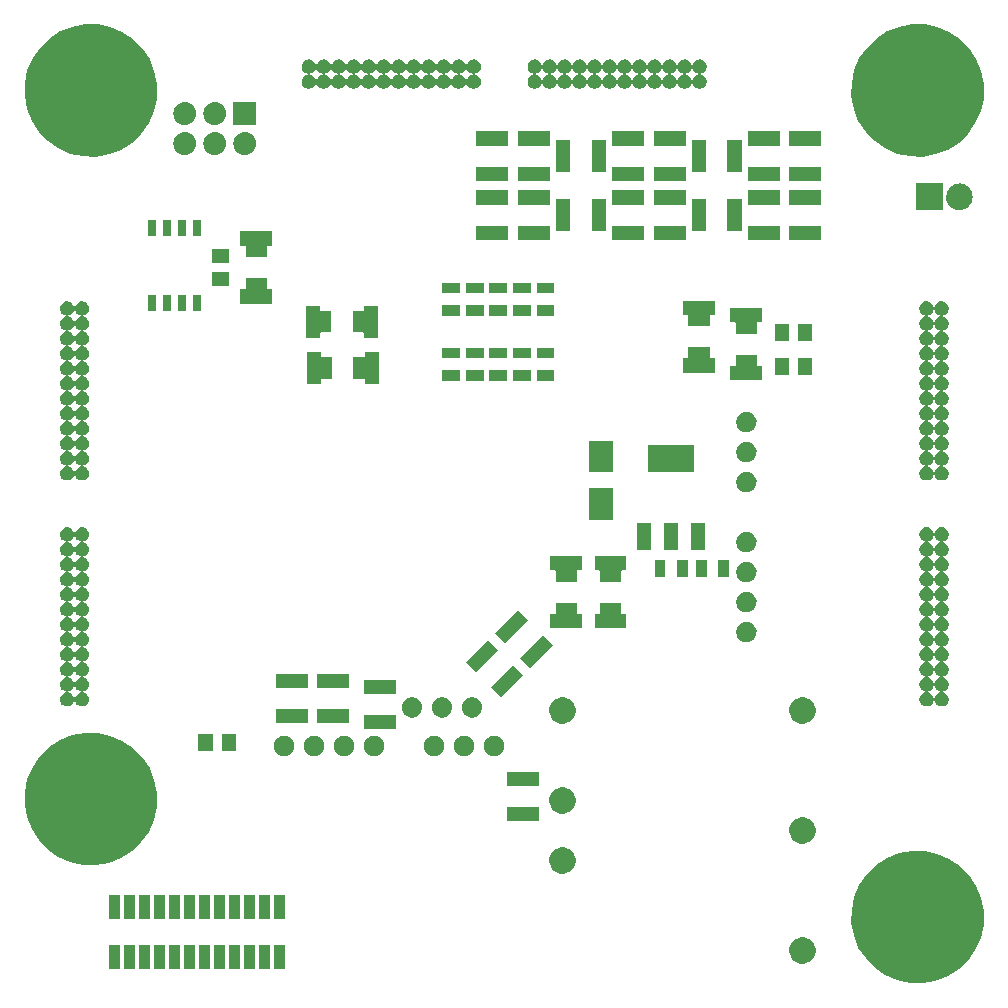
<source format=gbs>
G04 #@! TF.FileFunction,Soldermask,Bot*
%FSLAX46Y46*%
G04 Gerber Fmt 4.6, Leading zero omitted, Abs format (unit mm)*
G04 Created by KiCad (PCBNEW 4.0.6-e0-6349~53~ubuntu16.04.1) date Thu Aug 24 14:07:56 2017*
%MOMM*%
%LPD*%
G01*
G04 APERTURE LIST*
%ADD10C,0.100000*%
G04 APERTURE END LIST*
D10*
G36*
X135588191Y-129403728D02*
X136663980Y-129624556D01*
X137676382Y-130050131D01*
X138586846Y-130664246D01*
X139360690Y-131443511D01*
X139968435Y-132358240D01*
X140386929Y-133373586D01*
X140600174Y-134450548D01*
X140600174Y-134450558D01*
X140600240Y-134450892D01*
X140582725Y-135705262D01*
X140582648Y-135705600D01*
X140582648Y-135705608D01*
X140339420Y-136776186D01*
X139892734Y-137779459D01*
X139259687Y-138676861D01*
X138464384Y-139434216D01*
X137537133Y-140022667D01*
X136513238Y-140419811D01*
X135431708Y-140610513D01*
X134333732Y-140587515D01*
X133261127Y-140351687D01*
X132254766Y-139912019D01*
X131352966Y-139285251D01*
X130590078Y-138495258D01*
X129995168Y-137572137D01*
X129590886Y-136551040D01*
X129392636Y-135470860D01*
X129407971Y-134372752D01*
X129636301Y-133298537D01*
X130068937Y-132289125D01*
X130689393Y-131382971D01*
X131474040Y-130614587D01*
X132392988Y-130013245D01*
X133411237Y-129601845D01*
X134489998Y-129396061D01*
X135588191Y-129403728D01*
X135588191Y-129403728D01*
G37*
G36*
X81450000Y-139365000D02*
X80490000Y-139365000D01*
X80490000Y-137365000D01*
X81450000Y-137365000D01*
X81450000Y-139365000D01*
X81450000Y-139365000D01*
G37*
G36*
X80180000Y-139365000D02*
X79220000Y-139365000D01*
X79220000Y-137365000D01*
X80180000Y-137365000D01*
X80180000Y-139365000D01*
X80180000Y-139365000D01*
G37*
G36*
X78910000Y-139365000D02*
X77950000Y-139365000D01*
X77950000Y-137365000D01*
X78910000Y-137365000D01*
X78910000Y-139365000D01*
X78910000Y-139365000D01*
G37*
G36*
X77640000Y-139365000D02*
X76680000Y-139365000D01*
X76680000Y-137365000D01*
X77640000Y-137365000D01*
X77640000Y-139365000D01*
X77640000Y-139365000D01*
G37*
G36*
X76370000Y-139365000D02*
X75410000Y-139365000D01*
X75410000Y-137365000D01*
X76370000Y-137365000D01*
X76370000Y-139365000D01*
X76370000Y-139365000D01*
G37*
G36*
X75100000Y-139365000D02*
X74140000Y-139365000D01*
X74140000Y-137365000D01*
X75100000Y-137365000D01*
X75100000Y-139365000D01*
X75100000Y-139365000D01*
G37*
G36*
X72560000Y-139365000D02*
X71600000Y-139365000D01*
X71600000Y-137365000D01*
X72560000Y-137365000D01*
X72560000Y-139365000D01*
X72560000Y-139365000D01*
G37*
G36*
X71290000Y-139365000D02*
X70330000Y-139365000D01*
X70330000Y-137365000D01*
X71290000Y-137365000D01*
X71290000Y-139365000D01*
X71290000Y-139365000D01*
G37*
G36*
X70020000Y-139365000D02*
X69060000Y-139365000D01*
X69060000Y-137365000D01*
X70020000Y-137365000D01*
X70020000Y-139365000D01*
X70020000Y-139365000D01*
G37*
G36*
X68750000Y-139365000D02*
X67790000Y-139365000D01*
X67790000Y-137365000D01*
X68750000Y-137365000D01*
X68750000Y-139365000D01*
X68750000Y-139365000D01*
G37*
G36*
X67480000Y-139365000D02*
X66520000Y-139365000D01*
X66520000Y-137365000D01*
X67480000Y-137365000D01*
X67480000Y-139365000D01*
X67480000Y-139365000D01*
G37*
G36*
X73830000Y-139365000D02*
X72870000Y-139365000D01*
X72870000Y-137365000D01*
X73830000Y-137365000D01*
X73830000Y-139365000D01*
X73830000Y-139365000D01*
G37*
G36*
X125367218Y-136704741D02*
X125581609Y-136748750D01*
X125783364Y-136833560D01*
X125964808Y-136955944D01*
X126119028Y-137111245D01*
X126240138Y-137293532D01*
X126323540Y-137495877D01*
X126365982Y-137710227D01*
X126365982Y-137710237D01*
X126366048Y-137710571D01*
X126362557Y-137960549D01*
X126362481Y-137960883D01*
X126362481Y-137960895D01*
X126314073Y-138173968D01*
X126225054Y-138373907D01*
X126098897Y-138552746D01*
X125940401Y-138703679D01*
X125755616Y-138820947D01*
X125551567Y-138900094D01*
X125336035Y-138938097D01*
X125117224Y-138933514D01*
X124903464Y-138886516D01*
X124702913Y-138798897D01*
X124523198Y-138673991D01*
X124371163Y-138516554D01*
X124252607Y-138332593D01*
X124172039Y-138129102D01*
X124132530Y-137913833D01*
X124135587Y-137694997D01*
X124181089Y-137480924D01*
X124267308Y-137279760D01*
X124390956Y-137099177D01*
X124547327Y-136946047D01*
X124730459Y-136826209D01*
X124933382Y-136744222D01*
X125148361Y-136703213D01*
X125367218Y-136704741D01*
X125367218Y-136704741D01*
G37*
G36*
X68750000Y-135165000D02*
X67790000Y-135165000D01*
X67790000Y-133165000D01*
X68750000Y-133165000D01*
X68750000Y-135165000D01*
X68750000Y-135165000D01*
G37*
G36*
X75100000Y-135165000D02*
X74140000Y-135165000D01*
X74140000Y-133165000D01*
X75100000Y-133165000D01*
X75100000Y-135165000D01*
X75100000Y-135165000D01*
G37*
G36*
X78910000Y-135165000D02*
X77950000Y-135165000D01*
X77950000Y-133165000D01*
X78910000Y-133165000D01*
X78910000Y-135165000D01*
X78910000Y-135165000D01*
G37*
G36*
X80180000Y-135165000D02*
X79220000Y-135165000D01*
X79220000Y-133165000D01*
X80180000Y-133165000D01*
X80180000Y-135165000D01*
X80180000Y-135165000D01*
G37*
G36*
X73830000Y-135165000D02*
X72870000Y-135165000D01*
X72870000Y-133165000D01*
X73830000Y-133165000D01*
X73830000Y-135165000D01*
X73830000Y-135165000D01*
G37*
G36*
X72560000Y-135165000D02*
X71600000Y-135165000D01*
X71600000Y-133165000D01*
X72560000Y-133165000D01*
X72560000Y-135165000D01*
X72560000Y-135165000D01*
G37*
G36*
X70020000Y-135165000D02*
X69060000Y-135165000D01*
X69060000Y-133165000D01*
X70020000Y-133165000D01*
X70020000Y-135165000D01*
X70020000Y-135165000D01*
G37*
G36*
X67480000Y-135165000D02*
X66520000Y-135165000D01*
X66520000Y-133165000D01*
X67480000Y-133165000D01*
X67480000Y-135165000D01*
X67480000Y-135165000D01*
G37*
G36*
X71290000Y-135165000D02*
X70330000Y-135165000D01*
X70330000Y-133165000D01*
X71290000Y-133165000D01*
X71290000Y-135165000D01*
X71290000Y-135165000D01*
G37*
G36*
X77640000Y-135165000D02*
X76680000Y-135165000D01*
X76680000Y-133165000D01*
X77640000Y-133165000D01*
X77640000Y-135165000D01*
X77640000Y-135165000D01*
G37*
G36*
X76370000Y-135165000D02*
X75410000Y-135165000D01*
X75410000Y-133165000D01*
X76370000Y-133165000D01*
X76370000Y-135165000D01*
X76370000Y-135165000D01*
G37*
G36*
X81450000Y-135165000D02*
X80490000Y-135165000D01*
X80490000Y-133165000D01*
X81450000Y-133165000D01*
X81450000Y-135165000D01*
X81450000Y-135165000D01*
G37*
G36*
X105047218Y-129084741D02*
X105261609Y-129128750D01*
X105463364Y-129213560D01*
X105644808Y-129335944D01*
X105799028Y-129491245D01*
X105920138Y-129673532D01*
X106003540Y-129875877D01*
X106045982Y-130090227D01*
X106045982Y-130090237D01*
X106046048Y-130090571D01*
X106042557Y-130340549D01*
X106042481Y-130340883D01*
X106042481Y-130340895D01*
X105994073Y-130553968D01*
X105905054Y-130753907D01*
X105778897Y-130932746D01*
X105620401Y-131083679D01*
X105435616Y-131200947D01*
X105231567Y-131280094D01*
X105016035Y-131318097D01*
X104797224Y-131313514D01*
X104583464Y-131266516D01*
X104382913Y-131178897D01*
X104203198Y-131053991D01*
X104051163Y-130896554D01*
X103932607Y-130712593D01*
X103852039Y-130509102D01*
X103812530Y-130293833D01*
X103815587Y-130074997D01*
X103861089Y-129860924D01*
X103947308Y-129659760D01*
X104070956Y-129479177D01*
X104227327Y-129326047D01*
X104410459Y-129206209D01*
X104613382Y-129124222D01*
X104828361Y-129083213D01*
X105047218Y-129084741D01*
X105047218Y-129084741D01*
G37*
G36*
X65588191Y-119403728D02*
X66663980Y-119624556D01*
X67676382Y-120050131D01*
X68586846Y-120664246D01*
X69360690Y-121443511D01*
X69968435Y-122358240D01*
X70386929Y-123373586D01*
X70600174Y-124450548D01*
X70600174Y-124450558D01*
X70600240Y-124450892D01*
X70582725Y-125705262D01*
X70582648Y-125705600D01*
X70582648Y-125705608D01*
X70339420Y-126776186D01*
X69892734Y-127779459D01*
X69259687Y-128676861D01*
X68464384Y-129434216D01*
X67537133Y-130022667D01*
X66513238Y-130419811D01*
X65431708Y-130610513D01*
X64333732Y-130587515D01*
X63261127Y-130351687D01*
X62254766Y-129912019D01*
X61352966Y-129285251D01*
X60590078Y-128495258D01*
X59995168Y-127572137D01*
X59590886Y-126551040D01*
X59392636Y-125470860D01*
X59407971Y-124372752D01*
X59636301Y-123298537D01*
X60068937Y-122289125D01*
X60689393Y-121382971D01*
X61474040Y-120614587D01*
X62392988Y-120013245D01*
X63411237Y-119601845D01*
X64489998Y-119396061D01*
X65588191Y-119403728D01*
X65588191Y-119403728D01*
G37*
G36*
X125367218Y-126544741D02*
X125581609Y-126588750D01*
X125783364Y-126673560D01*
X125964808Y-126795944D01*
X126119028Y-126951245D01*
X126240138Y-127133532D01*
X126323540Y-127335877D01*
X126365982Y-127550227D01*
X126365982Y-127550237D01*
X126366048Y-127550571D01*
X126362557Y-127800549D01*
X126362481Y-127800883D01*
X126362481Y-127800895D01*
X126314073Y-128013968D01*
X126225054Y-128213907D01*
X126098897Y-128392746D01*
X125940401Y-128543679D01*
X125755616Y-128660947D01*
X125551567Y-128740094D01*
X125336035Y-128778097D01*
X125117224Y-128773514D01*
X124903464Y-128726516D01*
X124702913Y-128638897D01*
X124523198Y-128513991D01*
X124371163Y-128356554D01*
X124252607Y-128172593D01*
X124172039Y-127969102D01*
X124132530Y-127753833D01*
X124135587Y-127534997D01*
X124181089Y-127320924D01*
X124267308Y-127119760D01*
X124390956Y-126939177D01*
X124547327Y-126786047D01*
X124730459Y-126666209D01*
X124933382Y-126584222D01*
X125148361Y-126543213D01*
X125367218Y-126544741D01*
X125367218Y-126544741D01*
G37*
G36*
X102950000Y-126900000D02*
X100250000Y-126900000D01*
X100250000Y-125700000D01*
X102950000Y-125700000D01*
X102950000Y-126900000D01*
X102950000Y-126900000D01*
G37*
G36*
X105047218Y-124004741D02*
X105261609Y-124048750D01*
X105463364Y-124133560D01*
X105644808Y-124255944D01*
X105799028Y-124411245D01*
X105920138Y-124593532D01*
X106003540Y-124795877D01*
X106045982Y-125010227D01*
X106045982Y-125010237D01*
X106046048Y-125010571D01*
X106042557Y-125260549D01*
X106042481Y-125260883D01*
X106042481Y-125260895D01*
X105994073Y-125473968D01*
X105905054Y-125673907D01*
X105778897Y-125852746D01*
X105620401Y-126003679D01*
X105435616Y-126120947D01*
X105231567Y-126200094D01*
X105016035Y-126238097D01*
X104797224Y-126233514D01*
X104583464Y-126186516D01*
X104382913Y-126098897D01*
X104203198Y-125973991D01*
X104051163Y-125816554D01*
X103932607Y-125632593D01*
X103852039Y-125429102D01*
X103812530Y-125213833D01*
X103815587Y-124994997D01*
X103861089Y-124780924D01*
X103947308Y-124579760D01*
X104070956Y-124399177D01*
X104227327Y-124246047D01*
X104410459Y-124126209D01*
X104613382Y-124044222D01*
X104828361Y-124003213D01*
X105047218Y-124004741D01*
X105047218Y-124004741D01*
G37*
G36*
X102950000Y-123900000D02*
X100250000Y-123900000D01*
X100250000Y-122700000D01*
X102950000Y-122700000D01*
X102950000Y-123900000D01*
X102950000Y-123900000D01*
G37*
G36*
X99230539Y-119638572D02*
X99396136Y-119672564D01*
X99551971Y-119738072D01*
X99692119Y-119832602D01*
X99811237Y-119952555D01*
X99904788Y-120093359D01*
X99969203Y-120249645D01*
X100001971Y-120415133D01*
X100001971Y-120415143D01*
X100002037Y-120415477D01*
X99999341Y-120608560D01*
X99999265Y-120608894D01*
X99999265Y-120608905D01*
X99961891Y-120773406D01*
X99893133Y-120927839D01*
X99795690Y-121065974D01*
X99673266Y-121182556D01*
X99530539Y-121273134D01*
X99372931Y-121334267D01*
X99206454Y-121363620D01*
X99037444Y-121360081D01*
X98872336Y-121323779D01*
X98717431Y-121256103D01*
X98578613Y-121159622D01*
X98461184Y-121038020D01*
X98369612Y-120895928D01*
X98307381Y-120738752D01*
X98276864Y-120572476D01*
X98279225Y-120403447D01*
X98314371Y-120238097D01*
X98380967Y-120082718D01*
X98476473Y-119943235D01*
X98597254Y-119824957D01*
X98738705Y-119732394D01*
X98895444Y-119669067D01*
X99061493Y-119637392D01*
X99230539Y-119638572D01*
X99230539Y-119638572D01*
G37*
G36*
X96690539Y-119638572D02*
X96856136Y-119672564D01*
X97011971Y-119738072D01*
X97152119Y-119832602D01*
X97271237Y-119952555D01*
X97364788Y-120093359D01*
X97429203Y-120249645D01*
X97461971Y-120415133D01*
X97461971Y-120415143D01*
X97462037Y-120415477D01*
X97459341Y-120608560D01*
X97459265Y-120608894D01*
X97459265Y-120608905D01*
X97421891Y-120773406D01*
X97353133Y-120927839D01*
X97255690Y-121065974D01*
X97133266Y-121182556D01*
X96990539Y-121273134D01*
X96832931Y-121334267D01*
X96666454Y-121363620D01*
X96497444Y-121360081D01*
X96332336Y-121323779D01*
X96177431Y-121256103D01*
X96038613Y-121159622D01*
X95921184Y-121038020D01*
X95829612Y-120895928D01*
X95767381Y-120738752D01*
X95736864Y-120572476D01*
X95739225Y-120403447D01*
X95774371Y-120238097D01*
X95840967Y-120082718D01*
X95936473Y-119943235D01*
X96057254Y-119824957D01*
X96198705Y-119732394D01*
X96355444Y-119669067D01*
X96521493Y-119637392D01*
X96690539Y-119638572D01*
X96690539Y-119638572D01*
G37*
G36*
X94150539Y-119638572D02*
X94316136Y-119672564D01*
X94471971Y-119738072D01*
X94612119Y-119832602D01*
X94731237Y-119952555D01*
X94824788Y-120093359D01*
X94889203Y-120249645D01*
X94921971Y-120415133D01*
X94921971Y-120415143D01*
X94922037Y-120415477D01*
X94919341Y-120608560D01*
X94919265Y-120608894D01*
X94919265Y-120608905D01*
X94881891Y-120773406D01*
X94813133Y-120927839D01*
X94715690Y-121065974D01*
X94593266Y-121182556D01*
X94450539Y-121273134D01*
X94292931Y-121334267D01*
X94126454Y-121363620D01*
X93957444Y-121360081D01*
X93792336Y-121323779D01*
X93637431Y-121256103D01*
X93498613Y-121159622D01*
X93381184Y-121038020D01*
X93289612Y-120895928D01*
X93227381Y-120738752D01*
X93196864Y-120572476D01*
X93199225Y-120403447D01*
X93234371Y-120238097D01*
X93300967Y-120082718D01*
X93396473Y-119943235D01*
X93517254Y-119824957D01*
X93658705Y-119732394D01*
X93815444Y-119669067D01*
X93981493Y-119637392D01*
X94150539Y-119638572D01*
X94150539Y-119638572D01*
G37*
G36*
X89070539Y-119638572D02*
X89236136Y-119672564D01*
X89391971Y-119738072D01*
X89532119Y-119832602D01*
X89651237Y-119952555D01*
X89744788Y-120093359D01*
X89809203Y-120249645D01*
X89841971Y-120415133D01*
X89841971Y-120415143D01*
X89842037Y-120415477D01*
X89839341Y-120608560D01*
X89839265Y-120608894D01*
X89839265Y-120608905D01*
X89801891Y-120773406D01*
X89733133Y-120927839D01*
X89635690Y-121065974D01*
X89513266Y-121182556D01*
X89370539Y-121273134D01*
X89212931Y-121334267D01*
X89046454Y-121363620D01*
X88877444Y-121360081D01*
X88712336Y-121323779D01*
X88557431Y-121256103D01*
X88418613Y-121159622D01*
X88301184Y-121038020D01*
X88209612Y-120895928D01*
X88147381Y-120738752D01*
X88116864Y-120572476D01*
X88119225Y-120403447D01*
X88154371Y-120238097D01*
X88220967Y-120082718D01*
X88316473Y-119943235D01*
X88437254Y-119824957D01*
X88578705Y-119732394D01*
X88735444Y-119669067D01*
X88901493Y-119637392D01*
X89070539Y-119638572D01*
X89070539Y-119638572D01*
G37*
G36*
X86530539Y-119638572D02*
X86696136Y-119672564D01*
X86851971Y-119738072D01*
X86992119Y-119832602D01*
X87111237Y-119952555D01*
X87204788Y-120093359D01*
X87269203Y-120249645D01*
X87301971Y-120415133D01*
X87301971Y-120415143D01*
X87302037Y-120415477D01*
X87299341Y-120608560D01*
X87299265Y-120608894D01*
X87299265Y-120608905D01*
X87261891Y-120773406D01*
X87193133Y-120927839D01*
X87095690Y-121065974D01*
X86973266Y-121182556D01*
X86830539Y-121273134D01*
X86672931Y-121334267D01*
X86506454Y-121363620D01*
X86337444Y-121360081D01*
X86172336Y-121323779D01*
X86017431Y-121256103D01*
X85878613Y-121159622D01*
X85761184Y-121038020D01*
X85669612Y-120895928D01*
X85607381Y-120738752D01*
X85576864Y-120572476D01*
X85579225Y-120403447D01*
X85614371Y-120238097D01*
X85680967Y-120082718D01*
X85776473Y-119943235D01*
X85897254Y-119824957D01*
X86038705Y-119732394D01*
X86195444Y-119669067D01*
X86361493Y-119637392D01*
X86530539Y-119638572D01*
X86530539Y-119638572D01*
G37*
G36*
X83990539Y-119638572D02*
X84156136Y-119672564D01*
X84311971Y-119738072D01*
X84452119Y-119832602D01*
X84571237Y-119952555D01*
X84664788Y-120093359D01*
X84729203Y-120249645D01*
X84761971Y-120415133D01*
X84761971Y-120415143D01*
X84762037Y-120415477D01*
X84759341Y-120608560D01*
X84759265Y-120608894D01*
X84759265Y-120608905D01*
X84721891Y-120773406D01*
X84653133Y-120927839D01*
X84555690Y-121065974D01*
X84433266Y-121182556D01*
X84290539Y-121273134D01*
X84132931Y-121334267D01*
X83966454Y-121363620D01*
X83797444Y-121360081D01*
X83632336Y-121323779D01*
X83477431Y-121256103D01*
X83338613Y-121159622D01*
X83221184Y-121038020D01*
X83129612Y-120895928D01*
X83067381Y-120738752D01*
X83036864Y-120572476D01*
X83039225Y-120403447D01*
X83074371Y-120238097D01*
X83140967Y-120082718D01*
X83236473Y-119943235D01*
X83357254Y-119824957D01*
X83498705Y-119732394D01*
X83655444Y-119669067D01*
X83821493Y-119637392D01*
X83990539Y-119638572D01*
X83990539Y-119638572D01*
G37*
G36*
X81450539Y-119638572D02*
X81616136Y-119672564D01*
X81771971Y-119738072D01*
X81912119Y-119832602D01*
X82031237Y-119952555D01*
X82124788Y-120093359D01*
X82189203Y-120249645D01*
X82221971Y-120415133D01*
X82221971Y-120415143D01*
X82222037Y-120415477D01*
X82219341Y-120608560D01*
X82219265Y-120608894D01*
X82219265Y-120608905D01*
X82181891Y-120773406D01*
X82113133Y-120927839D01*
X82015690Y-121065974D01*
X81893266Y-121182556D01*
X81750539Y-121273134D01*
X81592931Y-121334267D01*
X81426454Y-121363620D01*
X81257444Y-121360081D01*
X81092336Y-121323779D01*
X80937431Y-121256103D01*
X80798613Y-121159622D01*
X80681184Y-121038020D01*
X80589612Y-120895928D01*
X80527381Y-120738752D01*
X80496864Y-120572476D01*
X80499225Y-120403447D01*
X80534371Y-120238097D01*
X80600967Y-120082718D01*
X80696473Y-119943235D01*
X80817254Y-119824957D01*
X80958705Y-119732394D01*
X81115444Y-119669067D01*
X81281493Y-119637392D01*
X81450539Y-119638572D01*
X81450539Y-119638572D01*
G37*
G36*
X77302876Y-120915452D02*
X76102876Y-120915452D01*
X76102876Y-119465452D01*
X77302876Y-119465452D01*
X77302876Y-120915452D01*
X77302876Y-120915452D01*
G37*
G36*
X75302876Y-120915452D02*
X74102876Y-120915452D01*
X74102876Y-119465452D01*
X75302876Y-119465452D01*
X75302876Y-120915452D01*
X75302876Y-120915452D01*
G37*
G36*
X90850000Y-119100000D02*
X88150000Y-119100000D01*
X88150000Y-117900000D01*
X90850000Y-117900000D01*
X90850000Y-119100000D01*
X90850000Y-119100000D01*
G37*
G36*
X125367218Y-116384741D02*
X125581609Y-116428750D01*
X125783364Y-116513560D01*
X125964808Y-116635944D01*
X126119028Y-116791245D01*
X126240138Y-116973532D01*
X126323540Y-117175877D01*
X126365982Y-117390227D01*
X126365982Y-117390237D01*
X126366048Y-117390571D01*
X126362557Y-117640549D01*
X126362481Y-117640883D01*
X126362481Y-117640895D01*
X126314073Y-117853968D01*
X126225054Y-118053907D01*
X126098897Y-118232746D01*
X125940401Y-118383679D01*
X125755616Y-118500947D01*
X125551567Y-118580094D01*
X125336035Y-118618097D01*
X125117224Y-118613514D01*
X124903464Y-118566516D01*
X124702913Y-118478897D01*
X124523198Y-118353991D01*
X124371163Y-118196554D01*
X124252607Y-118012593D01*
X124172039Y-117809102D01*
X124132530Y-117593833D01*
X124135587Y-117374997D01*
X124181089Y-117160924D01*
X124267308Y-116959760D01*
X124390956Y-116779177D01*
X124547327Y-116626047D01*
X124730459Y-116506209D01*
X124933382Y-116424222D01*
X125148361Y-116383213D01*
X125367218Y-116384741D01*
X125367218Y-116384741D01*
G37*
G36*
X105047218Y-116384741D02*
X105261609Y-116428750D01*
X105463364Y-116513560D01*
X105644808Y-116635944D01*
X105799028Y-116791245D01*
X105920138Y-116973532D01*
X106003540Y-117175877D01*
X106045982Y-117390227D01*
X106045982Y-117390237D01*
X106046048Y-117390571D01*
X106042557Y-117640549D01*
X106042481Y-117640883D01*
X106042481Y-117640895D01*
X105994073Y-117853968D01*
X105905054Y-118053907D01*
X105778897Y-118232746D01*
X105620401Y-118383679D01*
X105435616Y-118500947D01*
X105231567Y-118580094D01*
X105016035Y-118618097D01*
X104797224Y-118613514D01*
X104583464Y-118566516D01*
X104382913Y-118478897D01*
X104203198Y-118353991D01*
X104051163Y-118196554D01*
X103932607Y-118012593D01*
X103852039Y-117809102D01*
X103812530Y-117593833D01*
X103815587Y-117374997D01*
X103861089Y-117160924D01*
X103947308Y-116959760D01*
X104070956Y-116779177D01*
X104227327Y-116626047D01*
X104410459Y-116506209D01*
X104613382Y-116424222D01*
X104828361Y-116383213D01*
X105047218Y-116384741D01*
X105047218Y-116384741D01*
G37*
G36*
X83350000Y-118600000D02*
X80650000Y-118600000D01*
X80650000Y-117400000D01*
X83350000Y-117400000D01*
X83350000Y-118600000D01*
X83350000Y-118600000D01*
G37*
G36*
X86850000Y-118600000D02*
X84150000Y-118600000D01*
X84150000Y-117400000D01*
X86850000Y-117400000D01*
X86850000Y-118600000D01*
X86850000Y-118600000D01*
G37*
G36*
X92260539Y-116388572D02*
X92426136Y-116422564D01*
X92581971Y-116488072D01*
X92722119Y-116582602D01*
X92841237Y-116702555D01*
X92934788Y-116843359D01*
X92999203Y-116999645D01*
X93031971Y-117165133D01*
X93031971Y-117165143D01*
X93032037Y-117165477D01*
X93029341Y-117358560D01*
X93029265Y-117358894D01*
X93029265Y-117358905D01*
X92991891Y-117523406D01*
X92923133Y-117677839D01*
X92825690Y-117815974D01*
X92703266Y-117932556D01*
X92560539Y-118023134D01*
X92402931Y-118084267D01*
X92236454Y-118113620D01*
X92067444Y-118110081D01*
X91902336Y-118073779D01*
X91747431Y-118006103D01*
X91608613Y-117909622D01*
X91491184Y-117788020D01*
X91399612Y-117645928D01*
X91337381Y-117488752D01*
X91306864Y-117322476D01*
X91309225Y-117153447D01*
X91344371Y-116988097D01*
X91410967Y-116832718D01*
X91506473Y-116693235D01*
X91627254Y-116574957D01*
X91768705Y-116482394D01*
X91925444Y-116419067D01*
X92091493Y-116387392D01*
X92260539Y-116388572D01*
X92260539Y-116388572D01*
G37*
G36*
X94800539Y-116388572D02*
X94966136Y-116422564D01*
X95121971Y-116488072D01*
X95262119Y-116582602D01*
X95381237Y-116702555D01*
X95474788Y-116843359D01*
X95539203Y-116999645D01*
X95571971Y-117165133D01*
X95571971Y-117165143D01*
X95572037Y-117165477D01*
X95569341Y-117358560D01*
X95569265Y-117358894D01*
X95569265Y-117358905D01*
X95531891Y-117523406D01*
X95463133Y-117677839D01*
X95365690Y-117815974D01*
X95243266Y-117932556D01*
X95100539Y-118023134D01*
X94942931Y-118084267D01*
X94776454Y-118113620D01*
X94607444Y-118110081D01*
X94442336Y-118073779D01*
X94287431Y-118006103D01*
X94148613Y-117909622D01*
X94031184Y-117788020D01*
X93939612Y-117645928D01*
X93877381Y-117488752D01*
X93846864Y-117322476D01*
X93849225Y-117153447D01*
X93884371Y-116988097D01*
X93950967Y-116832718D01*
X94046473Y-116693235D01*
X94167254Y-116574957D01*
X94308705Y-116482394D01*
X94465444Y-116419067D01*
X94631493Y-116387392D01*
X94800539Y-116388572D01*
X94800539Y-116388572D01*
G37*
G36*
X97340539Y-116388572D02*
X97506136Y-116422564D01*
X97661971Y-116488072D01*
X97802119Y-116582602D01*
X97921237Y-116702555D01*
X98014788Y-116843359D01*
X98079203Y-116999645D01*
X98111971Y-117165133D01*
X98111971Y-117165143D01*
X98112037Y-117165477D01*
X98109341Y-117358560D01*
X98109265Y-117358894D01*
X98109265Y-117358905D01*
X98071891Y-117523406D01*
X98003133Y-117677839D01*
X97905690Y-117815974D01*
X97783266Y-117932556D01*
X97640539Y-118023134D01*
X97482931Y-118084267D01*
X97316454Y-118113620D01*
X97147444Y-118110081D01*
X96982336Y-118073779D01*
X96827431Y-118006103D01*
X96688613Y-117909622D01*
X96571184Y-117788020D01*
X96479612Y-117645928D01*
X96417381Y-117488752D01*
X96386864Y-117322476D01*
X96389225Y-117153447D01*
X96424371Y-116988097D01*
X96490967Y-116832718D01*
X96586473Y-116693235D01*
X96707254Y-116574957D01*
X96848705Y-116482394D01*
X97005444Y-116419067D01*
X97171493Y-116387392D01*
X97340539Y-116388572D01*
X97340539Y-116388572D01*
G37*
G36*
X137083020Y-101975398D02*
X137198285Y-101999059D01*
X137306755Y-102044655D01*
X137404308Y-102110455D01*
X137487217Y-102193945D01*
X137552336Y-102291956D01*
X137597171Y-102400737D01*
X137619960Y-102515823D01*
X137619960Y-102515833D01*
X137620026Y-102516167D01*
X137618149Y-102650564D01*
X137618073Y-102650898D01*
X137618073Y-102650910D01*
X137592084Y-102765305D01*
X137544223Y-102872800D01*
X137476398Y-102968949D01*
X137391182Y-103050098D01*
X137291837Y-103113145D01*
X137182133Y-103155696D01*
X137151877Y-103161031D01*
X137138503Y-103165399D01*
X137126875Y-103173320D01*
X137117914Y-103184167D01*
X137112330Y-103197081D01*
X137110565Y-103211039D01*
X137112758Y-103224937D01*
X137118737Y-103237673D01*
X137128027Y-103248240D01*
X137139892Y-103255800D01*
X137150505Y-103259250D01*
X137198285Y-103269058D01*
X137306755Y-103314655D01*
X137404308Y-103380455D01*
X137487217Y-103463945D01*
X137552336Y-103561956D01*
X137597171Y-103670737D01*
X137619960Y-103785823D01*
X137619960Y-103785833D01*
X137620026Y-103786167D01*
X137618149Y-103920564D01*
X137618073Y-103920898D01*
X137618073Y-103920910D01*
X137592084Y-104035305D01*
X137544223Y-104142800D01*
X137476398Y-104238949D01*
X137391182Y-104320098D01*
X137291837Y-104383145D01*
X137182133Y-104425696D01*
X137151877Y-104431031D01*
X137138503Y-104435399D01*
X137126875Y-104443320D01*
X137117914Y-104454167D01*
X137112330Y-104467081D01*
X137110565Y-104481039D01*
X137112758Y-104494937D01*
X137118737Y-104507673D01*
X137128027Y-104518240D01*
X137139892Y-104525800D01*
X137150505Y-104529250D01*
X137198285Y-104539058D01*
X137306755Y-104584655D01*
X137404308Y-104650455D01*
X137487217Y-104733945D01*
X137552336Y-104831956D01*
X137597171Y-104940737D01*
X137619960Y-105055823D01*
X137619960Y-105055833D01*
X137620026Y-105056167D01*
X137618149Y-105190564D01*
X137618073Y-105190898D01*
X137618073Y-105190910D01*
X137592084Y-105305305D01*
X137544223Y-105412800D01*
X137476398Y-105508949D01*
X137391182Y-105590098D01*
X137291837Y-105653145D01*
X137182133Y-105695696D01*
X137151877Y-105701031D01*
X137138503Y-105705399D01*
X137126875Y-105713320D01*
X137117914Y-105724167D01*
X137112330Y-105737081D01*
X137110565Y-105751039D01*
X137112758Y-105764937D01*
X137118737Y-105777673D01*
X137128027Y-105788240D01*
X137139892Y-105795800D01*
X137150505Y-105799250D01*
X137198285Y-105809058D01*
X137306755Y-105854655D01*
X137404308Y-105920455D01*
X137487217Y-106003945D01*
X137552336Y-106101956D01*
X137597171Y-106210737D01*
X137619960Y-106325823D01*
X137619960Y-106325833D01*
X137620026Y-106326167D01*
X137618149Y-106460564D01*
X137618073Y-106460898D01*
X137618073Y-106460910D01*
X137592084Y-106575305D01*
X137544223Y-106682800D01*
X137476398Y-106778949D01*
X137391182Y-106860098D01*
X137291837Y-106923145D01*
X137182133Y-106965696D01*
X137151877Y-106971031D01*
X137138503Y-106975399D01*
X137126875Y-106983320D01*
X137117914Y-106994167D01*
X137112330Y-107007081D01*
X137110565Y-107021039D01*
X137112758Y-107034937D01*
X137118737Y-107047673D01*
X137128027Y-107058240D01*
X137139892Y-107065800D01*
X137150505Y-107069250D01*
X137198285Y-107079058D01*
X137306755Y-107124655D01*
X137404308Y-107190455D01*
X137487217Y-107273945D01*
X137552336Y-107371956D01*
X137597171Y-107480737D01*
X137619960Y-107595823D01*
X137619960Y-107595833D01*
X137620026Y-107596167D01*
X137618149Y-107730564D01*
X137618073Y-107730898D01*
X137618073Y-107730910D01*
X137592084Y-107845305D01*
X137544223Y-107952800D01*
X137476398Y-108048949D01*
X137391182Y-108130098D01*
X137291837Y-108193145D01*
X137182133Y-108235696D01*
X137151877Y-108241031D01*
X137138503Y-108245399D01*
X137126875Y-108253320D01*
X137117914Y-108264167D01*
X137112330Y-108277081D01*
X137110565Y-108291039D01*
X137112758Y-108304937D01*
X137118737Y-108317673D01*
X137128027Y-108328240D01*
X137139892Y-108335800D01*
X137150505Y-108339250D01*
X137198285Y-108349058D01*
X137306755Y-108394655D01*
X137404308Y-108460455D01*
X137487217Y-108543945D01*
X137552336Y-108641956D01*
X137597171Y-108750737D01*
X137619960Y-108865823D01*
X137619960Y-108865833D01*
X137620026Y-108866167D01*
X137618149Y-109000564D01*
X137618073Y-109000898D01*
X137618073Y-109000910D01*
X137592084Y-109115305D01*
X137544223Y-109222800D01*
X137476398Y-109318949D01*
X137391182Y-109400098D01*
X137291837Y-109463145D01*
X137182133Y-109505696D01*
X137151877Y-109511031D01*
X137138503Y-109515399D01*
X137126875Y-109523320D01*
X137117914Y-109534167D01*
X137112330Y-109547081D01*
X137110565Y-109561039D01*
X137112758Y-109574937D01*
X137118737Y-109587673D01*
X137128027Y-109598240D01*
X137139892Y-109605800D01*
X137150505Y-109609250D01*
X137198285Y-109619058D01*
X137306755Y-109664655D01*
X137404308Y-109730455D01*
X137487217Y-109813945D01*
X137552336Y-109911956D01*
X137597171Y-110020737D01*
X137619960Y-110135823D01*
X137619960Y-110135833D01*
X137620026Y-110136167D01*
X137618149Y-110270564D01*
X137618073Y-110270898D01*
X137618073Y-110270910D01*
X137592084Y-110385305D01*
X137544223Y-110492800D01*
X137476398Y-110588949D01*
X137391182Y-110670098D01*
X137291837Y-110733145D01*
X137182133Y-110775696D01*
X137151877Y-110781031D01*
X137138503Y-110785399D01*
X137126875Y-110793320D01*
X137117914Y-110804167D01*
X137112330Y-110817081D01*
X137110565Y-110831039D01*
X137112758Y-110844937D01*
X137118737Y-110857673D01*
X137128027Y-110868240D01*
X137139892Y-110875800D01*
X137150505Y-110879250D01*
X137198285Y-110889058D01*
X137306755Y-110934655D01*
X137404308Y-111000455D01*
X137487217Y-111083945D01*
X137552336Y-111181956D01*
X137597171Y-111290737D01*
X137619960Y-111405823D01*
X137619960Y-111405833D01*
X137620026Y-111406167D01*
X137618149Y-111540564D01*
X137618073Y-111540898D01*
X137618073Y-111540910D01*
X137592084Y-111655305D01*
X137544223Y-111762800D01*
X137476398Y-111858949D01*
X137391182Y-111940098D01*
X137291837Y-112003145D01*
X137182133Y-112045696D01*
X137151877Y-112051031D01*
X137138503Y-112055399D01*
X137126875Y-112063320D01*
X137117914Y-112074167D01*
X137112330Y-112087081D01*
X137110565Y-112101039D01*
X137112758Y-112114937D01*
X137118737Y-112127673D01*
X137128027Y-112138240D01*
X137139892Y-112145800D01*
X137150505Y-112149250D01*
X137198285Y-112159058D01*
X137306755Y-112204655D01*
X137404308Y-112270455D01*
X137487217Y-112353945D01*
X137552336Y-112451956D01*
X137597171Y-112560737D01*
X137619960Y-112675823D01*
X137619960Y-112675833D01*
X137620026Y-112676167D01*
X137618149Y-112810564D01*
X137618073Y-112810898D01*
X137618073Y-112810910D01*
X137592084Y-112925305D01*
X137544223Y-113032800D01*
X137476398Y-113128949D01*
X137391182Y-113210098D01*
X137291837Y-113273145D01*
X137182133Y-113315696D01*
X137151877Y-113321031D01*
X137138503Y-113325399D01*
X137126875Y-113333320D01*
X137117914Y-113344167D01*
X137112330Y-113357081D01*
X137110565Y-113371039D01*
X137112758Y-113384937D01*
X137118737Y-113397673D01*
X137128027Y-113408240D01*
X137139892Y-113415800D01*
X137150505Y-113419250D01*
X137198285Y-113429058D01*
X137306755Y-113474655D01*
X137404308Y-113540455D01*
X137487217Y-113623945D01*
X137552336Y-113721956D01*
X137597171Y-113830737D01*
X137619960Y-113945823D01*
X137619960Y-113945833D01*
X137620026Y-113946167D01*
X137618149Y-114080564D01*
X137618073Y-114080898D01*
X137618073Y-114080910D01*
X137592084Y-114195305D01*
X137544223Y-114302800D01*
X137476398Y-114398949D01*
X137391182Y-114480098D01*
X137291837Y-114543145D01*
X137182133Y-114585696D01*
X137151877Y-114591031D01*
X137138503Y-114595399D01*
X137126875Y-114603320D01*
X137117914Y-114614167D01*
X137112330Y-114627081D01*
X137110565Y-114641039D01*
X137112758Y-114654937D01*
X137118737Y-114667673D01*
X137128027Y-114678240D01*
X137139892Y-114685800D01*
X137150505Y-114689250D01*
X137198285Y-114699058D01*
X137306755Y-114744655D01*
X137404308Y-114810455D01*
X137487217Y-114893945D01*
X137552336Y-114991956D01*
X137597171Y-115100737D01*
X137619960Y-115215823D01*
X137619960Y-115215833D01*
X137620026Y-115216167D01*
X137618149Y-115350564D01*
X137618073Y-115350898D01*
X137618073Y-115350910D01*
X137592084Y-115465305D01*
X137544223Y-115572800D01*
X137476398Y-115668949D01*
X137391182Y-115750098D01*
X137291837Y-115813145D01*
X137182133Y-115855696D01*
X137151877Y-115861031D01*
X137138503Y-115865399D01*
X137126875Y-115873320D01*
X137117914Y-115884167D01*
X137112330Y-115897081D01*
X137110565Y-115911039D01*
X137112758Y-115924937D01*
X137118737Y-115937673D01*
X137128027Y-115948240D01*
X137139892Y-115955800D01*
X137150505Y-115959250D01*
X137198285Y-115969058D01*
X137306755Y-116014655D01*
X137404308Y-116080455D01*
X137487217Y-116163945D01*
X137552336Y-116261956D01*
X137597171Y-116370737D01*
X137619960Y-116485823D01*
X137619960Y-116485833D01*
X137620026Y-116486167D01*
X137618149Y-116620564D01*
X137618073Y-116620898D01*
X137618073Y-116620910D01*
X137592084Y-116735305D01*
X137544223Y-116842800D01*
X137476398Y-116938949D01*
X137391182Y-117020098D01*
X137291837Y-117083145D01*
X137182133Y-117125697D01*
X137066257Y-117146128D01*
X136948616Y-117143664D01*
X136833688Y-117118396D01*
X136725867Y-117071290D01*
X136629246Y-117004136D01*
X136547506Y-116919492D01*
X136483767Y-116820589D01*
X136440451Y-116711185D01*
X136433978Y-116675916D01*
X136429516Y-116662572D01*
X136421513Y-116651000D01*
X136410604Y-116642115D01*
X136397651Y-116636622D01*
X136383681Y-116634955D01*
X136369799Y-116637245D01*
X136357105Y-116643313D01*
X136346603Y-116652676D01*
X136339126Y-116664595D01*
X136336041Y-116673865D01*
X136322082Y-116735310D01*
X136274223Y-116842800D01*
X136206398Y-116938949D01*
X136121182Y-117020098D01*
X136021837Y-117083145D01*
X135912133Y-117125697D01*
X135796257Y-117146128D01*
X135678616Y-117143664D01*
X135563688Y-117118396D01*
X135455867Y-117071290D01*
X135359246Y-117004136D01*
X135277506Y-116919492D01*
X135213767Y-116820589D01*
X135170451Y-116711185D01*
X135149209Y-116595447D01*
X135150852Y-116477794D01*
X135175315Y-116362702D01*
X135221671Y-116254548D01*
X135288148Y-116157460D01*
X135372219Y-116075132D01*
X135470675Y-116010704D01*
X135579776Y-115966624D01*
X135619820Y-115958985D01*
X135633132Y-115954430D01*
X135644648Y-115946347D01*
X135653456Y-115935376D01*
X135658859Y-115922385D01*
X135660132Y-115911039D01*
X135840565Y-115911039D01*
X135842758Y-115924937D01*
X135848737Y-115937673D01*
X135858027Y-115948240D01*
X135869892Y-115955800D01*
X135880505Y-115959250D01*
X135928285Y-115969058D01*
X136036755Y-116014655D01*
X136134308Y-116080455D01*
X136217217Y-116163945D01*
X136282336Y-116261956D01*
X136327171Y-116370737D01*
X136336014Y-116415396D01*
X136340662Y-116428675D01*
X136348825Y-116440135D01*
X136359857Y-116448866D01*
X136372885Y-116454179D01*
X136386878Y-116455651D01*
X136400726Y-116453167D01*
X136413335Y-116446923D01*
X136423704Y-116437414D01*
X136431014Y-116425392D01*
X136433969Y-116416080D01*
X136445315Y-116362703D01*
X136491671Y-116254548D01*
X136558148Y-116157460D01*
X136642219Y-116075132D01*
X136740675Y-116010704D01*
X136849776Y-115966624D01*
X136889820Y-115958985D01*
X136903132Y-115954430D01*
X136914648Y-115946347D01*
X136923456Y-115935376D01*
X136928859Y-115922385D01*
X136930428Y-115908403D01*
X136928041Y-115894538D01*
X136921885Y-115881886D01*
X136912448Y-115871451D01*
X136900478Y-115864057D01*
X136891186Y-115861037D01*
X136833689Y-115848396D01*
X136725867Y-115801290D01*
X136629246Y-115734136D01*
X136547506Y-115649492D01*
X136483767Y-115550589D01*
X136440451Y-115441185D01*
X136433978Y-115405916D01*
X136429516Y-115392572D01*
X136421513Y-115381000D01*
X136410604Y-115372115D01*
X136397651Y-115366622D01*
X136383681Y-115364955D01*
X136369799Y-115367245D01*
X136357105Y-115373313D01*
X136346603Y-115382676D01*
X136339126Y-115394595D01*
X136336041Y-115403865D01*
X136322082Y-115465310D01*
X136274223Y-115572800D01*
X136206398Y-115668949D01*
X136121182Y-115750098D01*
X136021837Y-115813145D01*
X135912133Y-115855696D01*
X135881877Y-115861031D01*
X135868503Y-115865399D01*
X135856875Y-115873320D01*
X135847914Y-115884167D01*
X135842330Y-115897081D01*
X135840565Y-115911039D01*
X135660132Y-115911039D01*
X135660428Y-115908403D01*
X135658041Y-115894538D01*
X135651885Y-115881886D01*
X135642448Y-115871451D01*
X135630478Y-115864057D01*
X135621186Y-115861037D01*
X135563689Y-115848396D01*
X135455867Y-115801290D01*
X135359246Y-115734136D01*
X135277506Y-115649492D01*
X135213767Y-115550589D01*
X135170451Y-115441185D01*
X135149209Y-115325447D01*
X135150852Y-115207794D01*
X135175315Y-115092702D01*
X135221671Y-114984548D01*
X135288148Y-114887460D01*
X135372219Y-114805132D01*
X135470675Y-114740704D01*
X135579776Y-114696624D01*
X135619820Y-114688985D01*
X135633132Y-114684430D01*
X135644648Y-114676347D01*
X135653456Y-114665376D01*
X135658859Y-114652385D01*
X135660132Y-114641039D01*
X135840565Y-114641039D01*
X135842758Y-114654937D01*
X135848737Y-114667673D01*
X135858027Y-114678240D01*
X135869892Y-114685800D01*
X135880505Y-114689250D01*
X135928285Y-114699058D01*
X136036755Y-114744655D01*
X136134308Y-114810455D01*
X136217217Y-114893945D01*
X136282336Y-114991956D01*
X136327171Y-115100737D01*
X136336014Y-115145396D01*
X136340662Y-115158675D01*
X136348825Y-115170135D01*
X136359857Y-115178866D01*
X136372885Y-115184179D01*
X136386878Y-115185651D01*
X136400726Y-115183167D01*
X136413335Y-115176923D01*
X136423704Y-115167414D01*
X136431014Y-115155392D01*
X136433969Y-115146080D01*
X136445315Y-115092703D01*
X136491671Y-114984548D01*
X136558148Y-114887460D01*
X136642219Y-114805132D01*
X136740675Y-114740704D01*
X136849776Y-114696624D01*
X136889820Y-114688985D01*
X136903132Y-114684430D01*
X136914648Y-114676347D01*
X136923456Y-114665376D01*
X136928859Y-114652385D01*
X136930428Y-114638403D01*
X136928041Y-114624538D01*
X136921885Y-114611886D01*
X136912448Y-114601451D01*
X136900478Y-114594057D01*
X136891186Y-114591037D01*
X136833689Y-114578396D01*
X136725867Y-114531290D01*
X136629246Y-114464136D01*
X136547506Y-114379492D01*
X136483767Y-114280589D01*
X136440451Y-114171185D01*
X136433978Y-114135916D01*
X136429516Y-114122572D01*
X136421513Y-114111000D01*
X136410604Y-114102115D01*
X136397651Y-114096622D01*
X136383681Y-114094955D01*
X136369799Y-114097245D01*
X136357105Y-114103313D01*
X136346603Y-114112676D01*
X136339126Y-114124595D01*
X136336041Y-114133865D01*
X136322082Y-114195310D01*
X136274223Y-114302800D01*
X136206398Y-114398949D01*
X136121182Y-114480098D01*
X136021837Y-114543145D01*
X135912133Y-114585696D01*
X135881877Y-114591031D01*
X135868503Y-114595399D01*
X135856875Y-114603320D01*
X135847914Y-114614167D01*
X135842330Y-114627081D01*
X135840565Y-114641039D01*
X135660132Y-114641039D01*
X135660428Y-114638403D01*
X135658041Y-114624538D01*
X135651885Y-114611886D01*
X135642448Y-114601451D01*
X135630478Y-114594057D01*
X135621186Y-114591037D01*
X135563689Y-114578396D01*
X135455867Y-114531290D01*
X135359246Y-114464136D01*
X135277506Y-114379492D01*
X135213767Y-114280589D01*
X135170451Y-114171185D01*
X135149209Y-114055447D01*
X135150852Y-113937794D01*
X135175315Y-113822702D01*
X135221671Y-113714548D01*
X135288148Y-113617460D01*
X135372219Y-113535132D01*
X135470675Y-113470704D01*
X135579776Y-113426624D01*
X135619820Y-113418985D01*
X135633132Y-113414430D01*
X135644648Y-113406347D01*
X135653456Y-113395376D01*
X135658859Y-113382385D01*
X135660132Y-113371039D01*
X135840565Y-113371039D01*
X135842758Y-113384937D01*
X135848737Y-113397673D01*
X135858027Y-113408240D01*
X135869892Y-113415800D01*
X135880505Y-113419250D01*
X135928285Y-113429058D01*
X136036755Y-113474655D01*
X136134308Y-113540455D01*
X136217217Y-113623945D01*
X136282336Y-113721956D01*
X136327171Y-113830737D01*
X136336014Y-113875396D01*
X136340662Y-113888675D01*
X136348825Y-113900135D01*
X136359857Y-113908866D01*
X136372885Y-113914179D01*
X136386878Y-113915651D01*
X136400726Y-113913167D01*
X136413335Y-113906923D01*
X136423704Y-113897414D01*
X136431014Y-113885392D01*
X136433969Y-113876080D01*
X136445315Y-113822703D01*
X136491671Y-113714548D01*
X136558148Y-113617460D01*
X136642219Y-113535132D01*
X136740675Y-113470704D01*
X136849776Y-113426624D01*
X136889820Y-113418985D01*
X136903132Y-113414430D01*
X136914648Y-113406347D01*
X136923456Y-113395376D01*
X136928859Y-113382385D01*
X136930428Y-113368403D01*
X136928041Y-113354538D01*
X136921885Y-113341886D01*
X136912448Y-113331451D01*
X136900478Y-113324057D01*
X136891186Y-113321037D01*
X136833689Y-113308396D01*
X136725867Y-113261290D01*
X136629246Y-113194136D01*
X136547506Y-113109492D01*
X136483767Y-113010589D01*
X136440451Y-112901185D01*
X136433978Y-112865916D01*
X136429516Y-112852572D01*
X136421513Y-112841000D01*
X136410604Y-112832115D01*
X136397651Y-112826622D01*
X136383681Y-112824955D01*
X136369799Y-112827245D01*
X136357105Y-112833313D01*
X136346603Y-112842676D01*
X136339126Y-112854595D01*
X136336041Y-112863865D01*
X136322082Y-112925310D01*
X136274223Y-113032800D01*
X136206398Y-113128949D01*
X136121182Y-113210098D01*
X136021837Y-113273145D01*
X135912133Y-113315696D01*
X135881877Y-113321031D01*
X135868503Y-113325399D01*
X135856875Y-113333320D01*
X135847914Y-113344167D01*
X135842330Y-113357081D01*
X135840565Y-113371039D01*
X135660132Y-113371039D01*
X135660428Y-113368403D01*
X135658041Y-113354538D01*
X135651885Y-113341886D01*
X135642448Y-113331451D01*
X135630478Y-113324057D01*
X135621186Y-113321037D01*
X135563689Y-113308396D01*
X135455867Y-113261290D01*
X135359246Y-113194136D01*
X135277506Y-113109492D01*
X135213767Y-113010589D01*
X135170451Y-112901185D01*
X135149209Y-112785447D01*
X135150852Y-112667794D01*
X135175315Y-112552702D01*
X135221671Y-112444548D01*
X135288148Y-112347460D01*
X135372219Y-112265132D01*
X135470675Y-112200704D01*
X135579776Y-112156624D01*
X135619820Y-112148985D01*
X135633132Y-112144430D01*
X135644648Y-112136347D01*
X135653456Y-112125376D01*
X135658859Y-112112385D01*
X135660132Y-112101039D01*
X135840565Y-112101039D01*
X135842758Y-112114937D01*
X135848737Y-112127673D01*
X135858027Y-112138240D01*
X135869892Y-112145800D01*
X135880505Y-112149250D01*
X135928285Y-112159058D01*
X136036755Y-112204655D01*
X136134308Y-112270455D01*
X136217217Y-112353945D01*
X136282336Y-112451956D01*
X136327171Y-112560737D01*
X136336014Y-112605396D01*
X136340662Y-112618675D01*
X136348825Y-112630135D01*
X136359857Y-112638866D01*
X136372885Y-112644179D01*
X136386878Y-112645651D01*
X136400726Y-112643167D01*
X136413335Y-112636923D01*
X136423704Y-112627414D01*
X136431014Y-112615392D01*
X136433969Y-112606080D01*
X136445315Y-112552703D01*
X136491671Y-112444548D01*
X136558148Y-112347460D01*
X136642219Y-112265132D01*
X136740675Y-112200704D01*
X136849776Y-112156624D01*
X136889820Y-112148985D01*
X136903132Y-112144430D01*
X136914648Y-112136347D01*
X136923456Y-112125376D01*
X136928859Y-112112385D01*
X136930428Y-112098403D01*
X136928041Y-112084538D01*
X136921885Y-112071886D01*
X136912448Y-112061451D01*
X136900478Y-112054057D01*
X136891186Y-112051037D01*
X136833689Y-112038396D01*
X136725867Y-111991290D01*
X136629246Y-111924136D01*
X136547506Y-111839492D01*
X136483767Y-111740589D01*
X136440451Y-111631185D01*
X136433978Y-111595916D01*
X136429516Y-111582572D01*
X136421513Y-111571000D01*
X136410604Y-111562115D01*
X136397651Y-111556622D01*
X136383681Y-111554955D01*
X136369799Y-111557245D01*
X136357105Y-111563313D01*
X136346603Y-111572676D01*
X136339126Y-111584595D01*
X136336041Y-111593865D01*
X136322082Y-111655310D01*
X136274223Y-111762800D01*
X136206398Y-111858949D01*
X136121182Y-111940098D01*
X136021837Y-112003145D01*
X135912133Y-112045696D01*
X135881877Y-112051031D01*
X135868503Y-112055399D01*
X135856875Y-112063320D01*
X135847914Y-112074167D01*
X135842330Y-112087081D01*
X135840565Y-112101039D01*
X135660132Y-112101039D01*
X135660428Y-112098403D01*
X135658041Y-112084538D01*
X135651885Y-112071886D01*
X135642448Y-112061451D01*
X135630478Y-112054057D01*
X135621186Y-112051037D01*
X135563689Y-112038396D01*
X135455867Y-111991290D01*
X135359246Y-111924136D01*
X135277506Y-111839492D01*
X135213767Y-111740589D01*
X135170451Y-111631185D01*
X135149209Y-111515447D01*
X135150852Y-111397794D01*
X135175315Y-111282702D01*
X135221671Y-111174548D01*
X135288148Y-111077460D01*
X135372219Y-110995132D01*
X135470675Y-110930704D01*
X135579776Y-110886624D01*
X135619820Y-110878985D01*
X135633132Y-110874430D01*
X135644648Y-110866347D01*
X135653456Y-110855376D01*
X135658859Y-110842385D01*
X135660132Y-110831039D01*
X135840565Y-110831039D01*
X135842758Y-110844937D01*
X135848737Y-110857673D01*
X135858027Y-110868240D01*
X135869892Y-110875800D01*
X135880505Y-110879250D01*
X135928285Y-110889058D01*
X136036755Y-110934655D01*
X136134308Y-111000455D01*
X136217217Y-111083945D01*
X136282336Y-111181956D01*
X136327171Y-111290737D01*
X136336014Y-111335396D01*
X136340662Y-111348675D01*
X136348825Y-111360135D01*
X136359857Y-111368866D01*
X136372885Y-111374179D01*
X136386878Y-111375651D01*
X136400726Y-111373167D01*
X136413335Y-111366923D01*
X136423704Y-111357414D01*
X136431014Y-111345392D01*
X136433969Y-111336080D01*
X136445315Y-111282703D01*
X136491671Y-111174548D01*
X136558148Y-111077460D01*
X136642219Y-110995132D01*
X136740675Y-110930704D01*
X136849776Y-110886624D01*
X136889820Y-110878985D01*
X136903132Y-110874430D01*
X136914648Y-110866347D01*
X136923456Y-110855376D01*
X136928859Y-110842385D01*
X136930428Y-110828403D01*
X136928041Y-110814538D01*
X136921885Y-110801886D01*
X136912448Y-110791451D01*
X136900478Y-110784057D01*
X136891186Y-110781037D01*
X136833689Y-110768396D01*
X136725867Y-110721290D01*
X136629246Y-110654136D01*
X136547506Y-110569492D01*
X136483767Y-110470589D01*
X136440451Y-110361185D01*
X136433978Y-110325916D01*
X136429516Y-110312572D01*
X136421513Y-110301000D01*
X136410604Y-110292115D01*
X136397651Y-110286622D01*
X136383681Y-110284955D01*
X136369799Y-110287245D01*
X136357105Y-110293313D01*
X136346603Y-110302676D01*
X136339126Y-110314595D01*
X136336041Y-110323865D01*
X136322082Y-110385310D01*
X136274223Y-110492800D01*
X136206398Y-110588949D01*
X136121182Y-110670098D01*
X136021837Y-110733145D01*
X135912133Y-110775696D01*
X135881877Y-110781031D01*
X135868503Y-110785399D01*
X135856875Y-110793320D01*
X135847914Y-110804167D01*
X135842330Y-110817081D01*
X135840565Y-110831039D01*
X135660132Y-110831039D01*
X135660428Y-110828403D01*
X135658041Y-110814538D01*
X135651885Y-110801886D01*
X135642448Y-110791451D01*
X135630478Y-110784057D01*
X135621186Y-110781037D01*
X135563689Y-110768396D01*
X135455867Y-110721290D01*
X135359246Y-110654136D01*
X135277506Y-110569492D01*
X135213767Y-110470589D01*
X135170451Y-110361185D01*
X135149209Y-110245447D01*
X135150852Y-110127794D01*
X135175315Y-110012702D01*
X135221671Y-109904548D01*
X135288148Y-109807460D01*
X135372219Y-109725132D01*
X135470675Y-109660704D01*
X135579776Y-109616624D01*
X135619820Y-109608985D01*
X135633132Y-109604430D01*
X135644648Y-109596347D01*
X135653456Y-109585376D01*
X135658859Y-109572385D01*
X135660132Y-109561039D01*
X135840565Y-109561039D01*
X135842758Y-109574937D01*
X135848737Y-109587673D01*
X135858027Y-109598240D01*
X135869892Y-109605800D01*
X135880505Y-109609250D01*
X135928285Y-109619058D01*
X136036755Y-109664655D01*
X136134308Y-109730455D01*
X136217217Y-109813945D01*
X136282336Y-109911956D01*
X136327171Y-110020737D01*
X136336014Y-110065396D01*
X136340662Y-110078675D01*
X136348825Y-110090135D01*
X136359857Y-110098866D01*
X136372885Y-110104179D01*
X136386878Y-110105651D01*
X136400726Y-110103167D01*
X136413335Y-110096923D01*
X136423704Y-110087414D01*
X136431014Y-110075392D01*
X136433969Y-110066080D01*
X136445315Y-110012703D01*
X136491671Y-109904548D01*
X136558148Y-109807460D01*
X136642219Y-109725132D01*
X136740675Y-109660704D01*
X136849776Y-109616624D01*
X136889820Y-109608985D01*
X136903132Y-109604430D01*
X136914648Y-109596347D01*
X136923456Y-109585376D01*
X136928859Y-109572385D01*
X136930428Y-109558403D01*
X136928041Y-109544538D01*
X136921885Y-109531886D01*
X136912448Y-109521451D01*
X136900478Y-109514057D01*
X136891186Y-109511037D01*
X136833689Y-109498396D01*
X136725867Y-109451290D01*
X136629246Y-109384136D01*
X136547506Y-109299492D01*
X136483767Y-109200589D01*
X136440451Y-109091185D01*
X136433978Y-109055916D01*
X136429516Y-109042572D01*
X136421513Y-109031000D01*
X136410604Y-109022115D01*
X136397651Y-109016622D01*
X136383681Y-109014955D01*
X136369799Y-109017245D01*
X136357105Y-109023313D01*
X136346603Y-109032676D01*
X136339126Y-109044595D01*
X136336041Y-109053865D01*
X136322082Y-109115310D01*
X136274223Y-109222800D01*
X136206398Y-109318949D01*
X136121182Y-109400098D01*
X136021837Y-109463145D01*
X135912133Y-109505696D01*
X135881877Y-109511031D01*
X135868503Y-109515399D01*
X135856875Y-109523320D01*
X135847914Y-109534167D01*
X135842330Y-109547081D01*
X135840565Y-109561039D01*
X135660132Y-109561039D01*
X135660428Y-109558403D01*
X135658041Y-109544538D01*
X135651885Y-109531886D01*
X135642448Y-109521451D01*
X135630478Y-109514057D01*
X135621186Y-109511037D01*
X135563689Y-109498396D01*
X135455867Y-109451290D01*
X135359246Y-109384136D01*
X135277506Y-109299492D01*
X135213767Y-109200589D01*
X135170451Y-109091185D01*
X135149209Y-108975447D01*
X135150852Y-108857794D01*
X135175315Y-108742702D01*
X135221671Y-108634548D01*
X135288148Y-108537460D01*
X135372219Y-108455132D01*
X135470675Y-108390704D01*
X135579776Y-108346624D01*
X135619820Y-108338985D01*
X135633132Y-108334430D01*
X135644648Y-108326347D01*
X135653456Y-108315376D01*
X135658859Y-108302385D01*
X135660132Y-108291039D01*
X135840565Y-108291039D01*
X135842758Y-108304937D01*
X135848737Y-108317673D01*
X135858027Y-108328240D01*
X135869892Y-108335800D01*
X135880505Y-108339250D01*
X135928285Y-108349058D01*
X136036755Y-108394655D01*
X136134308Y-108460455D01*
X136217217Y-108543945D01*
X136282336Y-108641956D01*
X136327171Y-108750737D01*
X136336014Y-108795396D01*
X136340662Y-108808675D01*
X136348825Y-108820135D01*
X136359857Y-108828866D01*
X136372885Y-108834179D01*
X136386878Y-108835651D01*
X136400726Y-108833167D01*
X136413335Y-108826923D01*
X136423704Y-108817414D01*
X136431014Y-108805392D01*
X136433969Y-108796080D01*
X136445315Y-108742703D01*
X136491671Y-108634548D01*
X136558148Y-108537460D01*
X136642219Y-108455132D01*
X136740675Y-108390704D01*
X136849776Y-108346624D01*
X136889820Y-108338985D01*
X136903132Y-108334430D01*
X136914648Y-108326347D01*
X136923456Y-108315376D01*
X136928859Y-108302385D01*
X136930428Y-108288403D01*
X136928041Y-108274538D01*
X136921885Y-108261886D01*
X136912448Y-108251451D01*
X136900478Y-108244057D01*
X136891186Y-108241037D01*
X136833689Y-108228396D01*
X136725867Y-108181290D01*
X136629246Y-108114136D01*
X136547506Y-108029492D01*
X136483767Y-107930589D01*
X136440451Y-107821185D01*
X136433978Y-107785916D01*
X136429516Y-107772572D01*
X136421513Y-107761000D01*
X136410604Y-107752115D01*
X136397651Y-107746622D01*
X136383681Y-107744955D01*
X136369799Y-107747245D01*
X136357105Y-107753313D01*
X136346603Y-107762676D01*
X136339126Y-107774595D01*
X136336041Y-107783865D01*
X136322082Y-107845310D01*
X136274223Y-107952800D01*
X136206398Y-108048949D01*
X136121182Y-108130098D01*
X136021837Y-108193145D01*
X135912133Y-108235696D01*
X135881877Y-108241031D01*
X135868503Y-108245399D01*
X135856875Y-108253320D01*
X135847914Y-108264167D01*
X135842330Y-108277081D01*
X135840565Y-108291039D01*
X135660132Y-108291039D01*
X135660428Y-108288403D01*
X135658041Y-108274538D01*
X135651885Y-108261886D01*
X135642448Y-108251451D01*
X135630478Y-108244057D01*
X135621186Y-108241037D01*
X135563689Y-108228396D01*
X135455867Y-108181290D01*
X135359246Y-108114136D01*
X135277506Y-108029492D01*
X135213767Y-107930589D01*
X135170451Y-107821185D01*
X135149209Y-107705447D01*
X135150852Y-107587794D01*
X135175315Y-107472702D01*
X135221671Y-107364548D01*
X135288148Y-107267460D01*
X135372219Y-107185132D01*
X135470675Y-107120704D01*
X135579776Y-107076624D01*
X135619820Y-107068985D01*
X135633132Y-107064430D01*
X135644648Y-107056347D01*
X135653456Y-107045376D01*
X135658859Y-107032385D01*
X135660132Y-107021039D01*
X135840565Y-107021039D01*
X135842758Y-107034937D01*
X135848737Y-107047673D01*
X135858027Y-107058240D01*
X135869892Y-107065800D01*
X135880505Y-107069250D01*
X135928285Y-107079058D01*
X136036755Y-107124655D01*
X136134308Y-107190455D01*
X136217217Y-107273945D01*
X136282336Y-107371956D01*
X136327171Y-107480737D01*
X136336014Y-107525396D01*
X136340662Y-107538675D01*
X136348825Y-107550135D01*
X136359857Y-107558866D01*
X136372885Y-107564179D01*
X136386878Y-107565651D01*
X136400726Y-107563167D01*
X136413335Y-107556923D01*
X136423704Y-107547414D01*
X136431014Y-107535392D01*
X136433969Y-107526080D01*
X136445315Y-107472703D01*
X136491671Y-107364548D01*
X136558148Y-107267460D01*
X136642219Y-107185132D01*
X136740675Y-107120704D01*
X136849776Y-107076624D01*
X136889820Y-107068985D01*
X136903132Y-107064430D01*
X136914648Y-107056347D01*
X136923456Y-107045376D01*
X136928859Y-107032385D01*
X136930428Y-107018403D01*
X136928041Y-107004538D01*
X136921885Y-106991886D01*
X136912448Y-106981451D01*
X136900478Y-106974057D01*
X136891186Y-106971037D01*
X136833689Y-106958396D01*
X136725867Y-106911290D01*
X136629246Y-106844136D01*
X136547506Y-106759492D01*
X136483767Y-106660589D01*
X136440451Y-106551185D01*
X136433978Y-106515916D01*
X136429516Y-106502572D01*
X136421513Y-106491000D01*
X136410604Y-106482115D01*
X136397651Y-106476622D01*
X136383681Y-106474955D01*
X136369799Y-106477245D01*
X136357105Y-106483313D01*
X136346603Y-106492676D01*
X136339126Y-106504595D01*
X136336041Y-106513865D01*
X136322082Y-106575310D01*
X136274223Y-106682800D01*
X136206398Y-106778949D01*
X136121182Y-106860098D01*
X136021837Y-106923145D01*
X135912133Y-106965696D01*
X135881877Y-106971031D01*
X135868503Y-106975399D01*
X135856875Y-106983320D01*
X135847914Y-106994167D01*
X135842330Y-107007081D01*
X135840565Y-107021039D01*
X135660132Y-107021039D01*
X135660428Y-107018403D01*
X135658041Y-107004538D01*
X135651885Y-106991886D01*
X135642448Y-106981451D01*
X135630478Y-106974057D01*
X135621186Y-106971037D01*
X135563689Y-106958396D01*
X135455867Y-106911290D01*
X135359246Y-106844136D01*
X135277506Y-106759492D01*
X135213767Y-106660589D01*
X135170451Y-106551185D01*
X135149209Y-106435447D01*
X135150852Y-106317794D01*
X135175315Y-106202702D01*
X135221671Y-106094548D01*
X135288148Y-105997460D01*
X135372219Y-105915132D01*
X135470675Y-105850704D01*
X135579776Y-105806624D01*
X135619820Y-105798985D01*
X135633132Y-105794430D01*
X135644648Y-105786347D01*
X135653456Y-105775376D01*
X135658859Y-105762385D01*
X135660132Y-105751039D01*
X135840565Y-105751039D01*
X135842758Y-105764937D01*
X135848737Y-105777673D01*
X135858027Y-105788240D01*
X135869892Y-105795800D01*
X135880505Y-105799250D01*
X135928285Y-105809058D01*
X136036755Y-105854655D01*
X136134308Y-105920455D01*
X136217217Y-106003945D01*
X136282336Y-106101956D01*
X136327171Y-106210737D01*
X136336014Y-106255396D01*
X136340662Y-106268675D01*
X136348825Y-106280135D01*
X136359857Y-106288866D01*
X136372885Y-106294179D01*
X136386878Y-106295651D01*
X136400726Y-106293167D01*
X136413335Y-106286923D01*
X136423704Y-106277414D01*
X136431014Y-106265392D01*
X136433969Y-106256080D01*
X136445315Y-106202703D01*
X136491671Y-106094548D01*
X136558148Y-105997460D01*
X136642219Y-105915132D01*
X136740675Y-105850704D01*
X136849776Y-105806624D01*
X136889820Y-105798985D01*
X136903132Y-105794430D01*
X136914648Y-105786347D01*
X136923456Y-105775376D01*
X136928859Y-105762385D01*
X136930428Y-105748403D01*
X136928041Y-105734538D01*
X136921885Y-105721886D01*
X136912448Y-105711451D01*
X136900478Y-105704057D01*
X136891186Y-105701037D01*
X136833689Y-105688396D01*
X136725867Y-105641290D01*
X136629246Y-105574136D01*
X136547506Y-105489492D01*
X136483767Y-105390589D01*
X136440451Y-105281185D01*
X136433978Y-105245916D01*
X136429516Y-105232572D01*
X136421513Y-105221000D01*
X136410604Y-105212115D01*
X136397651Y-105206622D01*
X136383681Y-105204955D01*
X136369799Y-105207245D01*
X136357105Y-105213313D01*
X136346603Y-105222676D01*
X136339126Y-105234595D01*
X136336041Y-105243865D01*
X136322082Y-105305310D01*
X136274223Y-105412800D01*
X136206398Y-105508949D01*
X136121182Y-105590098D01*
X136021837Y-105653145D01*
X135912133Y-105695696D01*
X135881877Y-105701031D01*
X135868503Y-105705399D01*
X135856875Y-105713320D01*
X135847914Y-105724167D01*
X135842330Y-105737081D01*
X135840565Y-105751039D01*
X135660132Y-105751039D01*
X135660428Y-105748403D01*
X135658041Y-105734538D01*
X135651885Y-105721886D01*
X135642448Y-105711451D01*
X135630478Y-105704057D01*
X135621186Y-105701037D01*
X135563689Y-105688396D01*
X135455867Y-105641290D01*
X135359246Y-105574136D01*
X135277506Y-105489492D01*
X135213767Y-105390589D01*
X135170451Y-105281185D01*
X135149209Y-105165447D01*
X135150852Y-105047794D01*
X135175315Y-104932702D01*
X135221671Y-104824548D01*
X135288148Y-104727460D01*
X135372219Y-104645132D01*
X135470675Y-104580704D01*
X135579776Y-104536624D01*
X135619820Y-104528985D01*
X135633132Y-104524430D01*
X135644648Y-104516347D01*
X135653456Y-104505376D01*
X135658859Y-104492385D01*
X135660132Y-104481039D01*
X135840565Y-104481039D01*
X135842758Y-104494937D01*
X135848737Y-104507673D01*
X135858027Y-104518240D01*
X135869892Y-104525800D01*
X135880505Y-104529250D01*
X135928285Y-104539058D01*
X136036755Y-104584655D01*
X136134308Y-104650455D01*
X136217217Y-104733945D01*
X136282336Y-104831956D01*
X136327171Y-104940737D01*
X136336014Y-104985396D01*
X136340662Y-104998675D01*
X136348825Y-105010135D01*
X136359857Y-105018866D01*
X136372885Y-105024179D01*
X136386878Y-105025651D01*
X136400726Y-105023167D01*
X136413335Y-105016923D01*
X136423704Y-105007414D01*
X136431014Y-104995392D01*
X136433969Y-104986080D01*
X136445315Y-104932703D01*
X136491671Y-104824548D01*
X136558148Y-104727460D01*
X136642219Y-104645132D01*
X136740675Y-104580704D01*
X136849776Y-104536624D01*
X136889820Y-104528985D01*
X136903132Y-104524430D01*
X136914648Y-104516347D01*
X136923456Y-104505376D01*
X136928859Y-104492385D01*
X136930428Y-104478403D01*
X136928041Y-104464538D01*
X136921885Y-104451886D01*
X136912448Y-104441451D01*
X136900478Y-104434057D01*
X136891186Y-104431037D01*
X136833689Y-104418396D01*
X136725867Y-104371290D01*
X136629246Y-104304136D01*
X136547506Y-104219492D01*
X136483767Y-104120589D01*
X136440451Y-104011185D01*
X136433978Y-103975916D01*
X136429516Y-103962572D01*
X136421513Y-103951000D01*
X136410604Y-103942115D01*
X136397651Y-103936622D01*
X136383681Y-103934955D01*
X136369799Y-103937245D01*
X136357105Y-103943313D01*
X136346603Y-103952676D01*
X136339126Y-103964595D01*
X136336041Y-103973865D01*
X136322082Y-104035310D01*
X136274223Y-104142800D01*
X136206398Y-104238949D01*
X136121182Y-104320098D01*
X136021837Y-104383145D01*
X135912133Y-104425696D01*
X135881877Y-104431031D01*
X135868503Y-104435399D01*
X135856875Y-104443320D01*
X135847914Y-104454167D01*
X135842330Y-104467081D01*
X135840565Y-104481039D01*
X135660132Y-104481039D01*
X135660428Y-104478403D01*
X135658041Y-104464538D01*
X135651885Y-104451886D01*
X135642448Y-104441451D01*
X135630478Y-104434057D01*
X135621186Y-104431037D01*
X135563689Y-104418396D01*
X135455867Y-104371290D01*
X135359246Y-104304136D01*
X135277506Y-104219492D01*
X135213767Y-104120589D01*
X135170451Y-104011185D01*
X135149209Y-103895447D01*
X135150852Y-103777794D01*
X135175315Y-103662702D01*
X135221671Y-103554548D01*
X135288148Y-103457460D01*
X135372219Y-103375132D01*
X135470675Y-103310704D01*
X135579776Y-103266624D01*
X135619820Y-103258985D01*
X135633132Y-103254430D01*
X135644648Y-103246347D01*
X135653456Y-103235376D01*
X135658859Y-103222385D01*
X135660132Y-103211039D01*
X135840565Y-103211039D01*
X135842758Y-103224937D01*
X135848737Y-103237673D01*
X135858027Y-103248240D01*
X135869892Y-103255800D01*
X135880505Y-103259250D01*
X135928285Y-103269058D01*
X136036755Y-103314655D01*
X136134308Y-103380455D01*
X136217217Y-103463945D01*
X136282336Y-103561956D01*
X136327171Y-103670737D01*
X136336014Y-103715396D01*
X136340662Y-103728675D01*
X136348825Y-103740135D01*
X136359857Y-103748866D01*
X136372885Y-103754179D01*
X136386878Y-103755651D01*
X136400726Y-103753167D01*
X136413335Y-103746923D01*
X136423704Y-103737414D01*
X136431014Y-103725392D01*
X136433969Y-103716080D01*
X136445315Y-103662703D01*
X136491671Y-103554548D01*
X136558148Y-103457460D01*
X136642219Y-103375132D01*
X136740675Y-103310704D01*
X136849776Y-103266624D01*
X136889820Y-103258985D01*
X136903132Y-103254430D01*
X136914648Y-103246347D01*
X136923456Y-103235376D01*
X136928859Y-103222385D01*
X136930428Y-103208403D01*
X136928041Y-103194538D01*
X136921885Y-103181886D01*
X136912448Y-103171451D01*
X136900478Y-103164057D01*
X136891186Y-103161037D01*
X136833689Y-103148396D01*
X136725867Y-103101290D01*
X136629246Y-103034136D01*
X136547506Y-102949492D01*
X136483767Y-102850589D01*
X136440451Y-102741185D01*
X136433978Y-102705916D01*
X136429516Y-102692572D01*
X136421513Y-102681000D01*
X136410604Y-102672115D01*
X136397651Y-102666622D01*
X136383681Y-102664955D01*
X136369799Y-102667245D01*
X136357105Y-102673313D01*
X136346603Y-102682676D01*
X136339126Y-102694595D01*
X136336041Y-102703865D01*
X136322082Y-102765310D01*
X136274223Y-102872800D01*
X136206398Y-102968949D01*
X136121182Y-103050098D01*
X136021837Y-103113145D01*
X135912133Y-103155696D01*
X135881877Y-103161031D01*
X135868503Y-103165399D01*
X135856875Y-103173320D01*
X135847914Y-103184167D01*
X135842330Y-103197081D01*
X135840565Y-103211039D01*
X135660132Y-103211039D01*
X135660428Y-103208403D01*
X135658041Y-103194538D01*
X135651885Y-103181886D01*
X135642448Y-103171451D01*
X135630478Y-103164057D01*
X135621186Y-103161037D01*
X135563689Y-103148396D01*
X135455867Y-103101290D01*
X135359246Y-103034136D01*
X135277506Y-102949492D01*
X135213767Y-102850589D01*
X135170451Y-102741185D01*
X135149209Y-102625447D01*
X135150852Y-102507794D01*
X135175315Y-102392702D01*
X135221671Y-102284548D01*
X135288148Y-102187460D01*
X135372219Y-102105132D01*
X135470675Y-102040704D01*
X135579777Y-101996624D01*
X135695354Y-101974576D01*
X135813020Y-101975398D01*
X135928285Y-101999059D01*
X136036755Y-102044655D01*
X136134308Y-102110455D01*
X136217217Y-102193945D01*
X136282336Y-102291956D01*
X136327171Y-102400737D01*
X136336014Y-102445396D01*
X136340662Y-102458675D01*
X136348825Y-102470135D01*
X136359857Y-102478866D01*
X136372885Y-102484179D01*
X136386878Y-102485651D01*
X136400726Y-102483167D01*
X136413335Y-102476923D01*
X136423704Y-102467414D01*
X136431014Y-102455392D01*
X136433969Y-102446080D01*
X136445315Y-102392703D01*
X136491671Y-102284548D01*
X136558148Y-102187460D01*
X136642219Y-102105132D01*
X136740675Y-102040704D01*
X136849777Y-101996624D01*
X136965354Y-101974576D01*
X137083020Y-101975398D01*
X137083020Y-101975398D01*
G37*
G36*
X64313020Y-101975398D02*
X64428285Y-101999059D01*
X64536755Y-102044655D01*
X64634308Y-102110455D01*
X64717217Y-102193945D01*
X64782336Y-102291956D01*
X64827171Y-102400737D01*
X64849960Y-102515823D01*
X64849960Y-102515833D01*
X64850026Y-102516167D01*
X64848149Y-102650564D01*
X64848073Y-102650898D01*
X64848073Y-102650910D01*
X64822084Y-102765305D01*
X64774223Y-102872800D01*
X64706398Y-102968949D01*
X64621182Y-103050098D01*
X64521837Y-103113145D01*
X64412133Y-103155696D01*
X64381877Y-103161031D01*
X64368503Y-103165399D01*
X64356875Y-103173320D01*
X64347914Y-103184167D01*
X64342330Y-103197081D01*
X64340565Y-103211039D01*
X64342758Y-103224937D01*
X64348737Y-103237673D01*
X64358027Y-103248240D01*
X64369892Y-103255800D01*
X64380505Y-103259250D01*
X64428285Y-103269058D01*
X64536755Y-103314655D01*
X64634308Y-103380455D01*
X64717217Y-103463945D01*
X64782336Y-103561956D01*
X64827171Y-103670737D01*
X64849960Y-103785823D01*
X64849960Y-103785833D01*
X64850026Y-103786167D01*
X64848149Y-103920564D01*
X64848073Y-103920898D01*
X64848073Y-103920910D01*
X64822084Y-104035305D01*
X64774223Y-104142800D01*
X64706398Y-104238949D01*
X64621182Y-104320098D01*
X64521837Y-104383145D01*
X64412133Y-104425696D01*
X64381877Y-104431031D01*
X64368503Y-104435399D01*
X64356875Y-104443320D01*
X64347914Y-104454167D01*
X64342330Y-104467081D01*
X64340565Y-104481039D01*
X64342758Y-104494937D01*
X64348737Y-104507673D01*
X64358027Y-104518240D01*
X64369892Y-104525800D01*
X64380505Y-104529250D01*
X64428285Y-104539058D01*
X64536755Y-104584655D01*
X64634308Y-104650455D01*
X64717217Y-104733945D01*
X64782336Y-104831956D01*
X64827171Y-104940737D01*
X64849960Y-105055823D01*
X64849960Y-105055833D01*
X64850026Y-105056167D01*
X64848149Y-105190564D01*
X64848073Y-105190898D01*
X64848073Y-105190910D01*
X64822084Y-105305305D01*
X64774223Y-105412800D01*
X64706398Y-105508949D01*
X64621182Y-105590098D01*
X64521837Y-105653145D01*
X64412133Y-105695696D01*
X64381877Y-105701031D01*
X64368503Y-105705399D01*
X64356875Y-105713320D01*
X64347914Y-105724167D01*
X64342330Y-105737081D01*
X64340565Y-105751039D01*
X64342758Y-105764937D01*
X64348737Y-105777673D01*
X64358027Y-105788240D01*
X64369892Y-105795800D01*
X64380505Y-105799250D01*
X64428285Y-105809058D01*
X64536755Y-105854655D01*
X64634308Y-105920455D01*
X64717217Y-106003945D01*
X64782336Y-106101956D01*
X64827171Y-106210737D01*
X64849960Y-106325823D01*
X64849960Y-106325833D01*
X64850026Y-106326167D01*
X64848149Y-106460564D01*
X64848073Y-106460898D01*
X64848073Y-106460910D01*
X64822084Y-106575305D01*
X64774223Y-106682800D01*
X64706398Y-106778949D01*
X64621182Y-106860098D01*
X64521837Y-106923145D01*
X64412133Y-106965696D01*
X64381877Y-106971031D01*
X64368503Y-106975399D01*
X64356875Y-106983320D01*
X64347914Y-106994167D01*
X64342330Y-107007081D01*
X64340565Y-107021039D01*
X64342758Y-107034937D01*
X64348737Y-107047673D01*
X64358027Y-107058240D01*
X64369892Y-107065800D01*
X64380505Y-107069250D01*
X64428285Y-107079058D01*
X64536755Y-107124655D01*
X64634308Y-107190455D01*
X64717217Y-107273945D01*
X64782336Y-107371956D01*
X64827171Y-107480737D01*
X64849960Y-107595823D01*
X64849960Y-107595833D01*
X64850026Y-107596167D01*
X64848149Y-107730564D01*
X64848073Y-107730898D01*
X64848073Y-107730910D01*
X64822084Y-107845305D01*
X64774223Y-107952800D01*
X64706398Y-108048949D01*
X64621182Y-108130098D01*
X64521837Y-108193145D01*
X64412133Y-108235696D01*
X64381877Y-108241031D01*
X64368503Y-108245399D01*
X64356875Y-108253320D01*
X64347914Y-108264167D01*
X64342330Y-108277081D01*
X64340565Y-108291039D01*
X64342758Y-108304937D01*
X64348737Y-108317673D01*
X64358027Y-108328240D01*
X64369892Y-108335800D01*
X64380505Y-108339250D01*
X64428285Y-108349058D01*
X64536755Y-108394655D01*
X64634308Y-108460455D01*
X64717217Y-108543945D01*
X64782336Y-108641956D01*
X64827171Y-108750737D01*
X64849960Y-108865823D01*
X64849960Y-108865833D01*
X64850026Y-108866167D01*
X64848149Y-109000564D01*
X64848073Y-109000898D01*
X64848073Y-109000910D01*
X64822084Y-109115305D01*
X64774223Y-109222800D01*
X64706398Y-109318949D01*
X64621182Y-109400098D01*
X64521837Y-109463145D01*
X64412133Y-109505696D01*
X64381877Y-109511031D01*
X64368503Y-109515399D01*
X64356875Y-109523320D01*
X64347914Y-109534167D01*
X64342330Y-109547081D01*
X64340565Y-109561039D01*
X64342758Y-109574937D01*
X64348737Y-109587673D01*
X64358027Y-109598240D01*
X64369892Y-109605800D01*
X64380505Y-109609250D01*
X64428285Y-109619058D01*
X64536755Y-109664655D01*
X64634308Y-109730455D01*
X64717217Y-109813945D01*
X64782336Y-109911956D01*
X64827171Y-110020737D01*
X64849960Y-110135823D01*
X64849960Y-110135833D01*
X64850026Y-110136167D01*
X64848149Y-110270564D01*
X64848073Y-110270898D01*
X64848073Y-110270910D01*
X64822084Y-110385305D01*
X64774223Y-110492800D01*
X64706398Y-110588949D01*
X64621182Y-110670098D01*
X64521837Y-110733145D01*
X64412133Y-110775696D01*
X64381877Y-110781031D01*
X64368503Y-110785399D01*
X64356875Y-110793320D01*
X64347914Y-110804167D01*
X64342330Y-110817081D01*
X64340565Y-110831039D01*
X64342758Y-110844937D01*
X64348737Y-110857673D01*
X64358027Y-110868240D01*
X64369892Y-110875800D01*
X64380505Y-110879250D01*
X64428285Y-110889058D01*
X64536755Y-110934655D01*
X64634308Y-111000455D01*
X64717217Y-111083945D01*
X64782336Y-111181956D01*
X64827171Y-111290737D01*
X64849960Y-111405823D01*
X64849960Y-111405833D01*
X64850026Y-111406167D01*
X64848149Y-111540564D01*
X64848073Y-111540898D01*
X64848073Y-111540910D01*
X64822084Y-111655305D01*
X64774223Y-111762800D01*
X64706398Y-111858949D01*
X64621182Y-111940098D01*
X64521837Y-112003145D01*
X64412133Y-112045696D01*
X64381877Y-112051031D01*
X64368503Y-112055399D01*
X64356875Y-112063320D01*
X64347914Y-112074167D01*
X64342330Y-112087081D01*
X64340565Y-112101039D01*
X64342758Y-112114937D01*
X64348737Y-112127673D01*
X64358027Y-112138240D01*
X64369892Y-112145800D01*
X64380505Y-112149250D01*
X64428285Y-112159058D01*
X64536755Y-112204655D01*
X64634308Y-112270455D01*
X64717217Y-112353945D01*
X64782336Y-112451956D01*
X64827171Y-112560737D01*
X64849960Y-112675823D01*
X64849960Y-112675833D01*
X64850026Y-112676167D01*
X64848149Y-112810564D01*
X64848073Y-112810898D01*
X64848073Y-112810910D01*
X64822084Y-112925305D01*
X64774223Y-113032800D01*
X64706398Y-113128949D01*
X64621182Y-113210098D01*
X64521837Y-113273145D01*
X64412133Y-113315696D01*
X64381877Y-113321031D01*
X64368503Y-113325399D01*
X64356875Y-113333320D01*
X64347914Y-113344167D01*
X64342330Y-113357081D01*
X64340565Y-113371039D01*
X64342758Y-113384937D01*
X64348737Y-113397673D01*
X64358027Y-113408240D01*
X64369892Y-113415800D01*
X64380505Y-113419250D01*
X64428285Y-113429058D01*
X64536755Y-113474655D01*
X64634308Y-113540455D01*
X64717217Y-113623945D01*
X64782336Y-113721956D01*
X64827171Y-113830737D01*
X64849960Y-113945823D01*
X64849960Y-113945833D01*
X64850026Y-113946167D01*
X64848149Y-114080564D01*
X64848073Y-114080898D01*
X64848073Y-114080910D01*
X64822084Y-114195305D01*
X64774223Y-114302800D01*
X64706398Y-114398949D01*
X64621182Y-114480098D01*
X64521837Y-114543145D01*
X64412133Y-114585696D01*
X64381877Y-114591031D01*
X64368503Y-114595399D01*
X64356875Y-114603320D01*
X64347914Y-114614167D01*
X64342330Y-114627081D01*
X64340565Y-114641039D01*
X64342758Y-114654937D01*
X64348737Y-114667673D01*
X64358027Y-114678240D01*
X64369892Y-114685800D01*
X64380505Y-114689250D01*
X64428285Y-114699058D01*
X64536755Y-114744655D01*
X64634308Y-114810455D01*
X64717217Y-114893945D01*
X64782336Y-114991956D01*
X64827171Y-115100737D01*
X64849960Y-115215823D01*
X64849960Y-115215833D01*
X64850026Y-115216167D01*
X64848149Y-115350564D01*
X64848073Y-115350898D01*
X64848073Y-115350910D01*
X64822084Y-115465305D01*
X64774223Y-115572800D01*
X64706398Y-115668949D01*
X64621182Y-115750098D01*
X64521837Y-115813145D01*
X64412133Y-115855696D01*
X64381877Y-115861031D01*
X64368503Y-115865399D01*
X64356875Y-115873320D01*
X64347914Y-115884167D01*
X64342330Y-115897081D01*
X64340565Y-115911039D01*
X64342758Y-115924937D01*
X64348737Y-115937673D01*
X64358027Y-115948240D01*
X64369892Y-115955800D01*
X64380505Y-115959250D01*
X64428285Y-115969058D01*
X64536755Y-116014655D01*
X64634308Y-116080455D01*
X64717217Y-116163945D01*
X64782336Y-116261956D01*
X64827171Y-116370737D01*
X64849960Y-116485823D01*
X64849960Y-116485833D01*
X64850026Y-116486167D01*
X64848149Y-116620564D01*
X64848073Y-116620898D01*
X64848073Y-116620910D01*
X64822084Y-116735305D01*
X64774223Y-116842800D01*
X64706398Y-116938949D01*
X64621182Y-117020098D01*
X64521837Y-117083145D01*
X64412133Y-117125697D01*
X64296257Y-117146128D01*
X64178616Y-117143664D01*
X64063688Y-117118396D01*
X63955867Y-117071290D01*
X63859246Y-117004136D01*
X63777506Y-116919492D01*
X63713767Y-116820589D01*
X63670451Y-116711185D01*
X63663978Y-116675916D01*
X63659516Y-116662572D01*
X63651513Y-116651000D01*
X63640604Y-116642115D01*
X63627651Y-116636622D01*
X63613681Y-116634955D01*
X63599799Y-116637245D01*
X63587105Y-116643313D01*
X63576603Y-116652676D01*
X63569126Y-116664595D01*
X63566041Y-116673865D01*
X63552082Y-116735310D01*
X63504223Y-116842800D01*
X63436398Y-116938949D01*
X63351182Y-117020098D01*
X63251837Y-117083145D01*
X63142133Y-117125697D01*
X63026257Y-117146128D01*
X62908616Y-117143664D01*
X62793688Y-117118396D01*
X62685867Y-117071290D01*
X62589246Y-117004136D01*
X62507506Y-116919492D01*
X62443767Y-116820589D01*
X62400451Y-116711185D01*
X62379209Y-116595447D01*
X62380852Y-116477794D01*
X62405315Y-116362702D01*
X62451671Y-116254548D01*
X62518148Y-116157460D01*
X62602219Y-116075132D01*
X62700675Y-116010704D01*
X62809776Y-115966624D01*
X62849820Y-115958985D01*
X62863132Y-115954430D01*
X62874648Y-115946347D01*
X62883456Y-115935376D01*
X62888859Y-115922385D01*
X62890132Y-115911039D01*
X63070565Y-115911039D01*
X63072758Y-115924937D01*
X63078737Y-115937673D01*
X63088027Y-115948240D01*
X63099892Y-115955800D01*
X63110505Y-115959250D01*
X63158285Y-115969058D01*
X63266755Y-116014655D01*
X63364308Y-116080455D01*
X63447217Y-116163945D01*
X63512336Y-116261956D01*
X63557171Y-116370737D01*
X63566014Y-116415396D01*
X63570662Y-116428675D01*
X63578825Y-116440135D01*
X63589857Y-116448866D01*
X63602885Y-116454179D01*
X63616878Y-116455651D01*
X63630726Y-116453167D01*
X63643335Y-116446923D01*
X63653704Y-116437414D01*
X63661014Y-116425392D01*
X63663969Y-116416080D01*
X63675315Y-116362703D01*
X63721671Y-116254548D01*
X63788148Y-116157460D01*
X63872219Y-116075132D01*
X63970675Y-116010704D01*
X64079776Y-115966624D01*
X64119820Y-115958985D01*
X64133132Y-115954430D01*
X64144648Y-115946347D01*
X64153456Y-115935376D01*
X64158859Y-115922385D01*
X64160428Y-115908403D01*
X64158041Y-115894538D01*
X64151885Y-115881886D01*
X64142448Y-115871451D01*
X64130478Y-115864057D01*
X64121186Y-115861037D01*
X64063689Y-115848396D01*
X63955867Y-115801290D01*
X63859246Y-115734136D01*
X63777506Y-115649492D01*
X63713767Y-115550589D01*
X63670451Y-115441185D01*
X63663978Y-115405916D01*
X63659516Y-115392572D01*
X63651513Y-115381000D01*
X63640604Y-115372115D01*
X63627651Y-115366622D01*
X63613681Y-115364955D01*
X63599799Y-115367245D01*
X63587105Y-115373313D01*
X63576603Y-115382676D01*
X63569126Y-115394595D01*
X63566041Y-115403865D01*
X63552082Y-115465310D01*
X63504223Y-115572800D01*
X63436398Y-115668949D01*
X63351182Y-115750098D01*
X63251837Y-115813145D01*
X63142133Y-115855696D01*
X63111877Y-115861031D01*
X63098503Y-115865399D01*
X63086875Y-115873320D01*
X63077914Y-115884167D01*
X63072330Y-115897081D01*
X63070565Y-115911039D01*
X62890132Y-115911039D01*
X62890428Y-115908403D01*
X62888041Y-115894538D01*
X62881885Y-115881886D01*
X62872448Y-115871451D01*
X62860478Y-115864057D01*
X62851186Y-115861037D01*
X62793689Y-115848396D01*
X62685867Y-115801290D01*
X62589246Y-115734136D01*
X62507506Y-115649492D01*
X62443767Y-115550589D01*
X62400451Y-115441185D01*
X62379209Y-115325447D01*
X62380852Y-115207794D01*
X62405315Y-115092702D01*
X62451671Y-114984548D01*
X62518148Y-114887460D01*
X62602219Y-114805132D01*
X62700675Y-114740704D01*
X62809776Y-114696624D01*
X62849820Y-114688985D01*
X62863132Y-114684430D01*
X62874648Y-114676347D01*
X62883456Y-114665376D01*
X62888859Y-114652385D01*
X62890132Y-114641039D01*
X63070565Y-114641039D01*
X63072758Y-114654937D01*
X63078737Y-114667673D01*
X63088027Y-114678240D01*
X63099892Y-114685800D01*
X63110505Y-114689250D01*
X63158285Y-114699058D01*
X63266755Y-114744655D01*
X63364308Y-114810455D01*
X63447217Y-114893945D01*
X63512336Y-114991956D01*
X63557171Y-115100737D01*
X63566014Y-115145396D01*
X63570662Y-115158675D01*
X63578825Y-115170135D01*
X63589857Y-115178866D01*
X63602885Y-115184179D01*
X63616878Y-115185651D01*
X63630726Y-115183167D01*
X63643335Y-115176923D01*
X63653704Y-115167414D01*
X63661014Y-115155392D01*
X63663969Y-115146080D01*
X63675315Y-115092703D01*
X63721671Y-114984548D01*
X63788148Y-114887460D01*
X63872219Y-114805132D01*
X63970675Y-114740704D01*
X64079776Y-114696624D01*
X64119820Y-114688985D01*
X64133132Y-114684430D01*
X64144648Y-114676347D01*
X64153456Y-114665376D01*
X64158859Y-114652385D01*
X64160428Y-114638403D01*
X64158041Y-114624538D01*
X64151885Y-114611886D01*
X64142448Y-114601451D01*
X64130478Y-114594057D01*
X64121186Y-114591037D01*
X64063689Y-114578396D01*
X63955867Y-114531290D01*
X63859246Y-114464136D01*
X63777506Y-114379492D01*
X63713767Y-114280589D01*
X63670451Y-114171185D01*
X63663978Y-114135916D01*
X63659516Y-114122572D01*
X63651513Y-114111000D01*
X63640604Y-114102115D01*
X63627651Y-114096622D01*
X63613681Y-114094955D01*
X63599799Y-114097245D01*
X63587105Y-114103313D01*
X63576603Y-114112676D01*
X63569126Y-114124595D01*
X63566041Y-114133865D01*
X63552082Y-114195310D01*
X63504223Y-114302800D01*
X63436398Y-114398949D01*
X63351182Y-114480098D01*
X63251837Y-114543145D01*
X63142133Y-114585696D01*
X63111877Y-114591031D01*
X63098503Y-114595399D01*
X63086875Y-114603320D01*
X63077914Y-114614167D01*
X63072330Y-114627081D01*
X63070565Y-114641039D01*
X62890132Y-114641039D01*
X62890428Y-114638403D01*
X62888041Y-114624538D01*
X62881885Y-114611886D01*
X62872448Y-114601451D01*
X62860478Y-114594057D01*
X62851186Y-114591037D01*
X62793689Y-114578396D01*
X62685867Y-114531290D01*
X62589246Y-114464136D01*
X62507506Y-114379492D01*
X62443767Y-114280589D01*
X62400451Y-114171185D01*
X62379209Y-114055447D01*
X62380852Y-113937794D01*
X62405315Y-113822702D01*
X62451671Y-113714548D01*
X62518148Y-113617460D01*
X62602219Y-113535132D01*
X62700675Y-113470704D01*
X62809776Y-113426624D01*
X62849820Y-113418985D01*
X62863132Y-113414430D01*
X62874648Y-113406347D01*
X62883456Y-113395376D01*
X62888859Y-113382385D01*
X62890132Y-113371039D01*
X63070565Y-113371039D01*
X63072758Y-113384937D01*
X63078737Y-113397673D01*
X63088027Y-113408240D01*
X63099892Y-113415800D01*
X63110505Y-113419250D01*
X63158285Y-113429058D01*
X63266755Y-113474655D01*
X63364308Y-113540455D01*
X63447217Y-113623945D01*
X63512336Y-113721956D01*
X63557171Y-113830737D01*
X63566014Y-113875396D01*
X63570662Y-113888675D01*
X63578825Y-113900135D01*
X63589857Y-113908866D01*
X63602885Y-113914179D01*
X63616878Y-113915651D01*
X63630726Y-113913167D01*
X63643335Y-113906923D01*
X63653704Y-113897414D01*
X63661014Y-113885392D01*
X63663969Y-113876080D01*
X63675315Y-113822703D01*
X63721671Y-113714548D01*
X63788148Y-113617460D01*
X63872219Y-113535132D01*
X63970675Y-113470704D01*
X64079776Y-113426624D01*
X64119820Y-113418985D01*
X64133132Y-113414430D01*
X64144648Y-113406347D01*
X64153456Y-113395376D01*
X64158859Y-113382385D01*
X64160428Y-113368403D01*
X64158041Y-113354538D01*
X64151885Y-113341886D01*
X64142448Y-113331451D01*
X64130478Y-113324057D01*
X64121186Y-113321037D01*
X64063689Y-113308396D01*
X63955867Y-113261290D01*
X63859246Y-113194136D01*
X63777506Y-113109492D01*
X63713767Y-113010589D01*
X63670451Y-112901185D01*
X63663978Y-112865916D01*
X63659516Y-112852572D01*
X63651513Y-112841000D01*
X63640604Y-112832115D01*
X63627651Y-112826622D01*
X63613681Y-112824955D01*
X63599799Y-112827245D01*
X63587105Y-112833313D01*
X63576603Y-112842676D01*
X63569126Y-112854595D01*
X63566041Y-112863865D01*
X63552082Y-112925310D01*
X63504223Y-113032800D01*
X63436398Y-113128949D01*
X63351182Y-113210098D01*
X63251837Y-113273145D01*
X63142133Y-113315696D01*
X63111877Y-113321031D01*
X63098503Y-113325399D01*
X63086875Y-113333320D01*
X63077914Y-113344167D01*
X63072330Y-113357081D01*
X63070565Y-113371039D01*
X62890132Y-113371039D01*
X62890428Y-113368403D01*
X62888041Y-113354538D01*
X62881885Y-113341886D01*
X62872448Y-113331451D01*
X62860478Y-113324057D01*
X62851186Y-113321037D01*
X62793689Y-113308396D01*
X62685867Y-113261290D01*
X62589246Y-113194136D01*
X62507506Y-113109492D01*
X62443767Y-113010589D01*
X62400451Y-112901185D01*
X62379209Y-112785447D01*
X62380852Y-112667794D01*
X62405315Y-112552702D01*
X62451671Y-112444548D01*
X62518148Y-112347460D01*
X62602219Y-112265132D01*
X62700675Y-112200704D01*
X62809776Y-112156624D01*
X62849820Y-112148985D01*
X62863132Y-112144430D01*
X62874648Y-112136347D01*
X62883456Y-112125376D01*
X62888859Y-112112385D01*
X62890132Y-112101039D01*
X63070565Y-112101039D01*
X63072758Y-112114937D01*
X63078737Y-112127673D01*
X63088027Y-112138240D01*
X63099892Y-112145800D01*
X63110505Y-112149250D01*
X63158285Y-112159058D01*
X63266755Y-112204655D01*
X63364308Y-112270455D01*
X63447217Y-112353945D01*
X63512336Y-112451956D01*
X63557171Y-112560737D01*
X63566014Y-112605396D01*
X63570662Y-112618675D01*
X63578825Y-112630135D01*
X63589857Y-112638866D01*
X63602885Y-112644179D01*
X63616878Y-112645651D01*
X63630726Y-112643167D01*
X63643335Y-112636923D01*
X63653704Y-112627414D01*
X63661014Y-112615392D01*
X63663969Y-112606080D01*
X63675315Y-112552703D01*
X63721671Y-112444548D01*
X63788148Y-112347460D01*
X63872219Y-112265132D01*
X63970675Y-112200704D01*
X64079776Y-112156624D01*
X64119820Y-112148985D01*
X64133132Y-112144430D01*
X64144648Y-112136347D01*
X64153456Y-112125376D01*
X64158859Y-112112385D01*
X64160428Y-112098403D01*
X64158041Y-112084538D01*
X64151885Y-112071886D01*
X64142448Y-112061451D01*
X64130478Y-112054057D01*
X64121186Y-112051037D01*
X64063689Y-112038396D01*
X63955867Y-111991290D01*
X63859246Y-111924136D01*
X63777506Y-111839492D01*
X63713767Y-111740589D01*
X63670451Y-111631185D01*
X63663978Y-111595916D01*
X63659516Y-111582572D01*
X63651513Y-111571000D01*
X63640604Y-111562115D01*
X63627651Y-111556622D01*
X63613681Y-111554955D01*
X63599799Y-111557245D01*
X63587105Y-111563313D01*
X63576603Y-111572676D01*
X63569126Y-111584595D01*
X63566041Y-111593865D01*
X63552082Y-111655310D01*
X63504223Y-111762800D01*
X63436398Y-111858949D01*
X63351182Y-111940098D01*
X63251837Y-112003145D01*
X63142133Y-112045696D01*
X63111877Y-112051031D01*
X63098503Y-112055399D01*
X63086875Y-112063320D01*
X63077914Y-112074167D01*
X63072330Y-112087081D01*
X63070565Y-112101039D01*
X62890132Y-112101039D01*
X62890428Y-112098403D01*
X62888041Y-112084538D01*
X62881885Y-112071886D01*
X62872448Y-112061451D01*
X62860478Y-112054057D01*
X62851186Y-112051037D01*
X62793689Y-112038396D01*
X62685867Y-111991290D01*
X62589246Y-111924136D01*
X62507506Y-111839492D01*
X62443767Y-111740589D01*
X62400451Y-111631185D01*
X62379209Y-111515447D01*
X62380852Y-111397794D01*
X62405315Y-111282702D01*
X62451671Y-111174548D01*
X62518148Y-111077460D01*
X62602219Y-110995132D01*
X62700675Y-110930704D01*
X62809776Y-110886624D01*
X62849820Y-110878985D01*
X62863132Y-110874430D01*
X62874648Y-110866347D01*
X62883456Y-110855376D01*
X62888859Y-110842385D01*
X62890132Y-110831039D01*
X63070565Y-110831039D01*
X63072758Y-110844937D01*
X63078737Y-110857673D01*
X63088027Y-110868240D01*
X63099892Y-110875800D01*
X63110505Y-110879250D01*
X63158285Y-110889058D01*
X63266755Y-110934655D01*
X63364308Y-111000455D01*
X63447217Y-111083945D01*
X63512336Y-111181956D01*
X63557171Y-111290737D01*
X63566014Y-111335396D01*
X63570662Y-111348675D01*
X63578825Y-111360135D01*
X63589857Y-111368866D01*
X63602885Y-111374179D01*
X63616878Y-111375651D01*
X63630726Y-111373167D01*
X63643335Y-111366923D01*
X63653704Y-111357414D01*
X63661014Y-111345392D01*
X63663969Y-111336080D01*
X63675315Y-111282703D01*
X63721671Y-111174548D01*
X63788148Y-111077460D01*
X63872219Y-110995132D01*
X63970675Y-110930704D01*
X64079776Y-110886624D01*
X64119820Y-110878985D01*
X64133132Y-110874430D01*
X64144648Y-110866347D01*
X64153456Y-110855376D01*
X64158859Y-110842385D01*
X64160428Y-110828403D01*
X64158041Y-110814538D01*
X64151885Y-110801886D01*
X64142448Y-110791451D01*
X64130478Y-110784057D01*
X64121186Y-110781037D01*
X64063689Y-110768396D01*
X63955867Y-110721290D01*
X63859246Y-110654136D01*
X63777506Y-110569492D01*
X63713767Y-110470589D01*
X63670451Y-110361185D01*
X63663978Y-110325916D01*
X63659516Y-110312572D01*
X63651513Y-110301000D01*
X63640604Y-110292115D01*
X63627651Y-110286622D01*
X63613681Y-110284955D01*
X63599799Y-110287245D01*
X63587105Y-110293313D01*
X63576603Y-110302676D01*
X63569126Y-110314595D01*
X63566041Y-110323865D01*
X63552082Y-110385310D01*
X63504223Y-110492800D01*
X63436398Y-110588949D01*
X63351182Y-110670098D01*
X63251837Y-110733145D01*
X63142133Y-110775696D01*
X63111877Y-110781031D01*
X63098503Y-110785399D01*
X63086875Y-110793320D01*
X63077914Y-110804167D01*
X63072330Y-110817081D01*
X63070565Y-110831039D01*
X62890132Y-110831039D01*
X62890428Y-110828403D01*
X62888041Y-110814538D01*
X62881885Y-110801886D01*
X62872448Y-110791451D01*
X62860478Y-110784057D01*
X62851186Y-110781037D01*
X62793689Y-110768396D01*
X62685867Y-110721290D01*
X62589246Y-110654136D01*
X62507506Y-110569492D01*
X62443767Y-110470589D01*
X62400451Y-110361185D01*
X62379209Y-110245447D01*
X62380852Y-110127794D01*
X62405315Y-110012702D01*
X62451671Y-109904548D01*
X62518148Y-109807460D01*
X62602219Y-109725132D01*
X62700675Y-109660704D01*
X62809776Y-109616624D01*
X62849820Y-109608985D01*
X62863132Y-109604430D01*
X62874648Y-109596347D01*
X62883456Y-109585376D01*
X62888859Y-109572385D01*
X62890132Y-109561039D01*
X63070565Y-109561039D01*
X63072758Y-109574937D01*
X63078737Y-109587673D01*
X63088027Y-109598240D01*
X63099892Y-109605800D01*
X63110505Y-109609250D01*
X63158285Y-109619058D01*
X63266755Y-109664655D01*
X63364308Y-109730455D01*
X63447217Y-109813945D01*
X63512336Y-109911956D01*
X63557171Y-110020737D01*
X63566014Y-110065396D01*
X63570662Y-110078675D01*
X63578825Y-110090135D01*
X63589857Y-110098866D01*
X63602885Y-110104179D01*
X63616878Y-110105651D01*
X63630726Y-110103167D01*
X63643335Y-110096923D01*
X63653704Y-110087414D01*
X63661014Y-110075392D01*
X63663969Y-110066080D01*
X63675315Y-110012703D01*
X63721671Y-109904548D01*
X63788148Y-109807460D01*
X63872219Y-109725132D01*
X63970675Y-109660704D01*
X64079776Y-109616624D01*
X64119820Y-109608985D01*
X64133132Y-109604430D01*
X64144648Y-109596347D01*
X64153456Y-109585376D01*
X64158859Y-109572385D01*
X64160428Y-109558403D01*
X64158041Y-109544538D01*
X64151885Y-109531886D01*
X64142448Y-109521451D01*
X64130478Y-109514057D01*
X64121186Y-109511037D01*
X64063689Y-109498396D01*
X63955867Y-109451290D01*
X63859246Y-109384136D01*
X63777506Y-109299492D01*
X63713767Y-109200589D01*
X63670451Y-109091185D01*
X63663978Y-109055916D01*
X63659516Y-109042572D01*
X63651513Y-109031000D01*
X63640604Y-109022115D01*
X63627651Y-109016622D01*
X63613681Y-109014955D01*
X63599799Y-109017245D01*
X63587105Y-109023313D01*
X63576603Y-109032676D01*
X63569126Y-109044595D01*
X63566041Y-109053865D01*
X63552082Y-109115310D01*
X63504223Y-109222800D01*
X63436398Y-109318949D01*
X63351182Y-109400098D01*
X63251837Y-109463145D01*
X63142133Y-109505696D01*
X63111877Y-109511031D01*
X63098503Y-109515399D01*
X63086875Y-109523320D01*
X63077914Y-109534167D01*
X63072330Y-109547081D01*
X63070565Y-109561039D01*
X62890132Y-109561039D01*
X62890428Y-109558403D01*
X62888041Y-109544538D01*
X62881885Y-109531886D01*
X62872448Y-109521451D01*
X62860478Y-109514057D01*
X62851186Y-109511037D01*
X62793689Y-109498396D01*
X62685867Y-109451290D01*
X62589246Y-109384136D01*
X62507506Y-109299492D01*
X62443767Y-109200589D01*
X62400451Y-109091185D01*
X62379209Y-108975447D01*
X62380852Y-108857794D01*
X62405315Y-108742702D01*
X62451671Y-108634548D01*
X62518148Y-108537460D01*
X62602219Y-108455132D01*
X62700675Y-108390704D01*
X62809776Y-108346624D01*
X62849820Y-108338985D01*
X62863132Y-108334430D01*
X62874648Y-108326347D01*
X62883456Y-108315376D01*
X62888859Y-108302385D01*
X62890132Y-108291039D01*
X63070565Y-108291039D01*
X63072758Y-108304937D01*
X63078737Y-108317673D01*
X63088027Y-108328240D01*
X63099892Y-108335800D01*
X63110505Y-108339250D01*
X63158285Y-108349058D01*
X63266755Y-108394655D01*
X63364308Y-108460455D01*
X63447217Y-108543945D01*
X63512336Y-108641956D01*
X63557171Y-108750737D01*
X63566014Y-108795396D01*
X63570662Y-108808675D01*
X63578825Y-108820135D01*
X63589857Y-108828866D01*
X63602885Y-108834179D01*
X63616878Y-108835651D01*
X63630726Y-108833167D01*
X63643335Y-108826923D01*
X63653704Y-108817414D01*
X63661014Y-108805392D01*
X63663969Y-108796080D01*
X63675315Y-108742703D01*
X63721671Y-108634548D01*
X63788148Y-108537460D01*
X63872219Y-108455132D01*
X63970675Y-108390704D01*
X64079776Y-108346624D01*
X64119820Y-108338985D01*
X64133132Y-108334430D01*
X64144648Y-108326347D01*
X64153456Y-108315376D01*
X64158859Y-108302385D01*
X64160428Y-108288403D01*
X64158041Y-108274538D01*
X64151885Y-108261886D01*
X64142448Y-108251451D01*
X64130478Y-108244057D01*
X64121186Y-108241037D01*
X64063689Y-108228396D01*
X63955867Y-108181290D01*
X63859246Y-108114136D01*
X63777506Y-108029492D01*
X63713767Y-107930589D01*
X63670451Y-107821185D01*
X63663978Y-107785916D01*
X63659516Y-107772572D01*
X63651513Y-107761000D01*
X63640604Y-107752115D01*
X63627651Y-107746622D01*
X63613681Y-107744955D01*
X63599799Y-107747245D01*
X63587105Y-107753313D01*
X63576603Y-107762676D01*
X63569126Y-107774595D01*
X63566041Y-107783865D01*
X63552082Y-107845310D01*
X63504223Y-107952800D01*
X63436398Y-108048949D01*
X63351182Y-108130098D01*
X63251837Y-108193145D01*
X63142133Y-108235696D01*
X63111877Y-108241031D01*
X63098503Y-108245399D01*
X63086875Y-108253320D01*
X63077914Y-108264167D01*
X63072330Y-108277081D01*
X63070565Y-108291039D01*
X62890132Y-108291039D01*
X62890428Y-108288403D01*
X62888041Y-108274538D01*
X62881885Y-108261886D01*
X62872448Y-108251451D01*
X62860478Y-108244057D01*
X62851186Y-108241037D01*
X62793689Y-108228396D01*
X62685867Y-108181290D01*
X62589246Y-108114136D01*
X62507506Y-108029492D01*
X62443767Y-107930589D01*
X62400451Y-107821185D01*
X62379209Y-107705447D01*
X62380852Y-107587794D01*
X62405315Y-107472702D01*
X62451671Y-107364548D01*
X62518148Y-107267460D01*
X62602219Y-107185132D01*
X62700675Y-107120704D01*
X62809776Y-107076624D01*
X62849820Y-107068985D01*
X62863132Y-107064430D01*
X62874648Y-107056347D01*
X62883456Y-107045376D01*
X62888859Y-107032385D01*
X62890132Y-107021039D01*
X63070565Y-107021039D01*
X63072758Y-107034937D01*
X63078737Y-107047673D01*
X63088027Y-107058240D01*
X63099892Y-107065800D01*
X63110505Y-107069250D01*
X63158285Y-107079058D01*
X63266755Y-107124655D01*
X63364308Y-107190455D01*
X63447217Y-107273945D01*
X63512336Y-107371956D01*
X63557171Y-107480737D01*
X63566014Y-107525396D01*
X63570662Y-107538675D01*
X63578825Y-107550135D01*
X63589857Y-107558866D01*
X63602885Y-107564179D01*
X63616878Y-107565651D01*
X63630726Y-107563167D01*
X63643335Y-107556923D01*
X63653704Y-107547414D01*
X63661014Y-107535392D01*
X63663969Y-107526080D01*
X63675315Y-107472703D01*
X63721671Y-107364548D01*
X63788148Y-107267460D01*
X63872219Y-107185132D01*
X63970675Y-107120704D01*
X64079776Y-107076624D01*
X64119820Y-107068985D01*
X64133132Y-107064430D01*
X64144648Y-107056347D01*
X64153456Y-107045376D01*
X64158859Y-107032385D01*
X64160428Y-107018403D01*
X64158041Y-107004538D01*
X64151885Y-106991886D01*
X64142448Y-106981451D01*
X64130478Y-106974057D01*
X64121186Y-106971037D01*
X64063689Y-106958396D01*
X63955867Y-106911290D01*
X63859246Y-106844136D01*
X63777506Y-106759492D01*
X63713767Y-106660589D01*
X63670451Y-106551185D01*
X63663978Y-106515916D01*
X63659516Y-106502572D01*
X63651513Y-106491000D01*
X63640604Y-106482115D01*
X63627651Y-106476622D01*
X63613681Y-106474955D01*
X63599799Y-106477245D01*
X63587105Y-106483313D01*
X63576603Y-106492676D01*
X63569126Y-106504595D01*
X63566041Y-106513865D01*
X63552082Y-106575310D01*
X63504223Y-106682800D01*
X63436398Y-106778949D01*
X63351182Y-106860098D01*
X63251837Y-106923145D01*
X63142133Y-106965696D01*
X63111877Y-106971031D01*
X63098503Y-106975399D01*
X63086875Y-106983320D01*
X63077914Y-106994167D01*
X63072330Y-107007081D01*
X63070565Y-107021039D01*
X62890132Y-107021039D01*
X62890428Y-107018403D01*
X62888041Y-107004538D01*
X62881885Y-106991886D01*
X62872448Y-106981451D01*
X62860478Y-106974057D01*
X62851186Y-106971037D01*
X62793689Y-106958396D01*
X62685867Y-106911290D01*
X62589246Y-106844136D01*
X62507506Y-106759492D01*
X62443767Y-106660589D01*
X62400451Y-106551185D01*
X62379209Y-106435447D01*
X62380852Y-106317794D01*
X62405315Y-106202702D01*
X62451671Y-106094548D01*
X62518148Y-105997460D01*
X62602219Y-105915132D01*
X62700675Y-105850704D01*
X62809776Y-105806624D01*
X62849820Y-105798985D01*
X62863132Y-105794430D01*
X62874648Y-105786347D01*
X62883456Y-105775376D01*
X62888859Y-105762385D01*
X62890132Y-105751039D01*
X63070565Y-105751039D01*
X63072758Y-105764937D01*
X63078737Y-105777673D01*
X63088027Y-105788240D01*
X63099892Y-105795800D01*
X63110505Y-105799250D01*
X63158285Y-105809058D01*
X63266755Y-105854655D01*
X63364308Y-105920455D01*
X63447217Y-106003945D01*
X63512336Y-106101956D01*
X63557171Y-106210737D01*
X63566014Y-106255396D01*
X63570662Y-106268675D01*
X63578825Y-106280135D01*
X63589857Y-106288866D01*
X63602885Y-106294179D01*
X63616878Y-106295651D01*
X63630726Y-106293167D01*
X63643335Y-106286923D01*
X63653704Y-106277414D01*
X63661014Y-106265392D01*
X63663969Y-106256080D01*
X63675315Y-106202703D01*
X63721671Y-106094548D01*
X63788148Y-105997460D01*
X63872219Y-105915132D01*
X63970675Y-105850704D01*
X64079776Y-105806624D01*
X64119820Y-105798985D01*
X64133132Y-105794430D01*
X64144648Y-105786347D01*
X64153456Y-105775376D01*
X64158859Y-105762385D01*
X64160428Y-105748403D01*
X64158041Y-105734538D01*
X64151885Y-105721886D01*
X64142448Y-105711451D01*
X64130478Y-105704057D01*
X64121186Y-105701037D01*
X64063689Y-105688396D01*
X63955867Y-105641290D01*
X63859246Y-105574136D01*
X63777506Y-105489492D01*
X63713767Y-105390589D01*
X63670451Y-105281185D01*
X63663978Y-105245916D01*
X63659516Y-105232572D01*
X63651513Y-105221000D01*
X63640604Y-105212115D01*
X63627651Y-105206622D01*
X63613681Y-105204955D01*
X63599799Y-105207245D01*
X63587105Y-105213313D01*
X63576603Y-105222676D01*
X63569126Y-105234595D01*
X63566041Y-105243865D01*
X63552082Y-105305310D01*
X63504223Y-105412800D01*
X63436398Y-105508949D01*
X63351182Y-105590098D01*
X63251837Y-105653145D01*
X63142133Y-105695696D01*
X63111877Y-105701031D01*
X63098503Y-105705399D01*
X63086875Y-105713320D01*
X63077914Y-105724167D01*
X63072330Y-105737081D01*
X63070565Y-105751039D01*
X62890132Y-105751039D01*
X62890428Y-105748403D01*
X62888041Y-105734538D01*
X62881885Y-105721886D01*
X62872448Y-105711451D01*
X62860478Y-105704057D01*
X62851186Y-105701037D01*
X62793689Y-105688396D01*
X62685867Y-105641290D01*
X62589246Y-105574136D01*
X62507506Y-105489492D01*
X62443767Y-105390589D01*
X62400451Y-105281185D01*
X62379209Y-105165447D01*
X62380852Y-105047794D01*
X62405315Y-104932702D01*
X62451671Y-104824548D01*
X62518148Y-104727460D01*
X62602219Y-104645132D01*
X62700675Y-104580704D01*
X62809776Y-104536624D01*
X62849820Y-104528985D01*
X62863132Y-104524430D01*
X62874648Y-104516347D01*
X62883456Y-104505376D01*
X62888859Y-104492385D01*
X62890132Y-104481039D01*
X63070565Y-104481039D01*
X63072758Y-104494937D01*
X63078737Y-104507673D01*
X63088027Y-104518240D01*
X63099892Y-104525800D01*
X63110505Y-104529250D01*
X63158285Y-104539058D01*
X63266755Y-104584655D01*
X63364308Y-104650455D01*
X63447217Y-104733945D01*
X63512336Y-104831956D01*
X63557171Y-104940737D01*
X63566014Y-104985396D01*
X63570662Y-104998675D01*
X63578825Y-105010135D01*
X63589857Y-105018866D01*
X63602885Y-105024179D01*
X63616878Y-105025651D01*
X63630726Y-105023167D01*
X63643335Y-105016923D01*
X63653704Y-105007414D01*
X63661014Y-104995392D01*
X63663969Y-104986080D01*
X63675315Y-104932703D01*
X63721671Y-104824548D01*
X63788148Y-104727460D01*
X63872219Y-104645132D01*
X63970675Y-104580704D01*
X64079776Y-104536624D01*
X64119820Y-104528985D01*
X64133132Y-104524430D01*
X64144648Y-104516347D01*
X64153456Y-104505376D01*
X64158859Y-104492385D01*
X64160428Y-104478403D01*
X64158041Y-104464538D01*
X64151885Y-104451886D01*
X64142448Y-104441451D01*
X64130478Y-104434057D01*
X64121186Y-104431037D01*
X64063689Y-104418396D01*
X63955867Y-104371290D01*
X63859246Y-104304136D01*
X63777506Y-104219492D01*
X63713767Y-104120589D01*
X63670451Y-104011185D01*
X63663978Y-103975916D01*
X63659516Y-103962572D01*
X63651513Y-103951000D01*
X63640604Y-103942115D01*
X63627651Y-103936622D01*
X63613681Y-103934955D01*
X63599799Y-103937245D01*
X63587105Y-103943313D01*
X63576603Y-103952676D01*
X63569126Y-103964595D01*
X63566041Y-103973865D01*
X63552082Y-104035310D01*
X63504223Y-104142800D01*
X63436398Y-104238949D01*
X63351182Y-104320098D01*
X63251837Y-104383145D01*
X63142133Y-104425696D01*
X63111877Y-104431031D01*
X63098503Y-104435399D01*
X63086875Y-104443320D01*
X63077914Y-104454167D01*
X63072330Y-104467081D01*
X63070565Y-104481039D01*
X62890132Y-104481039D01*
X62890428Y-104478403D01*
X62888041Y-104464538D01*
X62881885Y-104451886D01*
X62872448Y-104441451D01*
X62860478Y-104434057D01*
X62851186Y-104431037D01*
X62793689Y-104418396D01*
X62685867Y-104371290D01*
X62589246Y-104304136D01*
X62507506Y-104219492D01*
X62443767Y-104120589D01*
X62400451Y-104011185D01*
X62379209Y-103895447D01*
X62380852Y-103777794D01*
X62405315Y-103662702D01*
X62451671Y-103554548D01*
X62518148Y-103457460D01*
X62602219Y-103375132D01*
X62700675Y-103310704D01*
X62809776Y-103266624D01*
X62849820Y-103258985D01*
X62863132Y-103254430D01*
X62874648Y-103246347D01*
X62883456Y-103235376D01*
X62888859Y-103222385D01*
X62890132Y-103211039D01*
X63070565Y-103211039D01*
X63072758Y-103224937D01*
X63078737Y-103237673D01*
X63088027Y-103248240D01*
X63099892Y-103255800D01*
X63110505Y-103259250D01*
X63158285Y-103269058D01*
X63266755Y-103314655D01*
X63364308Y-103380455D01*
X63447217Y-103463945D01*
X63512336Y-103561956D01*
X63557171Y-103670737D01*
X63566014Y-103715396D01*
X63570662Y-103728675D01*
X63578825Y-103740135D01*
X63589857Y-103748866D01*
X63602885Y-103754179D01*
X63616878Y-103755651D01*
X63630726Y-103753167D01*
X63643335Y-103746923D01*
X63653704Y-103737414D01*
X63661014Y-103725392D01*
X63663969Y-103716080D01*
X63675315Y-103662703D01*
X63721671Y-103554548D01*
X63788148Y-103457460D01*
X63872219Y-103375132D01*
X63970675Y-103310704D01*
X64079776Y-103266624D01*
X64119820Y-103258985D01*
X64133132Y-103254430D01*
X64144648Y-103246347D01*
X64153456Y-103235376D01*
X64158859Y-103222385D01*
X64160428Y-103208403D01*
X64158041Y-103194538D01*
X64151885Y-103181886D01*
X64142448Y-103171451D01*
X64130478Y-103164057D01*
X64121186Y-103161037D01*
X64063689Y-103148396D01*
X63955867Y-103101290D01*
X63859246Y-103034136D01*
X63777506Y-102949492D01*
X63713767Y-102850589D01*
X63670451Y-102741185D01*
X63663978Y-102705916D01*
X63659516Y-102692572D01*
X63651513Y-102681000D01*
X63640604Y-102672115D01*
X63627651Y-102666622D01*
X63613681Y-102664955D01*
X63599799Y-102667245D01*
X63587105Y-102673313D01*
X63576603Y-102682676D01*
X63569126Y-102694595D01*
X63566041Y-102703865D01*
X63552082Y-102765310D01*
X63504223Y-102872800D01*
X63436398Y-102968949D01*
X63351182Y-103050098D01*
X63251837Y-103113145D01*
X63142133Y-103155696D01*
X63111877Y-103161031D01*
X63098503Y-103165399D01*
X63086875Y-103173320D01*
X63077914Y-103184167D01*
X63072330Y-103197081D01*
X63070565Y-103211039D01*
X62890132Y-103211039D01*
X62890428Y-103208403D01*
X62888041Y-103194538D01*
X62881885Y-103181886D01*
X62872448Y-103171451D01*
X62860478Y-103164057D01*
X62851186Y-103161037D01*
X62793689Y-103148396D01*
X62685867Y-103101290D01*
X62589246Y-103034136D01*
X62507506Y-102949492D01*
X62443767Y-102850589D01*
X62400451Y-102741185D01*
X62379209Y-102625447D01*
X62380852Y-102507794D01*
X62405315Y-102392702D01*
X62451671Y-102284548D01*
X62518148Y-102187460D01*
X62602219Y-102105132D01*
X62700675Y-102040704D01*
X62809777Y-101996624D01*
X62925354Y-101974576D01*
X63043020Y-101975398D01*
X63158285Y-101999059D01*
X63266755Y-102044655D01*
X63364308Y-102110455D01*
X63447217Y-102193945D01*
X63512336Y-102291956D01*
X63557171Y-102400737D01*
X63566014Y-102445396D01*
X63570662Y-102458675D01*
X63578825Y-102470135D01*
X63589857Y-102478866D01*
X63602885Y-102484179D01*
X63616878Y-102485651D01*
X63630726Y-102483167D01*
X63643335Y-102476923D01*
X63653704Y-102467414D01*
X63661014Y-102455392D01*
X63663969Y-102446080D01*
X63675315Y-102392703D01*
X63721671Y-102284548D01*
X63788148Y-102187460D01*
X63872219Y-102105132D01*
X63970675Y-102040704D01*
X64079777Y-101996624D01*
X64195354Y-101974576D01*
X64313020Y-101975398D01*
X64313020Y-101975398D01*
G37*
G36*
X101628859Y-114469670D02*
X99719670Y-116378859D01*
X98871141Y-115530330D01*
X100780330Y-113621141D01*
X101628859Y-114469670D01*
X101628859Y-114469670D01*
G37*
G36*
X90850000Y-116100000D02*
X88150000Y-116100000D01*
X88150000Y-114900000D01*
X90850000Y-114900000D01*
X90850000Y-116100000D01*
X90850000Y-116100000D01*
G37*
G36*
X86850000Y-115600000D02*
X84150000Y-115600000D01*
X84150000Y-114400000D01*
X86850000Y-114400000D01*
X86850000Y-115600000D01*
X86850000Y-115600000D01*
G37*
G36*
X83350000Y-115600000D02*
X80650000Y-115600000D01*
X80650000Y-114400000D01*
X83350000Y-114400000D01*
X83350000Y-115600000D01*
X83350000Y-115600000D01*
G37*
G36*
X99507539Y-112348350D02*
X97598350Y-114257539D01*
X96749821Y-113409010D01*
X98659010Y-111499821D01*
X99507539Y-112348350D01*
X99507539Y-112348350D01*
G37*
G36*
X104128859Y-111969670D02*
X102219670Y-113878859D01*
X101371141Y-113030330D01*
X103280330Y-111121141D01*
X104128859Y-111969670D01*
X104128859Y-111969670D01*
G37*
G36*
X102007539Y-109848350D02*
X100098350Y-111757539D01*
X99249821Y-110909010D01*
X101159010Y-108999821D01*
X102007539Y-109848350D01*
X102007539Y-109848350D01*
G37*
G36*
X120590539Y-110008572D02*
X120756136Y-110042564D01*
X120911971Y-110108072D01*
X121052119Y-110202602D01*
X121171237Y-110322555D01*
X121264788Y-110463359D01*
X121329203Y-110619645D01*
X121361971Y-110785133D01*
X121361971Y-110785143D01*
X121362037Y-110785477D01*
X121359341Y-110978560D01*
X121359265Y-110978894D01*
X121359265Y-110978905D01*
X121321891Y-111143406D01*
X121253133Y-111297839D01*
X121155690Y-111435974D01*
X121033266Y-111552556D01*
X120890539Y-111643134D01*
X120732931Y-111704267D01*
X120566454Y-111733620D01*
X120397444Y-111730081D01*
X120232336Y-111693779D01*
X120077431Y-111626103D01*
X119938613Y-111529622D01*
X119821184Y-111408020D01*
X119729612Y-111265928D01*
X119667381Y-111108752D01*
X119636864Y-110942476D01*
X119639225Y-110773447D01*
X119674371Y-110608097D01*
X119740967Y-110452718D01*
X119836473Y-110313235D01*
X119957254Y-110194957D01*
X120098705Y-110102394D01*
X120255444Y-110039067D01*
X120421493Y-110007392D01*
X120590539Y-110008572D01*
X120590539Y-110008572D01*
G37*
G36*
X106150000Y-109300000D02*
X106151980Y-109313930D01*
X106157761Y-109326756D01*
X106166888Y-109337464D01*
X106178636Y-109345206D01*
X106192076Y-109349368D01*
X106200000Y-109350000D01*
X106600000Y-109350000D01*
X106600000Y-110550000D01*
X103900000Y-110550000D01*
X103900000Y-109350000D01*
X104300000Y-109350000D01*
X104313930Y-109348020D01*
X104326756Y-109342239D01*
X104337464Y-109333112D01*
X104345206Y-109321364D01*
X104349368Y-109307924D01*
X104350000Y-109300000D01*
X104350000Y-108400000D01*
X106150000Y-108400000D01*
X106150000Y-109300000D01*
X106150000Y-109300000D01*
G37*
G36*
X109900000Y-109300000D02*
X109901980Y-109313930D01*
X109907761Y-109326756D01*
X109916888Y-109337464D01*
X109928636Y-109345206D01*
X109942076Y-109349368D01*
X109950000Y-109350000D01*
X110350000Y-109350000D01*
X110350000Y-110550000D01*
X107650000Y-110550000D01*
X107650000Y-109350000D01*
X108050000Y-109350000D01*
X108063930Y-109348020D01*
X108076756Y-109342239D01*
X108087464Y-109333112D01*
X108095206Y-109321364D01*
X108099368Y-109307924D01*
X108100000Y-109300000D01*
X108100000Y-108400000D01*
X109900000Y-108400000D01*
X109900000Y-109300000D01*
X109900000Y-109300000D01*
G37*
G36*
X120590539Y-107468572D02*
X120756136Y-107502564D01*
X120911971Y-107568072D01*
X121052119Y-107662602D01*
X121171237Y-107782555D01*
X121264788Y-107923359D01*
X121329203Y-108079645D01*
X121361971Y-108245133D01*
X121361971Y-108245143D01*
X121362037Y-108245477D01*
X121359341Y-108438560D01*
X121359265Y-108438894D01*
X121359265Y-108438905D01*
X121321891Y-108603406D01*
X121253133Y-108757839D01*
X121155690Y-108895974D01*
X121033266Y-109012556D01*
X120890539Y-109103134D01*
X120732931Y-109164267D01*
X120566454Y-109193620D01*
X120397444Y-109190081D01*
X120232336Y-109153779D01*
X120077431Y-109086103D01*
X119938613Y-108989622D01*
X119821184Y-108868020D01*
X119729612Y-108725928D01*
X119667381Y-108568752D01*
X119636864Y-108402476D01*
X119639225Y-108233447D01*
X119674371Y-108068097D01*
X119740967Y-107912718D01*
X119836473Y-107773235D01*
X119957254Y-107654957D01*
X120098705Y-107562394D01*
X120255444Y-107499067D01*
X120421493Y-107467392D01*
X120590539Y-107468572D01*
X120590539Y-107468572D01*
G37*
G36*
X120590539Y-104928572D02*
X120756136Y-104962564D01*
X120911971Y-105028072D01*
X121052119Y-105122602D01*
X121171237Y-105242555D01*
X121264788Y-105383359D01*
X121329203Y-105539645D01*
X121361971Y-105705133D01*
X121361971Y-105705143D01*
X121362037Y-105705477D01*
X121359341Y-105898560D01*
X121359265Y-105898894D01*
X121359265Y-105898905D01*
X121321891Y-106063406D01*
X121253133Y-106217839D01*
X121155690Y-106355974D01*
X121033266Y-106472556D01*
X120890539Y-106563134D01*
X120732931Y-106624267D01*
X120566454Y-106653620D01*
X120397444Y-106650081D01*
X120232336Y-106613779D01*
X120077431Y-106546103D01*
X119938613Y-106449622D01*
X119821184Y-106328020D01*
X119729612Y-106185928D01*
X119667381Y-106028752D01*
X119636864Y-105862476D01*
X119639225Y-105693447D01*
X119674371Y-105528097D01*
X119740967Y-105372718D01*
X119836473Y-105233235D01*
X119957254Y-105114957D01*
X120098705Y-105022394D01*
X120255444Y-104959067D01*
X120421493Y-104927392D01*
X120590539Y-104928572D01*
X120590539Y-104928572D01*
G37*
G36*
X106600000Y-105650000D02*
X106200000Y-105650000D01*
X106186070Y-105651980D01*
X106173244Y-105657761D01*
X106162536Y-105666888D01*
X106154794Y-105678636D01*
X106150632Y-105692076D01*
X106150000Y-105700000D01*
X106150000Y-106600000D01*
X104350000Y-106600000D01*
X104350000Y-105700000D01*
X104348020Y-105686070D01*
X104342239Y-105673244D01*
X104333112Y-105662536D01*
X104321364Y-105654794D01*
X104307924Y-105650632D01*
X104300000Y-105650000D01*
X103900000Y-105650000D01*
X103900000Y-104450000D01*
X106600000Y-104450000D01*
X106600000Y-105650000D01*
X106600000Y-105650000D01*
G37*
G36*
X110350000Y-105650000D02*
X109950000Y-105650000D01*
X109936070Y-105651980D01*
X109923244Y-105657761D01*
X109912536Y-105666888D01*
X109904794Y-105678636D01*
X109900632Y-105692076D01*
X109900000Y-105700000D01*
X109900000Y-106600000D01*
X108100000Y-106600000D01*
X108100000Y-105700000D01*
X108098020Y-105686070D01*
X108092239Y-105673244D01*
X108083112Y-105662536D01*
X108071364Y-105654794D01*
X108057924Y-105650632D01*
X108050000Y-105650000D01*
X107650000Y-105650000D01*
X107650000Y-104450000D01*
X110350000Y-104450000D01*
X110350000Y-105650000D01*
X110350000Y-105650000D01*
G37*
G36*
X113638692Y-106234396D02*
X112738692Y-106234396D01*
X112738692Y-104734396D01*
X113638692Y-104734396D01*
X113638692Y-106234396D01*
X113638692Y-106234396D01*
G37*
G36*
X119038692Y-106234396D02*
X118138692Y-106234396D01*
X118138692Y-104734396D01*
X119038692Y-104734396D01*
X119038692Y-106234396D01*
X119038692Y-106234396D01*
G37*
G36*
X117138692Y-106234396D02*
X116238692Y-106234396D01*
X116238692Y-104734396D01*
X117138692Y-104734396D01*
X117138692Y-106234396D01*
X117138692Y-106234396D01*
G37*
G36*
X115538692Y-106234396D02*
X114638692Y-106234396D01*
X114638692Y-104734396D01*
X115538692Y-104734396D01*
X115538692Y-106234396D01*
X115538692Y-106234396D01*
G37*
G36*
X120590539Y-102388572D02*
X120756136Y-102422564D01*
X120911971Y-102488072D01*
X121052119Y-102582602D01*
X121171237Y-102702555D01*
X121264788Y-102843359D01*
X121329203Y-102999645D01*
X121361971Y-103165133D01*
X121361971Y-103165143D01*
X121362037Y-103165477D01*
X121359341Y-103358560D01*
X121359265Y-103358894D01*
X121359265Y-103358905D01*
X121321891Y-103523406D01*
X121253133Y-103677839D01*
X121155690Y-103815974D01*
X121033266Y-103932556D01*
X120890539Y-104023134D01*
X120732931Y-104084267D01*
X120566454Y-104113620D01*
X120397444Y-104110081D01*
X120232336Y-104073779D01*
X120077431Y-104006103D01*
X119938613Y-103909622D01*
X119821184Y-103788020D01*
X119729612Y-103645928D01*
X119667381Y-103488752D01*
X119636864Y-103322476D01*
X119639225Y-103153447D01*
X119674371Y-102988097D01*
X119740967Y-102832718D01*
X119836473Y-102693235D01*
X119957254Y-102574957D01*
X120098705Y-102482394D01*
X120255444Y-102419067D01*
X120421493Y-102387392D01*
X120590539Y-102388572D01*
X120590539Y-102388572D01*
G37*
G36*
X117032692Y-103902396D02*
X115816692Y-103902396D01*
X115816692Y-101670396D01*
X117032692Y-101670396D01*
X117032692Y-103902396D01*
X117032692Y-103902396D01*
G37*
G36*
X114746692Y-103902396D02*
X113530692Y-103902396D01*
X113530692Y-101670396D01*
X114746692Y-101670396D01*
X114746692Y-103902396D01*
X114746692Y-103902396D01*
G37*
G36*
X112460692Y-103902396D02*
X111244692Y-103902396D01*
X111244692Y-101670396D01*
X112460692Y-101670396D01*
X112460692Y-103902396D01*
X112460692Y-103902396D01*
G37*
G36*
X109200430Y-101348660D02*
X107199570Y-101348660D01*
X107199570Y-98649300D01*
X109200430Y-98649300D01*
X109200430Y-101348660D01*
X109200430Y-101348660D01*
G37*
G36*
X120590539Y-97308572D02*
X120756136Y-97342564D01*
X120911971Y-97408072D01*
X121052119Y-97502602D01*
X121171237Y-97622555D01*
X121264788Y-97763359D01*
X121329203Y-97919645D01*
X121361971Y-98085133D01*
X121361971Y-98085143D01*
X121362037Y-98085477D01*
X121359341Y-98278560D01*
X121359265Y-98278894D01*
X121359265Y-98278905D01*
X121321891Y-98443406D01*
X121253133Y-98597839D01*
X121155690Y-98735974D01*
X121033266Y-98852556D01*
X120890539Y-98943134D01*
X120732931Y-99004267D01*
X120566454Y-99033620D01*
X120397444Y-99030081D01*
X120232336Y-98993779D01*
X120077431Y-98926103D01*
X119938613Y-98829622D01*
X119821184Y-98708020D01*
X119729612Y-98565928D01*
X119667381Y-98408752D01*
X119636864Y-98242476D01*
X119639225Y-98073447D01*
X119674371Y-97908097D01*
X119740967Y-97752718D01*
X119836473Y-97613235D01*
X119957254Y-97494957D01*
X120098705Y-97402394D01*
X120255444Y-97339067D01*
X120421493Y-97307392D01*
X120590539Y-97308572D01*
X120590539Y-97308572D01*
G37*
G36*
X64313020Y-82855398D02*
X64428285Y-82879059D01*
X64536755Y-82924655D01*
X64634308Y-82990455D01*
X64717217Y-83073945D01*
X64782336Y-83171956D01*
X64827171Y-83280737D01*
X64849960Y-83395823D01*
X64849960Y-83395833D01*
X64850026Y-83396167D01*
X64848149Y-83530564D01*
X64848073Y-83530898D01*
X64848073Y-83530910D01*
X64822084Y-83645305D01*
X64774223Y-83752800D01*
X64706398Y-83848949D01*
X64621182Y-83930098D01*
X64521837Y-83993145D01*
X64412133Y-84035696D01*
X64381877Y-84041031D01*
X64368503Y-84045399D01*
X64356875Y-84053320D01*
X64347914Y-84064167D01*
X64342330Y-84077081D01*
X64340565Y-84091039D01*
X64342758Y-84104937D01*
X64348737Y-84117673D01*
X64358027Y-84128240D01*
X64369892Y-84135800D01*
X64380505Y-84139250D01*
X64428285Y-84149058D01*
X64536755Y-84194655D01*
X64634308Y-84260455D01*
X64717217Y-84343945D01*
X64782336Y-84441956D01*
X64827171Y-84550737D01*
X64849960Y-84665823D01*
X64849960Y-84665833D01*
X64850026Y-84666167D01*
X64848149Y-84800564D01*
X64848073Y-84800898D01*
X64848073Y-84800910D01*
X64822084Y-84915305D01*
X64774223Y-85022800D01*
X64706398Y-85118949D01*
X64621182Y-85200098D01*
X64521837Y-85263145D01*
X64412133Y-85305696D01*
X64381877Y-85311031D01*
X64368503Y-85315399D01*
X64356875Y-85323320D01*
X64347914Y-85334167D01*
X64342330Y-85347081D01*
X64340565Y-85361039D01*
X64342758Y-85374937D01*
X64348737Y-85387673D01*
X64358027Y-85398240D01*
X64369892Y-85405800D01*
X64380505Y-85409250D01*
X64428285Y-85419058D01*
X64536755Y-85464655D01*
X64634308Y-85530455D01*
X64717217Y-85613945D01*
X64782336Y-85711956D01*
X64827171Y-85820737D01*
X64849960Y-85935823D01*
X64849960Y-85935833D01*
X64850026Y-85936167D01*
X64848149Y-86070564D01*
X64848073Y-86070898D01*
X64848073Y-86070910D01*
X64822084Y-86185305D01*
X64774223Y-86292800D01*
X64706398Y-86388949D01*
X64621182Y-86470098D01*
X64521837Y-86533145D01*
X64412133Y-86575696D01*
X64381877Y-86581031D01*
X64368503Y-86585399D01*
X64356875Y-86593320D01*
X64347914Y-86604167D01*
X64342330Y-86617081D01*
X64340565Y-86631039D01*
X64342758Y-86644937D01*
X64348737Y-86657673D01*
X64358027Y-86668240D01*
X64369892Y-86675800D01*
X64380505Y-86679250D01*
X64428285Y-86689058D01*
X64536755Y-86734655D01*
X64634308Y-86800455D01*
X64717217Y-86883945D01*
X64782336Y-86981956D01*
X64827171Y-87090737D01*
X64849960Y-87205823D01*
X64849960Y-87205833D01*
X64850026Y-87206167D01*
X64848149Y-87340564D01*
X64848073Y-87340898D01*
X64848073Y-87340910D01*
X64822084Y-87455305D01*
X64774223Y-87562800D01*
X64706398Y-87658949D01*
X64621182Y-87740098D01*
X64521837Y-87803145D01*
X64412133Y-87845696D01*
X64381877Y-87851031D01*
X64368503Y-87855399D01*
X64356875Y-87863320D01*
X64347914Y-87874167D01*
X64342330Y-87887081D01*
X64340565Y-87901039D01*
X64342758Y-87914937D01*
X64348737Y-87927673D01*
X64358027Y-87938240D01*
X64369892Y-87945800D01*
X64380505Y-87949250D01*
X64428285Y-87959058D01*
X64536755Y-88004655D01*
X64634308Y-88070455D01*
X64717217Y-88153945D01*
X64782336Y-88251956D01*
X64827171Y-88360737D01*
X64849960Y-88475823D01*
X64849960Y-88475833D01*
X64850026Y-88476167D01*
X64848149Y-88610564D01*
X64848073Y-88610898D01*
X64848073Y-88610910D01*
X64822084Y-88725305D01*
X64774223Y-88832800D01*
X64706398Y-88928949D01*
X64621182Y-89010098D01*
X64521837Y-89073145D01*
X64412133Y-89115696D01*
X64381877Y-89121031D01*
X64368503Y-89125399D01*
X64356875Y-89133320D01*
X64347914Y-89144167D01*
X64342330Y-89157081D01*
X64340565Y-89171039D01*
X64342758Y-89184937D01*
X64348737Y-89197673D01*
X64358027Y-89208240D01*
X64369892Y-89215800D01*
X64380505Y-89219250D01*
X64428285Y-89229058D01*
X64536755Y-89274655D01*
X64634308Y-89340455D01*
X64717217Y-89423945D01*
X64782336Y-89521956D01*
X64827171Y-89630737D01*
X64849960Y-89745823D01*
X64849960Y-89745833D01*
X64850026Y-89746167D01*
X64848149Y-89880564D01*
X64848073Y-89880898D01*
X64848073Y-89880910D01*
X64822084Y-89995305D01*
X64774223Y-90102800D01*
X64706398Y-90198949D01*
X64621182Y-90280098D01*
X64521837Y-90343145D01*
X64412133Y-90385696D01*
X64381877Y-90391031D01*
X64368503Y-90395399D01*
X64356875Y-90403320D01*
X64347914Y-90414167D01*
X64342330Y-90427081D01*
X64340565Y-90441039D01*
X64342758Y-90454937D01*
X64348737Y-90467673D01*
X64358027Y-90478240D01*
X64369892Y-90485800D01*
X64380505Y-90489250D01*
X64428285Y-90499058D01*
X64536755Y-90544655D01*
X64634308Y-90610455D01*
X64717217Y-90693945D01*
X64782336Y-90791956D01*
X64827171Y-90900737D01*
X64849960Y-91015823D01*
X64849960Y-91015833D01*
X64850026Y-91016167D01*
X64848149Y-91150564D01*
X64848073Y-91150898D01*
X64848073Y-91150910D01*
X64822084Y-91265305D01*
X64774223Y-91372800D01*
X64706398Y-91468949D01*
X64621182Y-91550098D01*
X64521837Y-91613145D01*
X64412133Y-91655696D01*
X64381877Y-91661031D01*
X64368503Y-91665399D01*
X64356875Y-91673320D01*
X64347914Y-91684167D01*
X64342330Y-91697081D01*
X64340565Y-91711039D01*
X64342758Y-91724937D01*
X64348737Y-91737673D01*
X64358027Y-91748240D01*
X64369892Y-91755800D01*
X64380505Y-91759250D01*
X64428285Y-91769058D01*
X64536755Y-91814655D01*
X64634308Y-91880455D01*
X64717217Y-91963945D01*
X64782336Y-92061956D01*
X64827171Y-92170737D01*
X64849960Y-92285823D01*
X64849960Y-92285833D01*
X64850026Y-92286167D01*
X64848149Y-92420564D01*
X64848073Y-92420898D01*
X64848073Y-92420910D01*
X64822084Y-92535305D01*
X64774223Y-92642800D01*
X64706398Y-92738949D01*
X64621182Y-92820098D01*
X64521837Y-92883145D01*
X64412133Y-92925696D01*
X64381877Y-92931031D01*
X64368503Y-92935399D01*
X64356875Y-92943320D01*
X64347914Y-92954167D01*
X64342330Y-92967081D01*
X64340565Y-92981039D01*
X64342758Y-92994937D01*
X64348737Y-93007673D01*
X64358027Y-93018240D01*
X64369892Y-93025800D01*
X64380505Y-93029250D01*
X64428285Y-93039058D01*
X64536755Y-93084655D01*
X64634308Y-93150455D01*
X64717217Y-93233945D01*
X64782336Y-93331956D01*
X64827171Y-93440737D01*
X64849960Y-93555823D01*
X64849960Y-93555833D01*
X64850026Y-93556167D01*
X64848149Y-93690564D01*
X64848073Y-93690898D01*
X64848073Y-93690910D01*
X64822084Y-93805305D01*
X64774223Y-93912800D01*
X64706398Y-94008949D01*
X64621182Y-94090098D01*
X64521837Y-94153145D01*
X64412133Y-94195696D01*
X64381877Y-94201031D01*
X64368503Y-94205399D01*
X64356875Y-94213320D01*
X64347914Y-94224167D01*
X64342330Y-94237081D01*
X64340565Y-94251039D01*
X64342758Y-94264937D01*
X64348737Y-94277673D01*
X64358027Y-94288240D01*
X64369892Y-94295800D01*
X64380505Y-94299250D01*
X64428285Y-94309058D01*
X64536755Y-94354655D01*
X64634308Y-94420455D01*
X64717217Y-94503945D01*
X64782336Y-94601956D01*
X64827171Y-94710737D01*
X64849960Y-94825823D01*
X64849960Y-94825833D01*
X64850026Y-94826167D01*
X64848149Y-94960564D01*
X64848073Y-94960898D01*
X64848073Y-94960910D01*
X64822084Y-95075305D01*
X64774223Y-95182800D01*
X64706398Y-95278949D01*
X64621182Y-95360098D01*
X64521837Y-95423145D01*
X64412133Y-95465696D01*
X64381877Y-95471031D01*
X64368503Y-95475399D01*
X64356875Y-95483320D01*
X64347914Y-95494167D01*
X64342330Y-95507081D01*
X64340565Y-95521039D01*
X64342758Y-95534937D01*
X64348737Y-95547673D01*
X64358027Y-95558240D01*
X64369892Y-95565800D01*
X64380505Y-95569250D01*
X64428285Y-95579058D01*
X64536755Y-95624655D01*
X64634308Y-95690455D01*
X64717217Y-95773945D01*
X64782336Y-95871956D01*
X64827171Y-95980737D01*
X64849960Y-96095823D01*
X64849960Y-96095833D01*
X64850026Y-96096167D01*
X64848149Y-96230564D01*
X64848073Y-96230898D01*
X64848073Y-96230910D01*
X64822084Y-96345305D01*
X64774223Y-96452800D01*
X64706398Y-96548949D01*
X64621182Y-96630098D01*
X64521837Y-96693145D01*
X64412133Y-96735696D01*
X64381877Y-96741031D01*
X64368503Y-96745399D01*
X64356875Y-96753320D01*
X64347914Y-96764167D01*
X64342330Y-96777081D01*
X64340565Y-96791039D01*
X64342758Y-96804937D01*
X64348737Y-96817673D01*
X64358027Y-96828240D01*
X64369892Y-96835800D01*
X64380505Y-96839250D01*
X64428285Y-96849058D01*
X64536755Y-96894655D01*
X64634308Y-96960455D01*
X64717217Y-97043945D01*
X64782336Y-97141956D01*
X64827171Y-97250737D01*
X64849960Y-97365823D01*
X64849960Y-97365833D01*
X64850026Y-97366167D01*
X64848149Y-97500564D01*
X64848073Y-97500898D01*
X64848073Y-97500910D01*
X64822084Y-97615305D01*
X64774223Y-97722800D01*
X64706398Y-97818949D01*
X64621182Y-97900098D01*
X64521837Y-97963145D01*
X64412133Y-98005697D01*
X64296257Y-98026128D01*
X64178616Y-98023664D01*
X64063688Y-97998396D01*
X63955867Y-97951290D01*
X63859246Y-97884136D01*
X63777506Y-97799492D01*
X63713767Y-97700589D01*
X63670451Y-97591185D01*
X63663978Y-97555916D01*
X63659516Y-97542572D01*
X63651513Y-97531000D01*
X63640604Y-97522115D01*
X63627651Y-97516622D01*
X63613681Y-97514955D01*
X63599799Y-97517245D01*
X63587105Y-97523313D01*
X63576603Y-97532676D01*
X63569126Y-97544595D01*
X63566041Y-97553865D01*
X63552082Y-97615310D01*
X63504223Y-97722800D01*
X63436398Y-97818949D01*
X63351182Y-97900098D01*
X63251837Y-97963145D01*
X63142133Y-98005697D01*
X63026257Y-98026128D01*
X62908616Y-98023664D01*
X62793688Y-97998396D01*
X62685867Y-97951290D01*
X62589246Y-97884136D01*
X62507506Y-97799492D01*
X62443767Y-97700589D01*
X62400451Y-97591185D01*
X62379209Y-97475447D01*
X62380852Y-97357794D01*
X62405315Y-97242702D01*
X62451671Y-97134548D01*
X62518148Y-97037460D01*
X62602219Y-96955132D01*
X62700675Y-96890704D01*
X62809776Y-96846624D01*
X62849820Y-96838985D01*
X62863132Y-96834430D01*
X62874648Y-96826347D01*
X62883456Y-96815376D01*
X62888859Y-96802385D01*
X62890132Y-96791039D01*
X63070565Y-96791039D01*
X63072758Y-96804937D01*
X63078737Y-96817673D01*
X63088027Y-96828240D01*
X63099892Y-96835800D01*
X63110505Y-96839250D01*
X63158285Y-96849058D01*
X63266755Y-96894655D01*
X63364308Y-96960455D01*
X63447217Y-97043945D01*
X63512336Y-97141956D01*
X63557171Y-97250737D01*
X63566014Y-97295396D01*
X63570662Y-97308675D01*
X63578825Y-97320135D01*
X63589857Y-97328866D01*
X63602885Y-97334179D01*
X63616878Y-97335651D01*
X63630726Y-97333167D01*
X63643335Y-97326923D01*
X63653704Y-97317414D01*
X63661014Y-97305392D01*
X63663969Y-97296080D01*
X63675315Y-97242703D01*
X63721671Y-97134548D01*
X63788148Y-97037460D01*
X63872219Y-96955132D01*
X63970675Y-96890704D01*
X64079776Y-96846624D01*
X64119820Y-96838985D01*
X64133132Y-96834430D01*
X64144648Y-96826347D01*
X64153456Y-96815376D01*
X64158859Y-96802385D01*
X64160428Y-96788403D01*
X64158041Y-96774538D01*
X64151885Y-96761886D01*
X64142448Y-96751451D01*
X64130478Y-96744057D01*
X64121186Y-96741037D01*
X64063689Y-96728396D01*
X63955867Y-96681290D01*
X63859246Y-96614136D01*
X63777506Y-96529492D01*
X63713767Y-96430589D01*
X63670451Y-96321185D01*
X63663978Y-96285916D01*
X63659516Y-96272572D01*
X63651513Y-96261000D01*
X63640604Y-96252115D01*
X63627651Y-96246622D01*
X63613681Y-96244955D01*
X63599799Y-96247245D01*
X63587105Y-96253313D01*
X63576603Y-96262676D01*
X63569126Y-96274595D01*
X63566041Y-96283865D01*
X63552082Y-96345310D01*
X63504223Y-96452800D01*
X63436398Y-96548949D01*
X63351182Y-96630098D01*
X63251837Y-96693145D01*
X63142133Y-96735696D01*
X63111877Y-96741031D01*
X63098503Y-96745399D01*
X63086875Y-96753320D01*
X63077914Y-96764167D01*
X63072330Y-96777081D01*
X63070565Y-96791039D01*
X62890132Y-96791039D01*
X62890428Y-96788403D01*
X62888041Y-96774538D01*
X62881885Y-96761886D01*
X62872448Y-96751451D01*
X62860478Y-96744057D01*
X62851186Y-96741037D01*
X62793689Y-96728396D01*
X62685867Y-96681290D01*
X62589246Y-96614136D01*
X62507506Y-96529492D01*
X62443767Y-96430589D01*
X62400451Y-96321185D01*
X62379209Y-96205447D01*
X62380852Y-96087794D01*
X62405315Y-95972702D01*
X62451671Y-95864548D01*
X62518148Y-95767460D01*
X62602219Y-95685132D01*
X62700675Y-95620704D01*
X62809776Y-95576624D01*
X62849820Y-95568985D01*
X62863132Y-95564430D01*
X62874648Y-95556347D01*
X62883456Y-95545376D01*
X62888859Y-95532385D01*
X62890132Y-95521039D01*
X63070565Y-95521039D01*
X63072758Y-95534937D01*
X63078737Y-95547673D01*
X63088027Y-95558240D01*
X63099892Y-95565800D01*
X63110505Y-95569250D01*
X63158285Y-95579058D01*
X63266755Y-95624655D01*
X63364308Y-95690455D01*
X63447217Y-95773945D01*
X63512336Y-95871956D01*
X63557171Y-95980737D01*
X63566014Y-96025396D01*
X63570662Y-96038675D01*
X63578825Y-96050135D01*
X63589857Y-96058866D01*
X63602885Y-96064179D01*
X63616878Y-96065651D01*
X63630726Y-96063167D01*
X63643335Y-96056923D01*
X63653704Y-96047414D01*
X63661014Y-96035392D01*
X63663969Y-96026080D01*
X63675315Y-95972703D01*
X63721671Y-95864548D01*
X63788148Y-95767460D01*
X63872219Y-95685132D01*
X63970675Y-95620704D01*
X64079776Y-95576624D01*
X64119820Y-95568985D01*
X64133132Y-95564430D01*
X64144648Y-95556347D01*
X64153456Y-95545376D01*
X64158859Y-95532385D01*
X64160428Y-95518403D01*
X64158041Y-95504538D01*
X64151885Y-95491886D01*
X64142448Y-95481451D01*
X64130478Y-95474057D01*
X64121186Y-95471037D01*
X64063689Y-95458396D01*
X63955867Y-95411290D01*
X63859246Y-95344136D01*
X63777506Y-95259492D01*
X63713767Y-95160589D01*
X63670451Y-95051185D01*
X63663978Y-95015916D01*
X63659516Y-95002572D01*
X63651513Y-94991000D01*
X63640604Y-94982115D01*
X63627651Y-94976622D01*
X63613681Y-94974955D01*
X63599799Y-94977245D01*
X63587105Y-94983313D01*
X63576603Y-94992676D01*
X63569126Y-95004595D01*
X63566041Y-95013865D01*
X63552082Y-95075310D01*
X63504223Y-95182800D01*
X63436398Y-95278949D01*
X63351182Y-95360098D01*
X63251837Y-95423145D01*
X63142133Y-95465696D01*
X63111877Y-95471031D01*
X63098503Y-95475399D01*
X63086875Y-95483320D01*
X63077914Y-95494167D01*
X63072330Y-95507081D01*
X63070565Y-95521039D01*
X62890132Y-95521039D01*
X62890428Y-95518403D01*
X62888041Y-95504538D01*
X62881885Y-95491886D01*
X62872448Y-95481451D01*
X62860478Y-95474057D01*
X62851186Y-95471037D01*
X62793689Y-95458396D01*
X62685867Y-95411290D01*
X62589246Y-95344136D01*
X62507506Y-95259492D01*
X62443767Y-95160589D01*
X62400451Y-95051185D01*
X62379209Y-94935447D01*
X62380852Y-94817794D01*
X62405315Y-94702702D01*
X62451671Y-94594548D01*
X62518148Y-94497460D01*
X62602219Y-94415132D01*
X62700675Y-94350704D01*
X62809776Y-94306624D01*
X62849820Y-94298985D01*
X62863132Y-94294430D01*
X62874648Y-94286347D01*
X62883456Y-94275376D01*
X62888859Y-94262385D01*
X62890132Y-94251039D01*
X63070565Y-94251039D01*
X63072758Y-94264937D01*
X63078737Y-94277673D01*
X63088027Y-94288240D01*
X63099892Y-94295800D01*
X63110505Y-94299250D01*
X63158285Y-94309058D01*
X63266755Y-94354655D01*
X63364308Y-94420455D01*
X63447217Y-94503945D01*
X63512336Y-94601956D01*
X63557171Y-94710737D01*
X63566014Y-94755396D01*
X63570662Y-94768675D01*
X63578825Y-94780135D01*
X63589857Y-94788866D01*
X63602885Y-94794179D01*
X63616878Y-94795651D01*
X63630726Y-94793167D01*
X63643335Y-94786923D01*
X63653704Y-94777414D01*
X63661014Y-94765392D01*
X63663969Y-94756080D01*
X63675315Y-94702703D01*
X63721671Y-94594548D01*
X63788148Y-94497460D01*
X63872219Y-94415132D01*
X63970675Y-94350704D01*
X64079776Y-94306624D01*
X64119820Y-94298985D01*
X64133132Y-94294430D01*
X64144648Y-94286347D01*
X64153456Y-94275376D01*
X64158859Y-94262385D01*
X64160428Y-94248403D01*
X64158041Y-94234538D01*
X64151885Y-94221886D01*
X64142448Y-94211451D01*
X64130478Y-94204057D01*
X64121186Y-94201037D01*
X64063689Y-94188396D01*
X63955867Y-94141290D01*
X63859246Y-94074136D01*
X63777506Y-93989492D01*
X63713767Y-93890589D01*
X63670451Y-93781185D01*
X63663978Y-93745916D01*
X63659516Y-93732572D01*
X63651513Y-93721000D01*
X63640604Y-93712115D01*
X63627651Y-93706622D01*
X63613681Y-93704955D01*
X63599799Y-93707245D01*
X63587105Y-93713313D01*
X63576603Y-93722676D01*
X63569126Y-93734595D01*
X63566041Y-93743865D01*
X63552082Y-93805310D01*
X63504223Y-93912800D01*
X63436398Y-94008949D01*
X63351182Y-94090098D01*
X63251837Y-94153145D01*
X63142133Y-94195696D01*
X63111877Y-94201031D01*
X63098503Y-94205399D01*
X63086875Y-94213320D01*
X63077914Y-94224167D01*
X63072330Y-94237081D01*
X63070565Y-94251039D01*
X62890132Y-94251039D01*
X62890428Y-94248403D01*
X62888041Y-94234538D01*
X62881885Y-94221886D01*
X62872448Y-94211451D01*
X62860478Y-94204057D01*
X62851186Y-94201037D01*
X62793689Y-94188396D01*
X62685867Y-94141290D01*
X62589246Y-94074136D01*
X62507506Y-93989492D01*
X62443767Y-93890589D01*
X62400451Y-93781185D01*
X62379209Y-93665447D01*
X62380852Y-93547794D01*
X62405315Y-93432702D01*
X62451671Y-93324548D01*
X62518148Y-93227460D01*
X62602219Y-93145132D01*
X62700675Y-93080704D01*
X62809776Y-93036624D01*
X62849820Y-93028985D01*
X62863132Y-93024430D01*
X62874648Y-93016347D01*
X62883456Y-93005376D01*
X62888859Y-92992385D01*
X62890132Y-92981039D01*
X63070565Y-92981039D01*
X63072758Y-92994937D01*
X63078737Y-93007673D01*
X63088027Y-93018240D01*
X63099892Y-93025800D01*
X63110505Y-93029250D01*
X63158285Y-93039058D01*
X63266755Y-93084655D01*
X63364308Y-93150455D01*
X63447217Y-93233945D01*
X63512336Y-93331956D01*
X63557171Y-93440737D01*
X63566014Y-93485396D01*
X63570662Y-93498675D01*
X63578825Y-93510135D01*
X63589857Y-93518866D01*
X63602885Y-93524179D01*
X63616878Y-93525651D01*
X63630726Y-93523167D01*
X63643335Y-93516923D01*
X63653704Y-93507414D01*
X63661014Y-93495392D01*
X63663969Y-93486080D01*
X63675315Y-93432703D01*
X63721671Y-93324548D01*
X63788148Y-93227460D01*
X63872219Y-93145132D01*
X63970675Y-93080704D01*
X64079776Y-93036624D01*
X64119820Y-93028985D01*
X64133132Y-93024430D01*
X64144648Y-93016347D01*
X64153456Y-93005376D01*
X64158859Y-92992385D01*
X64160428Y-92978403D01*
X64158041Y-92964538D01*
X64151885Y-92951886D01*
X64142448Y-92941451D01*
X64130478Y-92934057D01*
X64121186Y-92931037D01*
X64063689Y-92918396D01*
X63955867Y-92871290D01*
X63859246Y-92804136D01*
X63777506Y-92719492D01*
X63713767Y-92620589D01*
X63670451Y-92511185D01*
X63663978Y-92475916D01*
X63659516Y-92462572D01*
X63651513Y-92451000D01*
X63640604Y-92442115D01*
X63627651Y-92436622D01*
X63613681Y-92434955D01*
X63599799Y-92437245D01*
X63587105Y-92443313D01*
X63576603Y-92452676D01*
X63569126Y-92464595D01*
X63566041Y-92473865D01*
X63552082Y-92535310D01*
X63504223Y-92642800D01*
X63436398Y-92738949D01*
X63351182Y-92820098D01*
X63251837Y-92883145D01*
X63142133Y-92925696D01*
X63111877Y-92931031D01*
X63098503Y-92935399D01*
X63086875Y-92943320D01*
X63077914Y-92954167D01*
X63072330Y-92967081D01*
X63070565Y-92981039D01*
X62890132Y-92981039D01*
X62890428Y-92978403D01*
X62888041Y-92964538D01*
X62881885Y-92951886D01*
X62872448Y-92941451D01*
X62860478Y-92934057D01*
X62851186Y-92931037D01*
X62793689Y-92918396D01*
X62685867Y-92871290D01*
X62589246Y-92804136D01*
X62507506Y-92719492D01*
X62443767Y-92620589D01*
X62400451Y-92511185D01*
X62379209Y-92395447D01*
X62380852Y-92277794D01*
X62405315Y-92162702D01*
X62451671Y-92054548D01*
X62518148Y-91957460D01*
X62602219Y-91875132D01*
X62700675Y-91810704D01*
X62809776Y-91766624D01*
X62849820Y-91758985D01*
X62863132Y-91754430D01*
X62874648Y-91746347D01*
X62883456Y-91735376D01*
X62888859Y-91722385D01*
X62890132Y-91711039D01*
X63070565Y-91711039D01*
X63072758Y-91724937D01*
X63078737Y-91737673D01*
X63088027Y-91748240D01*
X63099892Y-91755800D01*
X63110505Y-91759250D01*
X63158285Y-91769058D01*
X63266755Y-91814655D01*
X63364308Y-91880455D01*
X63447217Y-91963945D01*
X63512336Y-92061956D01*
X63557171Y-92170737D01*
X63566014Y-92215396D01*
X63570662Y-92228675D01*
X63578825Y-92240135D01*
X63589857Y-92248866D01*
X63602885Y-92254179D01*
X63616878Y-92255651D01*
X63630726Y-92253167D01*
X63643335Y-92246923D01*
X63653704Y-92237414D01*
X63661014Y-92225392D01*
X63663969Y-92216080D01*
X63675315Y-92162703D01*
X63721671Y-92054548D01*
X63788148Y-91957460D01*
X63872219Y-91875132D01*
X63970675Y-91810704D01*
X64079776Y-91766624D01*
X64119820Y-91758985D01*
X64133132Y-91754430D01*
X64144648Y-91746347D01*
X64153456Y-91735376D01*
X64158859Y-91722385D01*
X64160428Y-91708403D01*
X64158041Y-91694538D01*
X64151885Y-91681886D01*
X64142448Y-91671451D01*
X64130478Y-91664057D01*
X64121186Y-91661037D01*
X64063689Y-91648396D01*
X63955867Y-91601290D01*
X63859246Y-91534136D01*
X63777506Y-91449492D01*
X63713767Y-91350589D01*
X63670451Y-91241185D01*
X63663978Y-91205916D01*
X63659516Y-91192572D01*
X63651513Y-91181000D01*
X63640604Y-91172115D01*
X63627651Y-91166622D01*
X63613681Y-91164955D01*
X63599799Y-91167245D01*
X63587105Y-91173313D01*
X63576603Y-91182676D01*
X63569126Y-91194595D01*
X63566041Y-91203865D01*
X63552082Y-91265310D01*
X63504223Y-91372800D01*
X63436398Y-91468949D01*
X63351182Y-91550098D01*
X63251837Y-91613145D01*
X63142133Y-91655696D01*
X63111877Y-91661031D01*
X63098503Y-91665399D01*
X63086875Y-91673320D01*
X63077914Y-91684167D01*
X63072330Y-91697081D01*
X63070565Y-91711039D01*
X62890132Y-91711039D01*
X62890428Y-91708403D01*
X62888041Y-91694538D01*
X62881885Y-91681886D01*
X62872448Y-91671451D01*
X62860478Y-91664057D01*
X62851186Y-91661037D01*
X62793689Y-91648396D01*
X62685867Y-91601290D01*
X62589246Y-91534136D01*
X62507506Y-91449492D01*
X62443767Y-91350589D01*
X62400451Y-91241185D01*
X62379209Y-91125447D01*
X62380852Y-91007794D01*
X62405315Y-90892702D01*
X62451671Y-90784548D01*
X62518148Y-90687460D01*
X62602219Y-90605132D01*
X62700675Y-90540704D01*
X62809776Y-90496624D01*
X62849820Y-90488985D01*
X62863132Y-90484430D01*
X62874648Y-90476347D01*
X62883456Y-90465376D01*
X62888859Y-90452385D01*
X62890132Y-90441039D01*
X63070565Y-90441039D01*
X63072758Y-90454937D01*
X63078737Y-90467673D01*
X63088027Y-90478240D01*
X63099892Y-90485800D01*
X63110505Y-90489250D01*
X63158285Y-90499058D01*
X63266755Y-90544655D01*
X63364308Y-90610455D01*
X63447217Y-90693945D01*
X63512336Y-90791956D01*
X63557171Y-90900737D01*
X63566014Y-90945396D01*
X63570662Y-90958675D01*
X63578825Y-90970135D01*
X63589857Y-90978866D01*
X63602885Y-90984179D01*
X63616878Y-90985651D01*
X63630726Y-90983167D01*
X63643335Y-90976923D01*
X63653704Y-90967414D01*
X63661014Y-90955392D01*
X63663969Y-90946080D01*
X63675315Y-90892703D01*
X63721671Y-90784548D01*
X63788148Y-90687460D01*
X63872219Y-90605132D01*
X63970675Y-90540704D01*
X64079776Y-90496624D01*
X64119820Y-90488985D01*
X64133132Y-90484430D01*
X64144648Y-90476347D01*
X64153456Y-90465376D01*
X64158859Y-90452385D01*
X64160428Y-90438403D01*
X64158041Y-90424538D01*
X64151885Y-90411886D01*
X64142448Y-90401451D01*
X64130478Y-90394057D01*
X64121186Y-90391037D01*
X64063689Y-90378396D01*
X63955867Y-90331290D01*
X63859246Y-90264136D01*
X63777506Y-90179492D01*
X63713767Y-90080589D01*
X63670451Y-89971185D01*
X63663978Y-89935916D01*
X63659516Y-89922572D01*
X63651513Y-89911000D01*
X63640604Y-89902115D01*
X63627651Y-89896622D01*
X63613681Y-89894955D01*
X63599799Y-89897245D01*
X63587105Y-89903313D01*
X63576603Y-89912676D01*
X63569126Y-89924595D01*
X63566041Y-89933865D01*
X63552082Y-89995310D01*
X63504223Y-90102800D01*
X63436398Y-90198949D01*
X63351182Y-90280098D01*
X63251837Y-90343145D01*
X63142133Y-90385696D01*
X63111877Y-90391031D01*
X63098503Y-90395399D01*
X63086875Y-90403320D01*
X63077914Y-90414167D01*
X63072330Y-90427081D01*
X63070565Y-90441039D01*
X62890132Y-90441039D01*
X62890428Y-90438403D01*
X62888041Y-90424538D01*
X62881885Y-90411886D01*
X62872448Y-90401451D01*
X62860478Y-90394057D01*
X62851186Y-90391037D01*
X62793689Y-90378396D01*
X62685867Y-90331290D01*
X62589246Y-90264136D01*
X62507506Y-90179492D01*
X62443767Y-90080589D01*
X62400451Y-89971185D01*
X62379209Y-89855447D01*
X62380852Y-89737794D01*
X62405315Y-89622702D01*
X62451671Y-89514548D01*
X62518148Y-89417460D01*
X62602219Y-89335132D01*
X62700675Y-89270704D01*
X62809776Y-89226624D01*
X62849820Y-89218985D01*
X62863132Y-89214430D01*
X62874648Y-89206347D01*
X62883456Y-89195376D01*
X62888859Y-89182385D01*
X62890132Y-89171039D01*
X63070565Y-89171039D01*
X63072758Y-89184937D01*
X63078737Y-89197673D01*
X63088027Y-89208240D01*
X63099892Y-89215800D01*
X63110505Y-89219250D01*
X63158285Y-89229058D01*
X63266755Y-89274655D01*
X63364308Y-89340455D01*
X63447217Y-89423945D01*
X63512336Y-89521956D01*
X63557171Y-89630737D01*
X63566014Y-89675396D01*
X63570662Y-89688675D01*
X63578825Y-89700135D01*
X63589857Y-89708866D01*
X63602885Y-89714179D01*
X63616878Y-89715651D01*
X63630726Y-89713167D01*
X63643335Y-89706923D01*
X63653704Y-89697414D01*
X63661014Y-89685392D01*
X63663969Y-89676080D01*
X63675315Y-89622703D01*
X63721671Y-89514548D01*
X63788148Y-89417460D01*
X63872219Y-89335132D01*
X63970675Y-89270704D01*
X64079776Y-89226624D01*
X64119820Y-89218985D01*
X64133132Y-89214430D01*
X64144648Y-89206347D01*
X64153456Y-89195376D01*
X64158859Y-89182385D01*
X64160428Y-89168403D01*
X64158041Y-89154538D01*
X64151885Y-89141886D01*
X64142448Y-89131451D01*
X64130478Y-89124057D01*
X64121186Y-89121037D01*
X64063689Y-89108396D01*
X63955867Y-89061290D01*
X63859246Y-88994136D01*
X63777506Y-88909492D01*
X63713767Y-88810589D01*
X63670451Y-88701185D01*
X63663978Y-88665916D01*
X63659516Y-88652572D01*
X63651513Y-88641000D01*
X63640604Y-88632115D01*
X63627651Y-88626622D01*
X63613681Y-88624955D01*
X63599799Y-88627245D01*
X63587105Y-88633313D01*
X63576603Y-88642676D01*
X63569126Y-88654595D01*
X63566041Y-88663865D01*
X63552082Y-88725310D01*
X63504223Y-88832800D01*
X63436398Y-88928949D01*
X63351182Y-89010098D01*
X63251837Y-89073145D01*
X63142133Y-89115696D01*
X63111877Y-89121031D01*
X63098503Y-89125399D01*
X63086875Y-89133320D01*
X63077914Y-89144167D01*
X63072330Y-89157081D01*
X63070565Y-89171039D01*
X62890132Y-89171039D01*
X62890428Y-89168403D01*
X62888041Y-89154538D01*
X62881885Y-89141886D01*
X62872448Y-89131451D01*
X62860478Y-89124057D01*
X62851186Y-89121037D01*
X62793689Y-89108396D01*
X62685867Y-89061290D01*
X62589246Y-88994136D01*
X62507506Y-88909492D01*
X62443767Y-88810589D01*
X62400451Y-88701185D01*
X62379209Y-88585447D01*
X62380852Y-88467794D01*
X62405315Y-88352702D01*
X62451671Y-88244548D01*
X62518148Y-88147460D01*
X62602219Y-88065132D01*
X62700675Y-88000704D01*
X62809776Y-87956624D01*
X62849820Y-87948985D01*
X62863132Y-87944430D01*
X62874648Y-87936347D01*
X62883456Y-87925376D01*
X62888859Y-87912385D01*
X62890132Y-87901039D01*
X63070565Y-87901039D01*
X63072758Y-87914937D01*
X63078737Y-87927673D01*
X63088027Y-87938240D01*
X63099892Y-87945800D01*
X63110505Y-87949250D01*
X63158285Y-87959058D01*
X63266755Y-88004655D01*
X63364308Y-88070455D01*
X63447217Y-88153945D01*
X63512336Y-88251956D01*
X63557171Y-88360737D01*
X63566014Y-88405396D01*
X63570662Y-88418675D01*
X63578825Y-88430135D01*
X63589857Y-88438866D01*
X63602885Y-88444179D01*
X63616878Y-88445651D01*
X63630726Y-88443167D01*
X63643335Y-88436923D01*
X63653704Y-88427414D01*
X63661014Y-88415392D01*
X63663969Y-88406080D01*
X63675315Y-88352703D01*
X63721671Y-88244548D01*
X63788148Y-88147460D01*
X63872219Y-88065132D01*
X63970675Y-88000704D01*
X64079776Y-87956624D01*
X64119820Y-87948985D01*
X64133132Y-87944430D01*
X64144648Y-87936347D01*
X64153456Y-87925376D01*
X64158859Y-87912385D01*
X64160428Y-87898403D01*
X64158041Y-87884538D01*
X64151885Y-87871886D01*
X64142448Y-87861451D01*
X64130478Y-87854057D01*
X64121186Y-87851037D01*
X64063689Y-87838396D01*
X63955867Y-87791290D01*
X63859246Y-87724136D01*
X63777506Y-87639492D01*
X63713767Y-87540589D01*
X63670451Y-87431185D01*
X63663978Y-87395916D01*
X63659516Y-87382572D01*
X63651513Y-87371000D01*
X63640604Y-87362115D01*
X63627651Y-87356622D01*
X63613681Y-87354955D01*
X63599799Y-87357245D01*
X63587105Y-87363313D01*
X63576603Y-87372676D01*
X63569126Y-87384595D01*
X63566041Y-87393865D01*
X63552082Y-87455310D01*
X63504223Y-87562800D01*
X63436398Y-87658949D01*
X63351182Y-87740098D01*
X63251837Y-87803145D01*
X63142133Y-87845696D01*
X63111877Y-87851031D01*
X63098503Y-87855399D01*
X63086875Y-87863320D01*
X63077914Y-87874167D01*
X63072330Y-87887081D01*
X63070565Y-87901039D01*
X62890132Y-87901039D01*
X62890428Y-87898403D01*
X62888041Y-87884538D01*
X62881885Y-87871886D01*
X62872448Y-87861451D01*
X62860478Y-87854057D01*
X62851186Y-87851037D01*
X62793689Y-87838396D01*
X62685867Y-87791290D01*
X62589246Y-87724136D01*
X62507506Y-87639492D01*
X62443767Y-87540589D01*
X62400451Y-87431185D01*
X62379209Y-87315447D01*
X62380852Y-87197794D01*
X62405315Y-87082702D01*
X62451671Y-86974548D01*
X62518148Y-86877460D01*
X62602219Y-86795132D01*
X62700675Y-86730704D01*
X62809776Y-86686624D01*
X62849820Y-86678985D01*
X62863132Y-86674430D01*
X62874648Y-86666347D01*
X62883456Y-86655376D01*
X62888859Y-86642385D01*
X62890132Y-86631039D01*
X63070565Y-86631039D01*
X63072758Y-86644937D01*
X63078737Y-86657673D01*
X63088027Y-86668240D01*
X63099892Y-86675800D01*
X63110505Y-86679250D01*
X63158285Y-86689058D01*
X63266755Y-86734655D01*
X63364308Y-86800455D01*
X63447217Y-86883945D01*
X63512336Y-86981956D01*
X63557171Y-87090737D01*
X63566014Y-87135396D01*
X63570662Y-87148675D01*
X63578825Y-87160135D01*
X63589857Y-87168866D01*
X63602885Y-87174179D01*
X63616878Y-87175651D01*
X63630726Y-87173167D01*
X63643335Y-87166923D01*
X63653704Y-87157414D01*
X63661014Y-87145392D01*
X63663969Y-87136080D01*
X63675315Y-87082703D01*
X63721671Y-86974548D01*
X63788148Y-86877460D01*
X63872219Y-86795132D01*
X63970675Y-86730704D01*
X64079776Y-86686624D01*
X64119820Y-86678985D01*
X64133132Y-86674430D01*
X64144648Y-86666347D01*
X64153456Y-86655376D01*
X64158859Y-86642385D01*
X64160428Y-86628403D01*
X64158041Y-86614538D01*
X64151885Y-86601886D01*
X64142448Y-86591451D01*
X64130478Y-86584057D01*
X64121186Y-86581037D01*
X64063689Y-86568396D01*
X63955867Y-86521290D01*
X63859246Y-86454136D01*
X63777506Y-86369492D01*
X63713767Y-86270589D01*
X63670451Y-86161185D01*
X63663978Y-86125916D01*
X63659516Y-86112572D01*
X63651513Y-86101000D01*
X63640604Y-86092115D01*
X63627651Y-86086622D01*
X63613681Y-86084955D01*
X63599799Y-86087245D01*
X63587105Y-86093313D01*
X63576603Y-86102676D01*
X63569126Y-86114595D01*
X63566041Y-86123865D01*
X63552082Y-86185310D01*
X63504223Y-86292800D01*
X63436398Y-86388949D01*
X63351182Y-86470098D01*
X63251837Y-86533145D01*
X63142133Y-86575696D01*
X63111877Y-86581031D01*
X63098503Y-86585399D01*
X63086875Y-86593320D01*
X63077914Y-86604167D01*
X63072330Y-86617081D01*
X63070565Y-86631039D01*
X62890132Y-86631039D01*
X62890428Y-86628403D01*
X62888041Y-86614538D01*
X62881885Y-86601886D01*
X62872448Y-86591451D01*
X62860478Y-86584057D01*
X62851186Y-86581037D01*
X62793689Y-86568396D01*
X62685867Y-86521290D01*
X62589246Y-86454136D01*
X62507506Y-86369492D01*
X62443767Y-86270589D01*
X62400451Y-86161185D01*
X62379209Y-86045447D01*
X62380852Y-85927794D01*
X62405315Y-85812702D01*
X62451671Y-85704548D01*
X62518148Y-85607460D01*
X62602219Y-85525132D01*
X62700675Y-85460704D01*
X62809776Y-85416624D01*
X62849820Y-85408985D01*
X62863132Y-85404430D01*
X62874648Y-85396347D01*
X62883456Y-85385376D01*
X62888859Y-85372385D01*
X62890132Y-85361039D01*
X63070565Y-85361039D01*
X63072758Y-85374937D01*
X63078737Y-85387673D01*
X63088027Y-85398240D01*
X63099892Y-85405800D01*
X63110505Y-85409250D01*
X63158285Y-85419058D01*
X63266755Y-85464655D01*
X63364308Y-85530455D01*
X63447217Y-85613945D01*
X63512336Y-85711956D01*
X63557171Y-85820737D01*
X63566014Y-85865396D01*
X63570662Y-85878675D01*
X63578825Y-85890135D01*
X63589857Y-85898866D01*
X63602885Y-85904179D01*
X63616878Y-85905651D01*
X63630726Y-85903167D01*
X63643335Y-85896923D01*
X63653704Y-85887414D01*
X63661014Y-85875392D01*
X63663969Y-85866080D01*
X63675315Y-85812703D01*
X63721671Y-85704548D01*
X63788148Y-85607460D01*
X63872219Y-85525132D01*
X63970675Y-85460704D01*
X64079776Y-85416624D01*
X64119820Y-85408985D01*
X64133132Y-85404430D01*
X64144648Y-85396347D01*
X64153456Y-85385376D01*
X64158859Y-85372385D01*
X64160428Y-85358403D01*
X64158041Y-85344538D01*
X64151885Y-85331886D01*
X64142448Y-85321451D01*
X64130478Y-85314057D01*
X64121186Y-85311037D01*
X64063689Y-85298396D01*
X63955867Y-85251290D01*
X63859246Y-85184136D01*
X63777506Y-85099492D01*
X63713767Y-85000589D01*
X63670451Y-84891185D01*
X63663978Y-84855916D01*
X63659516Y-84842572D01*
X63651513Y-84831000D01*
X63640604Y-84822115D01*
X63627651Y-84816622D01*
X63613681Y-84814955D01*
X63599799Y-84817245D01*
X63587105Y-84823313D01*
X63576603Y-84832676D01*
X63569126Y-84844595D01*
X63566041Y-84853865D01*
X63552082Y-84915310D01*
X63504223Y-85022800D01*
X63436398Y-85118949D01*
X63351182Y-85200098D01*
X63251837Y-85263145D01*
X63142133Y-85305696D01*
X63111877Y-85311031D01*
X63098503Y-85315399D01*
X63086875Y-85323320D01*
X63077914Y-85334167D01*
X63072330Y-85347081D01*
X63070565Y-85361039D01*
X62890132Y-85361039D01*
X62890428Y-85358403D01*
X62888041Y-85344538D01*
X62881885Y-85331886D01*
X62872448Y-85321451D01*
X62860478Y-85314057D01*
X62851186Y-85311037D01*
X62793689Y-85298396D01*
X62685867Y-85251290D01*
X62589246Y-85184136D01*
X62507506Y-85099492D01*
X62443767Y-85000589D01*
X62400451Y-84891185D01*
X62379209Y-84775447D01*
X62380852Y-84657794D01*
X62405315Y-84542702D01*
X62451671Y-84434548D01*
X62518148Y-84337460D01*
X62602219Y-84255132D01*
X62700675Y-84190704D01*
X62809776Y-84146624D01*
X62849820Y-84138985D01*
X62863132Y-84134430D01*
X62874648Y-84126347D01*
X62883456Y-84115376D01*
X62888859Y-84102385D01*
X62890132Y-84091039D01*
X63070565Y-84091039D01*
X63072758Y-84104937D01*
X63078737Y-84117673D01*
X63088027Y-84128240D01*
X63099892Y-84135800D01*
X63110505Y-84139250D01*
X63158285Y-84149058D01*
X63266755Y-84194655D01*
X63364308Y-84260455D01*
X63447217Y-84343945D01*
X63512336Y-84441956D01*
X63557171Y-84550737D01*
X63566014Y-84595396D01*
X63570662Y-84608675D01*
X63578825Y-84620135D01*
X63589857Y-84628866D01*
X63602885Y-84634179D01*
X63616878Y-84635651D01*
X63630726Y-84633167D01*
X63643335Y-84626923D01*
X63653704Y-84617414D01*
X63661014Y-84605392D01*
X63663969Y-84596080D01*
X63675315Y-84542703D01*
X63721671Y-84434548D01*
X63788148Y-84337460D01*
X63872219Y-84255132D01*
X63970675Y-84190704D01*
X64079776Y-84146624D01*
X64119820Y-84138985D01*
X64133132Y-84134430D01*
X64144648Y-84126347D01*
X64153456Y-84115376D01*
X64158859Y-84102385D01*
X64160428Y-84088403D01*
X64158041Y-84074538D01*
X64151885Y-84061886D01*
X64142448Y-84051451D01*
X64130478Y-84044057D01*
X64121186Y-84041037D01*
X64063689Y-84028396D01*
X63955867Y-83981290D01*
X63859246Y-83914136D01*
X63777506Y-83829492D01*
X63713767Y-83730589D01*
X63670451Y-83621185D01*
X63663978Y-83585916D01*
X63659516Y-83572572D01*
X63651513Y-83561000D01*
X63640604Y-83552115D01*
X63627651Y-83546622D01*
X63613681Y-83544955D01*
X63599799Y-83547245D01*
X63587105Y-83553313D01*
X63576603Y-83562676D01*
X63569126Y-83574595D01*
X63566041Y-83583865D01*
X63552082Y-83645310D01*
X63504223Y-83752800D01*
X63436398Y-83848949D01*
X63351182Y-83930098D01*
X63251837Y-83993145D01*
X63142133Y-84035696D01*
X63111877Y-84041031D01*
X63098503Y-84045399D01*
X63086875Y-84053320D01*
X63077914Y-84064167D01*
X63072330Y-84077081D01*
X63070565Y-84091039D01*
X62890132Y-84091039D01*
X62890428Y-84088403D01*
X62888041Y-84074538D01*
X62881885Y-84061886D01*
X62872448Y-84051451D01*
X62860478Y-84044057D01*
X62851186Y-84041037D01*
X62793689Y-84028396D01*
X62685867Y-83981290D01*
X62589246Y-83914136D01*
X62507506Y-83829492D01*
X62443767Y-83730589D01*
X62400451Y-83621185D01*
X62379209Y-83505447D01*
X62380852Y-83387794D01*
X62405315Y-83272702D01*
X62451671Y-83164548D01*
X62518148Y-83067460D01*
X62602219Y-82985132D01*
X62700675Y-82920704D01*
X62809777Y-82876624D01*
X62925354Y-82854576D01*
X63043020Y-82855398D01*
X63158285Y-82879059D01*
X63266755Y-82924655D01*
X63364308Y-82990455D01*
X63447217Y-83073945D01*
X63512336Y-83171956D01*
X63557171Y-83280737D01*
X63566014Y-83325396D01*
X63570662Y-83338675D01*
X63578825Y-83350135D01*
X63589857Y-83358866D01*
X63602885Y-83364179D01*
X63616878Y-83365651D01*
X63630726Y-83363167D01*
X63643335Y-83356923D01*
X63653704Y-83347414D01*
X63661014Y-83335392D01*
X63663969Y-83326080D01*
X63675315Y-83272703D01*
X63721671Y-83164548D01*
X63788148Y-83067460D01*
X63872219Y-82985132D01*
X63970675Y-82920704D01*
X64079777Y-82876624D01*
X64195354Y-82854576D01*
X64313020Y-82855398D01*
X64313020Y-82855398D01*
G37*
G36*
X137083020Y-82855398D02*
X137198285Y-82879059D01*
X137306755Y-82924655D01*
X137404308Y-82990455D01*
X137487217Y-83073945D01*
X137552336Y-83171956D01*
X137597171Y-83280737D01*
X137619960Y-83395823D01*
X137619960Y-83395833D01*
X137620026Y-83396167D01*
X137618149Y-83530564D01*
X137618073Y-83530898D01*
X137618073Y-83530910D01*
X137592084Y-83645305D01*
X137544223Y-83752800D01*
X137476398Y-83848949D01*
X137391182Y-83930098D01*
X137291837Y-83993145D01*
X137182133Y-84035696D01*
X137151877Y-84041031D01*
X137138503Y-84045399D01*
X137126875Y-84053320D01*
X137117914Y-84064167D01*
X137112330Y-84077081D01*
X137110565Y-84091039D01*
X137112758Y-84104937D01*
X137118737Y-84117673D01*
X137128027Y-84128240D01*
X137139892Y-84135800D01*
X137150505Y-84139250D01*
X137198285Y-84149058D01*
X137306755Y-84194655D01*
X137404308Y-84260455D01*
X137487217Y-84343945D01*
X137552336Y-84441956D01*
X137597171Y-84550737D01*
X137619960Y-84665823D01*
X137619960Y-84665833D01*
X137620026Y-84666167D01*
X137618149Y-84800564D01*
X137618073Y-84800898D01*
X137618073Y-84800910D01*
X137592084Y-84915305D01*
X137544223Y-85022800D01*
X137476398Y-85118949D01*
X137391182Y-85200098D01*
X137291837Y-85263145D01*
X137182133Y-85305696D01*
X137151877Y-85311031D01*
X137138503Y-85315399D01*
X137126875Y-85323320D01*
X137117914Y-85334167D01*
X137112330Y-85347081D01*
X137110565Y-85361039D01*
X137112758Y-85374937D01*
X137118737Y-85387673D01*
X137128027Y-85398240D01*
X137139892Y-85405800D01*
X137150505Y-85409250D01*
X137198285Y-85419058D01*
X137306755Y-85464655D01*
X137404308Y-85530455D01*
X137487217Y-85613945D01*
X137552336Y-85711956D01*
X137597171Y-85820737D01*
X137619960Y-85935823D01*
X137619960Y-85935833D01*
X137620026Y-85936167D01*
X137618149Y-86070564D01*
X137618073Y-86070898D01*
X137618073Y-86070910D01*
X137592084Y-86185305D01*
X137544223Y-86292800D01*
X137476398Y-86388949D01*
X137391182Y-86470098D01*
X137291837Y-86533145D01*
X137182133Y-86575696D01*
X137151877Y-86581031D01*
X137138503Y-86585399D01*
X137126875Y-86593320D01*
X137117914Y-86604167D01*
X137112330Y-86617081D01*
X137110565Y-86631039D01*
X137112758Y-86644937D01*
X137118737Y-86657673D01*
X137128027Y-86668240D01*
X137139892Y-86675800D01*
X137150505Y-86679250D01*
X137198285Y-86689058D01*
X137306755Y-86734655D01*
X137404308Y-86800455D01*
X137487217Y-86883945D01*
X137552336Y-86981956D01*
X137597171Y-87090737D01*
X137619960Y-87205823D01*
X137619960Y-87205833D01*
X137620026Y-87206167D01*
X137618149Y-87340564D01*
X137618073Y-87340898D01*
X137618073Y-87340910D01*
X137592084Y-87455305D01*
X137544223Y-87562800D01*
X137476398Y-87658949D01*
X137391182Y-87740098D01*
X137291837Y-87803145D01*
X137182133Y-87845696D01*
X137151877Y-87851031D01*
X137138503Y-87855399D01*
X137126875Y-87863320D01*
X137117914Y-87874167D01*
X137112330Y-87887081D01*
X137110565Y-87901039D01*
X137112758Y-87914937D01*
X137118737Y-87927673D01*
X137128027Y-87938240D01*
X137139892Y-87945800D01*
X137150505Y-87949250D01*
X137198285Y-87959058D01*
X137306755Y-88004655D01*
X137404308Y-88070455D01*
X137487217Y-88153945D01*
X137552336Y-88251956D01*
X137597171Y-88360737D01*
X137619960Y-88475823D01*
X137619960Y-88475833D01*
X137620026Y-88476167D01*
X137618149Y-88610564D01*
X137618073Y-88610898D01*
X137618073Y-88610910D01*
X137592084Y-88725305D01*
X137544223Y-88832800D01*
X137476398Y-88928949D01*
X137391182Y-89010098D01*
X137291837Y-89073145D01*
X137182133Y-89115696D01*
X137151877Y-89121031D01*
X137138503Y-89125399D01*
X137126875Y-89133320D01*
X137117914Y-89144167D01*
X137112330Y-89157081D01*
X137110565Y-89171039D01*
X137112758Y-89184937D01*
X137118737Y-89197673D01*
X137128027Y-89208240D01*
X137139892Y-89215800D01*
X137150505Y-89219250D01*
X137198285Y-89229058D01*
X137306755Y-89274655D01*
X137404308Y-89340455D01*
X137487217Y-89423945D01*
X137552336Y-89521956D01*
X137597171Y-89630737D01*
X137619960Y-89745823D01*
X137619960Y-89745833D01*
X137620026Y-89746167D01*
X137618149Y-89880564D01*
X137618073Y-89880898D01*
X137618073Y-89880910D01*
X137592084Y-89995305D01*
X137544223Y-90102800D01*
X137476398Y-90198949D01*
X137391182Y-90280098D01*
X137291837Y-90343145D01*
X137182133Y-90385696D01*
X137151877Y-90391031D01*
X137138503Y-90395399D01*
X137126875Y-90403320D01*
X137117914Y-90414167D01*
X137112330Y-90427081D01*
X137110565Y-90441039D01*
X137112758Y-90454937D01*
X137118737Y-90467673D01*
X137128027Y-90478240D01*
X137139892Y-90485800D01*
X137150505Y-90489250D01*
X137198285Y-90499058D01*
X137306755Y-90544655D01*
X137404308Y-90610455D01*
X137487217Y-90693945D01*
X137552336Y-90791956D01*
X137597171Y-90900737D01*
X137619960Y-91015823D01*
X137619960Y-91015833D01*
X137620026Y-91016167D01*
X137618149Y-91150564D01*
X137618073Y-91150898D01*
X137618073Y-91150910D01*
X137592084Y-91265305D01*
X137544223Y-91372800D01*
X137476398Y-91468949D01*
X137391182Y-91550098D01*
X137291837Y-91613145D01*
X137182133Y-91655696D01*
X137151877Y-91661031D01*
X137138503Y-91665399D01*
X137126875Y-91673320D01*
X137117914Y-91684167D01*
X137112330Y-91697081D01*
X137110565Y-91711039D01*
X137112758Y-91724937D01*
X137118737Y-91737673D01*
X137128027Y-91748240D01*
X137139892Y-91755800D01*
X137150505Y-91759250D01*
X137198285Y-91769058D01*
X137306755Y-91814655D01*
X137404308Y-91880455D01*
X137487217Y-91963945D01*
X137552336Y-92061956D01*
X137597171Y-92170737D01*
X137619960Y-92285823D01*
X137619960Y-92285833D01*
X137620026Y-92286167D01*
X137618149Y-92420564D01*
X137618073Y-92420898D01*
X137618073Y-92420910D01*
X137592084Y-92535305D01*
X137544223Y-92642800D01*
X137476398Y-92738949D01*
X137391182Y-92820098D01*
X137291837Y-92883145D01*
X137182133Y-92925696D01*
X137151877Y-92931031D01*
X137138503Y-92935399D01*
X137126875Y-92943320D01*
X137117914Y-92954167D01*
X137112330Y-92967081D01*
X137110565Y-92981039D01*
X137112758Y-92994937D01*
X137118737Y-93007673D01*
X137128027Y-93018240D01*
X137139892Y-93025800D01*
X137150505Y-93029250D01*
X137198285Y-93039058D01*
X137306755Y-93084655D01*
X137404308Y-93150455D01*
X137487217Y-93233945D01*
X137552336Y-93331956D01*
X137597171Y-93440737D01*
X137619960Y-93555823D01*
X137619960Y-93555833D01*
X137620026Y-93556167D01*
X137618149Y-93690564D01*
X137618073Y-93690898D01*
X137618073Y-93690910D01*
X137592084Y-93805305D01*
X137544223Y-93912800D01*
X137476398Y-94008949D01*
X137391182Y-94090098D01*
X137291837Y-94153145D01*
X137182133Y-94195696D01*
X137151877Y-94201031D01*
X137138503Y-94205399D01*
X137126875Y-94213320D01*
X137117914Y-94224167D01*
X137112330Y-94237081D01*
X137110565Y-94251039D01*
X137112758Y-94264937D01*
X137118737Y-94277673D01*
X137128027Y-94288240D01*
X137139892Y-94295800D01*
X137150505Y-94299250D01*
X137198285Y-94309058D01*
X137306755Y-94354655D01*
X137404308Y-94420455D01*
X137487217Y-94503945D01*
X137552336Y-94601956D01*
X137597171Y-94710737D01*
X137619960Y-94825823D01*
X137619960Y-94825833D01*
X137620026Y-94826167D01*
X137618149Y-94960564D01*
X137618073Y-94960898D01*
X137618073Y-94960910D01*
X137592084Y-95075305D01*
X137544223Y-95182800D01*
X137476398Y-95278949D01*
X137391182Y-95360098D01*
X137291837Y-95423145D01*
X137182133Y-95465696D01*
X137151877Y-95471031D01*
X137138503Y-95475399D01*
X137126875Y-95483320D01*
X137117914Y-95494167D01*
X137112330Y-95507081D01*
X137110565Y-95521039D01*
X137112758Y-95534937D01*
X137118737Y-95547673D01*
X137128027Y-95558240D01*
X137139892Y-95565800D01*
X137150505Y-95569250D01*
X137198285Y-95579058D01*
X137306755Y-95624655D01*
X137404308Y-95690455D01*
X137487217Y-95773945D01*
X137552336Y-95871956D01*
X137597171Y-95980737D01*
X137619960Y-96095823D01*
X137619960Y-96095833D01*
X137620026Y-96096167D01*
X137618149Y-96230564D01*
X137618073Y-96230898D01*
X137618073Y-96230910D01*
X137592084Y-96345305D01*
X137544223Y-96452800D01*
X137476398Y-96548949D01*
X137391182Y-96630098D01*
X137291837Y-96693145D01*
X137182133Y-96735696D01*
X137151877Y-96741031D01*
X137138503Y-96745399D01*
X137126875Y-96753320D01*
X137117914Y-96764167D01*
X137112330Y-96777081D01*
X137110565Y-96791039D01*
X137112758Y-96804937D01*
X137118737Y-96817673D01*
X137128027Y-96828240D01*
X137139892Y-96835800D01*
X137150505Y-96839250D01*
X137198285Y-96849058D01*
X137306755Y-96894655D01*
X137404308Y-96960455D01*
X137487217Y-97043945D01*
X137552336Y-97141956D01*
X137597171Y-97250737D01*
X137619960Y-97365823D01*
X137619960Y-97365833D01*
X137620026Y-97366167D01*
X137618149Y-97500564D01*
X137618073Y-97500898D01*
X137618073Y-97500910D01*
X137592084Y-97615305D01*
X137544223Y-97722800D01*
X137476398Y-97818949D01*
X137391182Y-97900098D01*
X137291837Y-97963145D01*
X137182133Y-98005697D01*
X137066257Y-98026128D01*
X136948616Y-98023664D01*
X136833688Y-97998396D01*
X136725867Y-97951290D01*
X136629246Y-97884136D01*
X136547506Y-97799492D01*
X136483767Y-97700589D01*
X136440451Y-97591185D01*
X136433978Y-97555916D01*
X136429516Y-97542572D01*
X136421513Y-97531000D01*
X136410604Y-97522115D01*
X136397651Y-97516622D01*
X136383681Y-97514955D01*
X136369799Y-97517245D01*
X136357105Y-97523313D01*
X136346603Y-97532676D01*
X136339126Y-97544595D01*
X136336041Y-97553865D01*
X136322082Y-97615310D01*
X136274223Y-97722800D01*
X136206398Y-97818949D01*
X136121182Y-97900098D01*
X136021837Y-97963145D01*
X135912133Y-98005697D01*
X135796257Y-98026128D01*
X135678616Y-98023664D01*
X135563688Y-97998396D01*
X135455867Y-97951290D01*
X135359246Y-97884136D01*
X135277506Y-97799492D01*
X135213767Y-97700589D01*
X135170451Y-97591185D01*
X135149209Y-97475447D01*
X135150852Y-97357794D01*
X135175315Y-97242702D01*
X135221671Y-97134548D01*
X135288148Y-97037460D01*
X135372219Y-96955132D01*
X135470675Y-96890704D01*
X135579776Y-96846624D01*
X135619820Y-96838985D01*
X135633132Y-96834430D01*
X135644648Y-96826347D01*
X135653456Y-96815376D01*
X135658859Y-96802385D01*
X135660132Y-96791039D01*
X135840565Y-96791039D01*
X135842758Y-96804937D01*
X135848737Y-96817673D01*
X135858027Y-96828240D01*
X135869892Y-96835800D01*
X135880505Y-96839250D01*
X135928285Y-96849058D01*
X136036755Y-96894655D01*
X136134308Y-96960455D01*
X136217217Y-97043945D01*
X136282336Y-97141956D01*
X136327171Y-97250737D01*
X136336014Y-97295396D01*
X136340662Y-97308675D01*
X136348825Y-97320135D01*
X136359857Y-97328866D01*
X136372885Y-97334179D01*
X136386878Y-97335651D01*
X136400726Y-97333167D01*
X136413335Y-97326923D01*
X136423704Y-97317414D01*
X136431014Y-97305392D01*
X136433969Y-97296080D01*
X136445315Y-97242703D01*
X136491671Y-97134548D01*
X136558148Y-97037460D01*
X136642219Y-96955132D01*
X136740675Y-96890704D01*
X136849776Y-96846624D01*
X136889820Y-96838985D01*
X136903132Y-96834430D01*
X136914648Y-96826347D01*
X136923456Y-96815376D01*
X136928859Y-96802385D01*
X136930428Y-96788403D01*
X136928041Y-96774538D01*
X136921885Y-96761886D01*
X136912448Y-96751451D01*
X136900478Y-96744057D01*
X136891186Y-96741037D01*
X136833689Y-96728396D01*
X136725867Y-96681290D01*
X136629246Y-96614136D01*
X136547506Y-96529492D01*
X136483767Y-96430589D01*
X136440451Y-96321185D01*
X136433978Y-96285916D01*
X136429516Y-96272572D01*
X136421513Y-96261000D01*
X136410604Y-96252115D01*
X136397651Y-96246622D01*
X136383681Y-96244955D01*
X136369799Y-96247245D01*
X136357105Y-96253313D01*
X136346603Y-96262676D01*
X136339126Y-96274595D01*
X136336041Y-96283865D01*
X136322082Y-96345310D01*
X136274223Y-96452800D01*
X136206398Y-96548949D01*
X136121182Y-96630098D01*
X136021837Y-96693145D01*
X135912133Y-96735696D01*
X135881877Y-96741031D01*
X135868503Y-96745399D01*
X135856875Y-96753320D01*
X135847914Y-96764167D01*
X135842330Y-96777081D01*
X135840565Y-96791039D01*
X135660132Y-96791039D01*
X135660428Y-96788403D01*
X135658041Y-96774538D01*
X135651885Y-96761886D01*
X135642448Y-96751451D01*
X135630478Y-96744057D01*
X135621186Y-96741037D01*
X135563689Y-96728396D01*
X135455867Y-96681290D01*
X135359246Y-96614136D01*
X135277506Y-96529492D01*
X135213767Y-96430589D01*
X135170451Y-96321185D01*
X135149209Y-96205447D01*
X135150852Y-96087794D01*
X135175315Y-95972702D01*
X135221671Y-95864548D01*
X135288148Y-95767460D01*
X135372219Y-95685132D01*
X135470675Y-95620704D01*
X135579776Y-95576624D01*
X135619820Y-95568985D01*
X135633132Y-95564430D01*
X135644648Y-95556347D01*
X135653456Y-95545376D01*
X135658859Y-95532385D01*
X135660132Y-95521039D01*
X135840565Y-95521039D01*
X135842758Y-95534937D01*
X135848737Y-95547673D01*
X135858027Y-95558240D01*
X135869892Y-95565800D01*
X135880505Y-95569250D01*
X135928285Y-95579058D01*
X136036755Y-95624655D01*
X136134308Y-95690455D01*
X136217217Y-95773945D01*
X136282336Y-95871956D01*
X136327171Y-95980737D01*
X136336014Y-96025396D01*
X136340662Y-96038675D01*
X136348825Y-96050135D01*
X136359857Y-96058866D01*
X136372885Y-96064179D01*
X136386878Y-96065651D01*
X136400726Y-96063167D01*
X136413335Y-96056923D01*
X136423704Y-96047414D01*
X136431014Y-96035392D01*
X136433969Y-96026080D01*
X136445315Y-95972703D01*
X136491671Y-95864548D01*
X136558148Y-95767460D01*
X136642219Y-95685132D01*
X136740675Y-95620704D01*
X136849776Y-95576624D01*
X136889820Y-95568985D01*
X136903132Y-95564430D01*
X136914648Y-95556347D01*
X136923456Y-95545376D01*
X136928859Y-95532385D01*
X136930428Y-95518403D01*
X136928041Y-95504538D01*
X136921885Y-95491886D01*
X136912448Y-95481451D01*
X136900478Y-95474057D01*
X136891186Y-95471037D01*
X136833689Y-95458396D01*
X136725867Y-95411290D01*
X136629246Y-95344136D01*
X136547506Y-95259492D01*
X136483767Y-95160589D01*
X136440451Y-95051185D01*
X136433978Y-95015916D01*
X136429516Y-95002572D01*
X136421513Y-94991000D01*
X136410604Y-94982115D01*
X136397651Y-94976622D01*
X136383681Y-94974955D01*
X136369799Y-94977245D01*
X136357105Y-94983313D01*
X136346603Y-94992676D01*
X136339126Y-95004595D01*
X136336041Y-95013865D01*
X136322082Y-95075310D01*
X136274223Y-95182800D01*
X136206398Y-95278949D01*
X136121182Y-95360098D01*
X136021837Y-95423145D01*
X135912133Y-95465696D01*
X135881877Y-95471031D01*
X135868503Y-95475399D01*
X135856875Y-95483320D01*
X135847914Y-95494167D01*
X135842330Y-95507081D01*
X135840565Y-95521039D01*
X135660132Y-95521039D01*
X135660428Y-95518403D01*
X135658041Y-95504538D01*
X135651885Y-95491886D01*
X135642448Y-95481451D01*
X135630478Y-95474057D01*
X135621186Y-95471037D01*
X135563689Y-95458396D01*
X135455867Y-95411290D01*
X135359246Y-95344136D01*
X135277506Y-95259492D01*
X135213767Y-95160589D01*
X135170451Y-95051185D01*
X135149209Y-94935447D01*
X135150852Y-94817794D01*
X135175315Y-94702702D01*
X135221671Y-94594548D01*
X135288148Y-94497460D01*
X135372219Y-94415132D01*
X135470675Y-94350704D01*
X135579776Y-94306624D01*
X135619820Y-94298985D01*
X135633132Y-94294430D01*
X135644648Y-94286347D01*
X135653456Y-94275376D01*
X135658859Y-94262385D01*
X135660132Y-94251039D01*
X135840565Y-94251039D01*
X135842758Y-94264937D01*
X135848737Y-94277673D01*
X135858027Y-94288240D01*
X135869892Y-94295800D01*
X135880505Y-94299250D01*
X135928285Y-94309058D01*
X136036755Y-94354655D01*
X136134308Y-94420455D01*
X136217217Y-94503945D01*
X136282336Y-94601956D01*
X136327171Y-94710737D01*
X136336014Y-94755396D01*
X136340662Y-94768675D01*
X136348825Y-94780135D01*
X136359857Y-94788866D01*
X136372885Y-94794179D01*
X136386878Y-94795651D01*
X136400726Y-94793167D01*
X136413335Y-94786923D01*
X136423704Y-94777414D01*
X136431014Y-94765392D01*
X136433969Y-94756080D01*
X136445315Y-94702703D01*
X136491671Y-94594548D01*
X136558148Y-94497460D01*
X136642219Y-94415132D01*
X136740675Y-94350704D01*
X136849776Y-94306624D01*
X136889820Y-94298985D01*
X136903132Y-94294430D01*
X136914648Y-94286347D01*
X136923456Y-94275376D01*
X136928859Y-94262385D01*
X136930428Y-94248403D01*
X136928041Y-94234538D01*
X136921885Y-94221886D01*
X136912448Y-94211451D01*
X136900478Y-94204057D01*
X136891186Y-94201037D01*
X136833689Y-94188396D01*
X136725867Y-94141290D01*
X136629246Y-94074136D01*
X136547506Y-93989492D01*
X136483767Y-93890589D01*
X136440451Y-93781185D01*
X136433978Y-93745916D01*
X136429516Y-93732572D01*
X136421513Y-93721000D01*
X136410604Y-93712115D01*
X136397651Y-93706622D01*
X136383681Y-93704955D01*
X136369799Y-93707245D01*
X136357105Y-93713313D01*
X136346603Y-93722676D01*
X136339126Y-93734595D01*
X136336041Y-93743865D01*
X136322082Y-93805310D01*
X136274223Y-93912800D01*
X136206398Y-94008949D01*
X136121182Y-94090098D01*
X136021837Y-94153145D01*
X135912133Y-94195696D01*
X135881877Y-94201031D01*
X135868503Y-94205399D01*
X135856875Y-94213320D01*
X135847914Y-94224167D01*
X135842330Y-94237081D01*
X135840565Y-94251039D01*
X135660132Y-94251039D01*
X135660428Y-94248403D01*
X135658041Y-94234538D01*
X135651885Y-94221886D01*
X135642448Y-94211451D01*
X135630478Y-94204057D01*
X135621186Y-94201037D01*
X135563689Y-94188396D01*
X135455867Y-94141290D01*
X135359246Y-94074136D01*
X135277506Y-93989492D01*
X135213767Y-93890589D01*
X135170451Y-93781185D01*
X135149209Y-93665447D01*
X135150852Y-93547794D01*
X135175315Y-93432702D01*
X135221671Y-93324548D01*
X135288148Y-93227460D01*
X135372219Y-93145132D01*
X135470675Y-93080704D01*
X135579776Y-93036624D01*
X135619820Y-93028985D01*
X135633132Y-93024430D01*
X135644648Y-93016347D01*
X135653456Y-93005376D01*
X135658859Y-92992385D01*
X135660132Y-92981039D01*
X135840565Y-92981039D01*
X135842758Y-92994937D01*
X135848737Y-93007673D01*
X135858027Y-93018240D01*
X135869892Y-93025800D01*
X135880505Y-93029250D01*
X135928285Y-93039058D01*
X136036755Y-93084655D01*
X136134308Y-93150455D01*
X136217217Y-93233945D01*
X136282336Y-93331956D01*
X136327171Y-93440737D01*
X136336014Y-93485396D01*
X136340662Y-93498675D01*
X136348825Y-93510135D01*
X136359857Y-93518866D01*
X136372885Y-93524179D01*
X136386878Y-93525651D01*
X136400726Y-93523167D01*
X136413335Y-93516923D01*
X136423704Y-93507414D01*
X136431014Y-93495392D01*
X136433969Y-93486080D01*
X136445315Y-93432703D01*
X136491671Y-93324548D01*
X136558148Y-93227460D01*
X136642219Y-93145132D01*
X136740675Y-93080704D01*
X136849776Y-93036624D01*
X136889820Y-93028985D01*
X136903132Y-93024430D01*
X136914648Y-93016347D01*
X136923456Y-93005376D01*
X136928859Y-92992385D01*
X136930428Y-92978403D01*
X136928041Y-92964538D01*
X136921885Y-92951886D01*
X136912448Y-92941451D01*
X136900478Y-92934057D01*
X136891186Y-92931037D01*
X136833689Y-92918396D01*
X136725867Y-92871290D01*
X136629246Y-92804136D01*
X136547506Y-92719492D01*
X136483767Y-92620589D01*
X136440451Y-92511185D01*
X136433978Y-92475916D01*
X136429516Y-92462572D01*
X136421513Y-92451000D01*
X136410604Y-92442115D01*
X136397651Y-92436622D01*
X136383681Y-92434955D01*
X136369799Y-92437245D01*
X136357105Y-92443313D01*
X136346603Y-92452676D01*
X136339126Y-92464595D01*
X136336041Y-92473865D01*
X136322082Y-92535310D01*
X136274223Y-92642800D01*
X136206398Y-92738949D01*
X136121182Y-92820098D01*
X136021837Y-92883145D01*
X135912133Y-92925696D01*
X135881877Y-92931031D01*
X135868503Y-92935399D01*
X135856875Y-92943320D01*
X135847914Y-92954167D01*
X135842330Y-92967081D01*
X135840565Y-92981039D01*
X135660132Y-92981039D01*
X135660428Y-92978403D01*
X135658041Y-92964538D01*
X135651885Y-92951886D01*
X135642448Y-92941451D01*
X135630478Y-92934057D01*
X135621186Y-92931037D01*
X135563689Y-92918396D01*
X135455867Y-92871290D01*
X135359246Y-92804136D01*
X135277506Y-92719492D01*
X135213767Y-92620589D01*
X135170451Y-92511185D01*
X135149209Y-92395447D01*
X135150852Y-92277794D01*
X135175315Y-92162702D01*
X135221671Y-92054548D01*
X135288148Y-91957460D01*
X135372219Y-91875132D01*
X135470675Y-91810704D01*
X135579776Y-91766624D01*
X135619820Y-91758985D01*
X135633132Y-91754430D01*
X135644648Y-91746347D01*
X135653456Y-91735376D01*
X135658859Y-91722385D01*
X135660132Y-91711039D01*
X135840565Y-91711039D01*
X135842758Y-91724937D01*
X135848737Y-91737673D01*
X135858027Y-91748240D01*
X135869892Y-91755800D01*
X135880505Y-91759250D01*
X135928285Y-91769058D01*
X136036755Y-91814655D01*
X136134308Y-91880455D01*
X136217217Y-91963945D01*
X136282336Y-92061956D01*
X136327171Y-92170737D01*
X136336014Y-92215396D01*
X136340662Y-92228675D01*
X136348825Y-92240135D01*
X136359857Y-92248866D01*
X136372885Y-92254179D01*
X136386878Y-92255651D01*
X136400726Y-92253167D01*
X136413335Y-92246923D01*
X136423704Y-92237414D01*
X136431014Y-92225392D01*
X136433969Y-92216080D01*
X136445315Y-92162703D01*
X136491671Y-92054548D01*
X136558148Y-91957460D01*
X136642219Y-91875132D01*
X136740675Y-91810704D01*
X136849776Y-91766624D01*
X136889820Y-91758985D01*
X136903132Y-91754430D01*
X136914648Y-91746347D01*
X136923456Y-91735376D01*
X136928859Y-91722385D01*
X136930428Y-91708403D01*
X136928041Y-91694538D01*
X136921885Y-91681886D01*
X136912448Y-91671451D01*
X136900478Y-91664057D01*
X136891186Y-91661037D01*
X136833689Y-91648396D01*
X136725867Y-91601290D01*
X136629246Y-91534136D01*
X136547506Y-91449492D01*
X136483767Y-91350589D01*
X136440451Y-91241185D01*
X136433978Y-91205916D01*
X136429516Y-91192572D01*
X136421513Y-91181000D01*
X136410604Y-91172115D01*
X136397651Y-91166622D01*
X136383681Y-91164955D01*
X136369799Y-91167245D01*
X136357105Y-91173313D01*
X136346603Y-91182676D01*
X136339126Y-91194595D01*
X136336041Y-91203865D01*
X136322082Y-91265310D01*
X136274223Y-91372800D01*
X136206398Y-91468949D01*
X136121182Y-91550098D01*
X136021837Y-91613145D01*
X135912133Y-91655696D01*
X135881877Y-91661031D01*
X135868503Y-91665399D01*
X135856875Y-91673320D01*
X135847914Y-91684167D01*
X135842330Y-91697081D01*
X135840565Y-91711039D01*
X135660132Y-91711039D01*
X135660428Y-91708403D01*
X135658041Y-91694538D01*
X135651885Y-91681886D01*
X135642448Y-91671451D01*
X135630478Y-91664057D01*
X135621186Y-91661037D01*
X135563689Y-91648396D01*
X135455867Y-91601290D01*
X135359246Y-91534136D01*
X135277506Y-91449492D01*
X135213767Y-91350589D01*
X135170451Y-91241185D01*
X135149209Y-91125447D01*
X135150852Y-91007794D01*
X135175315Y-90892702D01*
X135221671Y-90784548D01*
X135288148Y-90687460D01*
X135372219Y-90605132D01*
X135470675Y-90540704D01*
X135579776Y-90496624D01*
X135619820Y-90488985D01*
X135633132Y-90484430D01*
X135644648Y-90476347D01*
X135653456Y-90465376D01*
X135658859Y-90452385D01*
X135660132Y-90441039D01*
X135840565Y-90441039D01*
X135842758Y-90454937D01*
X135848737Y-90467673D01*
X135858027Y-90478240D01*
X135869892Y-90485800D01*
X135880505Y-90489250D01*
X135928285Y-90499058D01*
X136036755Y-90544655D01*
X136134308Y-90610455D01*
X136217217Y-90693945D01*
X136282336Y-90791956D01*
X136327171Y-90900737D01*
X136336014Y-90945396D01*
X136340662Y-90958675D01*
X136348825Y-90970135D01*
X136359857Y-90978866D01*
X136372885Y-90984179D01*
X136386878Y-90985651D01*
X136400726Y-90983167D01*
X136413335Y-90976923D01*
X136423704Y-90967414D01*
X136431014Y-90955392D01*
X136433969Y-90946080D01*
X136445315Y-90892703D01*
X136491671Y-90784548D01*
X136558148Y-90687460D01*
X136642219Y-90605132D01*
X136740675Y-90540704D01*
X136849776Y-90496624D01*
X136889820Y-90488985D01*
X136903132Y-90484430D01*
X136914648Y-90476347D01*
X136923456Y-90465376D01*
X136928859Y-90452385D01*
X136930428Y-90438403D01*
X136928041Y-90424538D01*
X136921885Y-90411886D01*
X136912448Y-90401451D01*
X136900478Y-90394057D01*
X136891186Y-90391037D01*
X136833689Y-90378396D01*
X136725867Y-90331290D01*
X136629246Y-90264136D01*
X136547506Y-90179492D01*
X136483767Y-90080589D01*
X136440451Y-89971185D01*
X136433978Y-89935916D01*
X136429516Y-89922572D01*
X136421513Y-89911000D01*
X136410604Y-89902115D01*
X136397651Y-89896622D01*
X136383681Y-89894955D01*
X136369799Y-89897245D01*
X136357105Y-89903313D01*
X136346603Y-89912676D01*
X136339126Y-89924595D01*
X136336041Y-89933865D01*
X136322082Y-89995310D01*
X136274223Y-90102800D01*
X136206398Y-90198949D01*
X136121182Y-90280098D01*
X136021837Y-90343145D01*
X135912133Y-90385696D01*
X135881877Y-90391031D01*
X135868503Y-90395399D01*
X135856875Y-90403320D01*
X135847914Y-90414167D01*
X135842330Y-90427081D01*
X135840565Y-90441039D01*
X135660132Y-90441039D01*
X135660428Y-90438403D01*
X135658041Y-90424538D01*
X135651885Y-90411886D01*
X135642448Y-90401451D01*
X135630478Y-90394057D01*
X135621186Y-90391037D01*
X135563689Y-90378396D01*
X135455867Y-90331290D01*
X135359246Y-90264136D01*
X135277506Y-90179492D01*
X135213767Y-90080589D01*
X135170451Y-89971185D01*
X135149209Y-89855447D01*
X135150852Y-89737794D01*
X135175315Y-89622702D01*
X135221671Y-89514548D01*
X135288148Y-89417460D01*
X135372219Y-89335132D01*
X135470675Y-89270704D01*
X135579776Y-89226624D01*
X135619820Y-89218985D01*
X135633132Y-89214430D01*
X135644648Y-89206347D01*
X135653456Y-89195376D01*
X135658859Y-89182385D01*
X135660132Y-89171039D01*
X135840565Y-89171039D01*
X135842758Y-89184937D01*
X135848737Y-89197673D01*
X135858027Y-89208240D01*
X135869892Y-89215800D01*
X135880505Y-89219250D01*
X135928285Y-89229058D01*
X136036755Y-89274655D01*
X136134308Y-89340455D01*
X136217217Y-89423945D01*
X136282336Y-89521956D01*
X136327171Y-89630737D01*
X136336014Y-89675396D01*
X136340662Y-89688675D01*
X136348825Y-89700135D01*
X136359857Y-89708866D01*
X136372885Y-89714179D01*
X136386878Y-89715651D01*
X136400726Y-89713167D01*
X136413335Y-89706923D01*
X136423704Y-89697414D01*
X136431014Y-89685392D01*
X136433969Y-89676080D01*
X136445315Y-89622703D01*
X136491671Y-89514548D01*
X136558148Y-89417460D01*
X136642219Y-89335132D01*
X136740675Y-89270704D01*
X136849776Y-89226624D01*
X136889820Y-89218985D01*
X136903132Y-89214430D01*
X136914648Y-89206347D01*
X136923456Y-89195376D01*
X136928859Y-89182385D01*
X136930428Y-89168403D01*
X136928041Y-89154538D01*
X136921885Y-89141886D01*
X136912448Y-89131451D01*
X136900478Y-89124057D01*
X136891186Y-89121037D01*
X136833689Y-89108396D01*
X136725867Y-89061290D01*
X136629246Y-88994136D01*
X136547506Y-88909492D01*
X136483767Y-88810589D01*
X136440451Y-88701185D01*
X136433978Y-88665916D01*
X136429516Y-88652572D01*
X136421513Y-88641000D01*
X136410604Y-88632115D01*
X136397651Y-88626622D01*
X136383681Y-88624955D01*
X136369799Y-88627245D01*
X136357105Y-88633313D01*
X136346603Y-88642676D01*
X136339126Y-88654595D01*
X136336041Y-88663865D01*
X136322082Y-88725310D01*
X136274223Y-88832800D01*
X136206398Y-88928949D01*
X136121182Y-89010098D01*
X136021837Y-89073145D01*
X135912133Y-89115696D01*
X135881877Y-89121031D01*
X135868503Y-89125399D01*
X135856875Y-89133320D01*
X135847914Y-89144167D01*
X135842330Y-89157081D01*
X135840565Y-89171039D01*
X135660132Y-89171039D01*
X135660428Y-89168403D01*
X135658041Y-89154538D01*
X135651885Y-89141886D01*
X135642448Y-89131451D01*
X135630478Y-89124057D01*
X135621186Y-89121037D01*
X135563689Y-89108396D01*
X135455867Y-89061290D01*
X135359246Y-88994136D01*
X135277506Y-88909492D01*
X135213767Y-88810589D01*
X135170451Y-88701185D01*
X135149209Y-88585447D01*
X135150852Y-88467794D01*
X135175315Y-88352702D01*
X135221671Y-88244548D01*
X135288148Y-88147460D01*
X135372219Y-88065132D01*
X135470675Y-88000704D01*
X135579776Y-87956624D01*
X135619820Y-87948985D01*
X135633132Y-87944430D01*
X135644648Y-87936347D01*
X135653456Y-87925376D01*
X135658859Y-87912385D01*
X135660132Y-87901039D01*
X135840565Y-87901039D01*
X135842758Y-87914937D01*
X135848737Y-87927673D01*
X135858027Y-87938240D01*
X135869892Y-87945800D01*
X135880505Y-87949250D01*
X135928285Y-87959058D01*
X136036755Y-88004655D01*
X136134308Y-88070455D01*
X136217217Y-88153945D01*
X136282336Y-88251956D01*
X136327171Y-88360737D01*
X136336014Y-88405396D01*
X136340662Y-88418675D01*
X136348825Y-88430135D01*
X136359857Y-88438866D01*
X136372885Y-88444179D01*
X136386878Y-88445651D01*
X136400726Y-88443167D01*
X136413335Y-88436923D01*
X136423704Y-88427414D01*
X136431014Y-88415392D01*
X136433969Y-88406080D01*
X136445315Y-88352703D01*
X136491671Y-88244548D01*
X136558148Y-88147460D01*
X136642219Y-88065132D01*
X136740675Y-88000704D01*
X136849776Y-87956624D01*
X136889820Y-87948985D01*
X136903132Y-87944430D01*
X136914648Y-87936347D01*
X136923456Y-87925376D01*
X136928859Y-87912385D01*
X136930428Y-87898403D01*
X136928041Y-87884538D01*
X136921885Y-87871886D01*
X136912448Y-87861451D01*
X136900478Y-87854057D01*
X136891186Y-87851037D01*
X136833689Y-87838396D01*
X136725867Y-87791290D01*
X136629246Y-87724136D01*
X136547506Y-87639492D01*
X136483767Y-87540589D01*
X136440451Y-87431185D01*
X136433978Y-87395916D01*
X136429516Y-87382572D01*
X136421513Y-87371000D01*
X136410604Y-87362115D01*
X136397651Y-87356622D01*
X136383681Y-87354955D01*
X136369799Y-87357245D01*
X136357105Y-87363313D01*
X136346603Y-87372676D01*
X136339126Y-87384595D01*
X136336041Y-87393865D01*
X136322082Y-87455310D01*
X136274223Y-87562800D01*
X136206398Y-87658949D01*
X136121182Y-87740098D01*
X136021837Y-87803145D01*
X135912133Y-87845696D01*
X135881877Y-87851031D01*
X135868503Y-87855399D01*
X135856875Y-87863320D01*
X135847914Y-87874167D01*
X135842330Y-87887081D01*
X135840565Y-87901039D01*
X135660132Y-87901039D01*
X135660428Y-87898403D01*
X135658041Y-87884538D01*
X135651885Y-87871886D01*
X135642448Y-87861451D01*
X135630478Y-87854057D01*
X135621186Y-87851037D01*
X135563689Y-87838396D01*
X135455867Y-87791290D01*
X135359246Y-87724136D01*
X135277506Y-87639492D01*
X135213767Y-87540589D01*
X135170451Y-87431185D01*
X135149209Y-87315447D01*
X135150852Y-87197794D01*
X135175315Y-87082702D01*
X135221671Y-86974548D01*
X135288148Y-86877460D01*
X135372219Y-86795132D01*
X135470675Y-86730704D01*
X135579776Y-86686624D01*
X135619820Y-86678985D01*
X135633132Y-86674430D01*
X135644648Y-86666347D01*
X135653456Y-86655376D01*
X135658859Y-86642385D01*
X135660132Y-86631039D01*
X135840565Y-86631039D01*
X135842758Y-86644937D01*
X135848737Y-86657673D01*
X135858027Y-86668240D01*
X135869892Y-86675800D01*
X135880505Y-86679250D01*
X135928285Y-86689058D01*
X136036755Y-86734655D01*
X136134308Y-86800455D01*
X136217217Y-86883945D01*
X136282336Y-86981956D01*
X136327171Y-87090737D01*
X136336014Y-87135396D01*
X136340662Y-87148675D01*
X136348825Y-87160135D01*
X136359857Y-87168866D01*
X136372885Y-87174179D01*
X136386878Y-87175651D01*
X136400726Y-87173167D01*
X136413335Y-87166923D01*
X136423704Y-87157414D01*
X136431014Y-87145392D01*
X136433969Y-87136080D01*
X136445315Y-87082703D01*
X136491671Y-86974548D01*
X136558148Y-86877460D01*
X136642219Y-86795132D01*
X136740675Y-86730704D01*
X136849776Y-86686624D01*
X136889820Y-86678985D01*
X136903132Y-86674430D01*
X136914648Y-86666347D01*
X136923456Y-86655376D01*
X136928859Y-86642385D01*
X136930428Y-86628403D01*
X136928041Y-86614538D01*
X136921885Y-86601886D01*
X136912448Y-86591451D01*
X136900478Y-86584057D01*
X136891186Y-86581037D01*
X136833689Y-86568396D01*
X136725867Y-86521290D01*
X136629246Y-86454136D01*
X136547506Y-86369492D01*
X136483767Y-86270589D01*
X136440451Y-86161185D01*
X136433978Y-86125916D01*
X136429516Y-86112572D01*
X136421513Y-86101000D01*
X136410604Y-86092115D01*
X136397651Y-86086622D01*
X136383681Y-86084955D01*
X136369799Y-86087245D01*
X136357105Y-86093313D01*
X136346603Y-86102676D01*
X136339126Y-86114595D01*
X136336041Y-86123865D01*
X136322082Y-86185310D01*
X136274223Y-86292800D01*
X136206398Y-86388949D01*
X136121182Y-86470098D01*
X136021837Y-86533145D01*
X135912133Y-86575696D01*
X135881877Y-86581031D01*
X135868503Y-86585399D01*
X135856875Y-86593320D01*
X135847914Y-86604167D01*
X135842330Y-86617081D01*
X135840565Y-86631039D01*
X135660132Y-86631039D01*
X135660428Y-86628403D01*
X135658041Y-86614538D01*
X135651885Y-86601886D01*
X135642448Y-86591451D01*
X135630478Y-86584057D01*
X135621186Y-86581037D01*
X135563689Y-86568396D01*
X135455867Y-86521290D01*
X135359246Y-86454136D01*
X135277506Y-86369492D01*
X135213767Y-86270589D01*
X135170451Y-86161185D01*
X135149209Y-86045447D01*
X135150852Y-85927794D01*
X135175315Y-85812702D01*
X135221671Y-85704548D01*
X135288148Y-85607460D01*
X135372219Y-85525132D01*
X135470675Y-85460704D01*
X135579776Y-85416624D01*
X135619820Y-85408985D01*
X135633132Y-85404430D01*
X135644648Y-85396347D01*
X135653456Y-85385376D01*
X135658859Y-85372385D01*
X135660132Y-85361039D01*
X135840565Y-85361039D01*
X135842758Y-85374937D01*
X135848737Y-85387673D01*
X135858027Y-85398240D01*
X135869892Y-85405800D01*
X135880505Y-85409250D01*
X135928285Y-85419058D01*
X136036755Y-85464655D01*
X136134308Y-85530455D01*
X136217217Y-85613945D01*
X136282336Y-85711956D01*
X136327171Y-85820737D01*
X136336014Y-85865396D01*
X136340662Y-85878675D01*
X136348825Y-85890135D01*
X136359857Y-85898866D01*
X136372885Y-85904179D01*
X136386878Y-85905651D01*
X136400726Y-85903167D01*
X136413335Y-85896923D01*
X136423704Y-85887414D01*
X136431014Y-85875392D01*
X136433969Y-85866080D01*
X136445315Y-85812703D01*
X136491671Y-85704548D01*
X136558148Y-85607460D01*
X136642219Y-85525132D01*
X136740675Y-85460704D01*
X136849776Y-85416624D01*
X136889820Y-85408985D01*
X136903132Y-85404430D01*
X136914648Y-85396347D01*
X136923456Y-85385376D01*
X136928859Y-85372385D01*
X136930428Y-85358403D01*
X136928041Y-85344538D01*
X136921885Y-85331886D01*
X136912448Y-85321451D01*
X136900478Y-85314057D01*
X136891186Y-85311037D01*
X136833689Y-85298396D01*
X136725867Y-85251290D01*
X136629246Y-85184136D01*
X136547506Y-85099492D01*
X136483767Y-85000589D01*
X136440451Y-84891185D01*
X136433978Y-84855916D01*
X136429516Y-84842572D01*
X136421513Y-84831000D01*
X136410604Y-84822115D01*
X136397651Y-84816622D01*
X136383681Y-84814955D01*
X136369799Y-84817245D01*
X136357105Y-84823313D01*
X136346603Y-84832676D01*
X136339126Y-84844595D01*
X136336041Y-84853865D01*
X136322082Y-84915310D01*
X136274223Y-85022800D01*
X136206398Y-85118949D01*
X136121182Y-85200098D01*
X136021837Y-85263145D01*
X135912133Y-85305696D01*
X135881877Y-85311031D01*
X135868503Y-85315399D01*
X135856875Y-85323320D01*
X135847914Y-85334167D01*
X135842330Y-85347081D01*
X135840565Y-85361039D01*
X135660132Y-85361039D01*
X135660428Y-85358403D01*
X135658041Y-85344538D01*
X135651885Y-85331886D01*
X135642448Y-85321451D01*
X135630478Y-85314057D01*
X135621186Y-85311037D01*
X135563689Y-85298396D01*
X135455867Y-85251290D01*
X135359246Y-85184136D01*
X135277506Y-85099492D01*
X135213767Y-85000589D01*
X135170451Y-84891185D01*
X135149209Y-84775447D01*
X135150852Y-84657794D01*
X135175315Y-84542702D01*
X135221671Y-84434548D01*
X135288148Y-84337460D01*
X135372219Y-84255132D01*
X135470675Y-84190704D01*
X135579776Y-84146624D01*
X135619820Y-84138985D01*
X135633132Y-84134430D01*
X135644648Y-84126347D01*
X135653456Y-84115376D01*
X135658859Y-84102385D01*
X135660132Y-84091039D01*
X135840565Y-84091039D01*
X135842758Y-84104937D01*
X135848737Y-84117673D01*
X135858027Y-84128240D01*
X135869892Y-84135800D01*
X135880505Y-84139250D01*
X135928285Y-84149058D01*
X136036755Y-84194655D01*
X136134308Y-84260455D01*
X136217217Y-84343945D01*
X136282336Y-84441956D01*
X136327171Y-84550737D01*
X136336014Y-84595396D01*
X136340662Y-84608675D01*
X136348825Y-84620135D01*
X136359857Y-84628866D01*
X136372885Y-84634179D01*
X136386878Y-84635651D01*
X136400726Y-84633167D01*
X136413335Y-84626923D01*
X136423704Y-84617414D01*
X136431014Y-84605392D01*
X136433969Y-84596080D01*
X136445315Y-84542703D01*
X136491671Y-84434548D01*
X136558148Y-84337460D01*
X136642219Y-84255132D01*
X136740675Y-84190704D01*
X136849776Y-84146624D01*
X136889820Y-84138985D01*
X136903132Y-84134430D01*
X136914648Y-84126347D01*
X136923456Y-84115376D01*
X136928859Y-84102385D01*
X136930428Y-84088403D01*
X136928041Y-84074538D01*
X136921885Y-84061886D01*
X136912448Y-84051451D01*
X136900478Y-84044057D01*
X136891186Y-84041037D01*
X136833689Y-84028396D01*
X136725867Y-83981290D01*
X136629246Y-83914136D01*
X136547506Y-83829492D01*
X136483767Y-83730589D01*
X136440451Y-83621185D01*
X136433978Y-83585916D01*
X136429516Y-83572572D01*
X136421513Y-83561000D01*
X136410604Y-83552115D01*
X136397651Y-83546622D01*
X136383681Y-83544955D01*
X136369799Y-83547245D01*
X136357105Y-83553313D01*
X136346603Y-83562676D01*
X136339126Y-83574595D01*
X136336041Y-83583865D01*
X136322082Y-83645310D01*
X136274223Y-83752800D01*
X136206398Y-83848949D01*
X136121182Y-83930098D01*
X136021837Y-83993145D01*
X135912133Y-84035696D01*
X135881877Y-84041031D01*
X135868503Y-84045399D01*
X135856875Y-84053320D01*
X135847914Y-84064167D01*
X135842330Y-84077081D01*
X135840565Y-84091039D01*
X135660132Y-84091039D01*
X135660428Y-84088403D01*
X135658041Y-84074538D01*
X135651885Y-84061886D01*
X135642448Y-84051451D01*
X135630478Y-84044057D01*
X135621186Y-84041037D01*
X135563689Y-84028396D01*
X135455867Y-83981290D01*
X135359246Y-83914136D01*
X135277506Y-83829492D01*
X135213767Y-83730589D01*
X135170451Y-83621185D01*
X135149209Y-83505447D01*
X135150852Y-83387794D01*
X135175315Y-83272702D01*
X135221671Y-83164548D01*
X135288148Y-83067460D01*
X135372219Y-82985132D01*
X135470675Y-82920704D01*
X135579777Y-82876624D01*
X135695354Y-82854576D01*
X135813020Y-82855398D01*
X135928285Y-82879059D01*
X136036755Y-82924655D01*
X136134308Y-82990455D01*
X136217217Y-83073945D01*
X136282336Y-83171956D01*
X136327171Y-83280737D01*
X136336014Y-83325396D01*
X136340662Y-83338675D01*
X136348825Y-83350135D01*
X136359857Y-83358866D01*
X136372885Y-83364179D01*
X136386878Y-83365651D01*
X136400726Y-83363167D01*
X136413335Y-83356923D01*
X136423704Y-83347414D01*
X136431014Y-83335392D01*
X136433969Y-83326080D01*
X136445315Y-83272703D01*
X136491671Y-83164548D01*
X136558148Y-83067460D01*
X136642219Y-82985132D01*
X136740675Y-82920704D01*
X136849777Y-82876624D01*
X136965354Y-82854576D01*
X137083020Y-82855398D01*
X137083020Y-82855398D01*
G37*
G36*
X109200430Y-97350700D02*
X107199570Y-97350700D01*
X107199570Y-94651340D01*
X109200430Y-94651340D01*
X109200430Y-97350700D01*
X109200430Y-97350700D01*
G37*
G36*
X116067492Y-97298396D02*
X112209892Y-97298396D01*
X112209892Y-95066396D01*
X116067492Y-95066396D01*
X116067492Y-97298396D01*
X116067492Y-97298396D01*
G37*
G36*
X120590539Y-94768572D02*
X120756136Y-94802564D01*
X120911971Y-94868072D01*
X121052119Y-94962602D01*
X121171237Y-95082555D01*
X121264788Y-95223359D01*
X121329203Y-95379645D01*
X121361971Y-95545133D01*
X121361971Y-95545143D01*
X121362037Y-95545477D01*
X121359341Y-95738560D01*
X121359265Y-95738894D01*
X121359265Y-95738905D01*
X121321891Y-95903406D01*
X121253133Y-96057839D01*
X121155690Y-96195974D01*
X121033266Y-96312556D01*
X120890539Y-96403134D01*
X120732931Y-96464267D01*
X120566454Y-96493620D01*
X120397444Y-96490081D01*
X120232336Y-96453779D01*
X120077431Y-96386103D01*
X119938613Y-96289622D01*
X119821184Y-96168020D01*
X119729612Y-96025928D01*
X119667381Y-95868752D01*
X119636864Y-95702476D01*
X119639225Y-95533447D01*
X119674371Y-95368097D01*
X119740967Y-95212718D01*
X119836473Y-95073235D01*
X119957254Y-94954957D01*
X120098705Y-94862394D01*
X120255444Y-94799067D01*
X120421493Y-94767392D01*
X120590539Y-94768572D01*
X120590539Y-94768572D01*
G37*
G36*
X120590539Y-92228572D02*
X120756136Y-92262564D01*
X120911971Y-92328072D01*
X121052119Y-92422602D01*
X121171237Y-92542555D01*
X121264788Y-92683359D01*
X121329203Y-92839645D01*
X121361971Y-93005133D01*
X121361971Y-93005143D01*
X121362037Y-93005477D01*
X121359341Y-93198560D01*
X121359265Y-93198894D01*
X121359265Y-93198905D01*
X121321891Y-93363406D01*
X121253133Y-93517839D01*
X121155690Y-93655974D01*
X121033266Y-93772556D01*
X120890539Y-93863134D01*
X120732931Y-93924267D01*
X120566454Y-93953620D01*
X120397444Y-93950081D01*
X120232336Y-93913779D01*
X120077431Y-93846103D01*
X119938613Y-93749622D01*
X119821184Y-93628020D01*
X119729612Y-93485928D01*
X119667381Y-93328752D01*
X119636864Y-93162476D01*
X119639225Y-92993447D01*
X119674371Y-92828097D01*
X119740967Y-92672718D01*
X119836473Y-92533235D01*
X119957254Y-92414957D01*
X120098705Y-92322394D01*
X120255444Y-92259067D01*
X120421493Y-92227392D01*
X120590539Y-92228572D01*
X120590539Y-92228572D01*
G37*
G36*
X89374788Y-89850000D02*
X88174788Y-89850000D01*
X88174788Y-89450000D01*
X88172808Y-89436070D01*
X88167027Y-89423244D01*
X88157900Y-89412536D01*
X88146152Y-89404794D01*
X88132712Y-89400632D01*
X88124788Y-89400000D01*
X87224788Y-89400000D01*
X87224788Y-87600000D01*
X88124788Y-87600000D01*
X88138718Y-87598020D01*
X88151544Y-87592239D01*
X88162252Y-87583112D01*
X88169994Y-87571364D01*
X88174156Y-87557924D01*
X88174788Y-87550000D01*
X88174788Y-87150000D01*
X89374788Y-87150000D01*
X89374788Y-89850000D01*
X89374788Y-89850000D01*
G37*
G36*
X84474788Y-87550000D02*
X84476768Y-87563930D01*
X84482549Y-87576756D01*
X84491676Y-87587464D01*
X84503424Y-87595206D01*
X84516864Y-87599368D01*
X84524788Y-87600000D01*
X85424788Y-87600000D01*
X85424788Y-89400000D01*
X84524788Y-89400000D01*
X84510858Y-89401980D01*
X84498032Y-89407761D01*
X84487324Y-89416888D01*
X84479582Y-89428636D01*
X84475420Y-89442076D01*
X84474788Y-89450000D01*
X84474788Y-89850000D01*
X83274788Y-89850000D01*
X83274788Y-87150000D01*
X84474788Y-87150000D01*
X84474788Y-87550000D01*
X84474788Y-87550000D01*
G37*
G36*
X96250000Y-89583272D02*
X94750000Y-89583272D01*
X94750000Y-88683272D01*
X96250000Y-88683272D01*
X96250000Y-89583272D01*
X96250000Y-89583272D01*
G37*
G36*
X98250000Y-89583272D02*
X96750000Y-89583272D01*
X96750000Y-88683272D01*
X98250000Y-88683272D01*
X98250000Y-89583272D01*
X98250000Y-89583272D01*
G37*
G36*
X100250000Y-89583272D02*
X98750000Y-89583272D01*
X98750000Y-88683272D01*
X100250000Y-88683272D01*
X100250000Y-89583272D01*
X100250000Y-89583272D01*
G37*
G36*
X104250000Y-89583272D02*
X102750000Y-89583272D01*
X102750000Y-88683272D01*
X104250000Y-88683272D01*
X104250000Y-89583272D01*
X104250000Y-89583272D01*
G37*
G36*
X102250000Y-89583272D02*
X100750000Y-89583272D01*
X100750000Y-88683272D01*
X102250000Y-88683272D01*
X102250000Y-89583272D01*
X102250000Y-89583272D01*
G37*
G36*
X121400000Y-88300000D02*
X121401980Y-88313930D01*
X121407761Y-88326756D01*
X121416888Y-88337464D01*
X121428636Y-88345206D01*
X121442076Y-88349368D01*
X121450000Y-88350000D01*
X121850000Y-88350000D01*
X121850000Y-89550000D01*
X119150000Y-89550000D01*
X119150000Y-88350000D01*
X119550000Y-88350000D01*
X119563930Y-88348020D01*
X119576756Y-88342239D01*
X119587464Y-88333112D01*
X119595206Y-88321364D01*
X119599368Y-88307924D01*
X119600000Y-88300000D01*
X119600000Y-87400000D01*
X121400000Y-87400000D01*
X121400000Y-88300000D01*
X121400000Y-88300000D01*
G37*
G36*
X124100000Y-89077346D02*
X122900000Y-89077346D01*
X122900000Y-87627346D01*
X124100000Y-87627346D01*
X124100000Y-89077346D01*
X124100000Y-89077346D01*
G37*
G36*
X126100000Y-89077346D02*
X124900000Y-89077346D01*
X124900000Y-87627346D01*
X126100000Y-87627346D01*
X126100000Y-89077346D01*
X126100000Y-89077346D01*
G37*
G36*
X117400000Y-87652346D02*
X117401980Y-87666276D01*
X117407761Y-87679102D01*
X117416888Y-87689810D01*
X117428636Y-87697552D01*
X117442076Y-87701714D01*
X117450000Y-87702346D01*
X117850000Y-87702346D01*
X117850000Y-88902346D01*
X115150000Y-88902346D01*
X115150000Y-87702346D01*
X115550000Y-87702346D01*
X115563930Y-87700366D01*
X115576756Y-87694585D01*
X115587464Y-87685458D01*
X115595206Y-87673710D01*
X115599368Y-87660270D01*
X115600000Y-87652346D01*
X115600000Y-86752346D01*
X117400000Y-86752346D01*
X117400000Y-87652346D01*
X117400000Y-87652346D01*
G37*
G36*
X100250000Y-87683272D02*
X98750000Y-87683272D01*
X98750000Y-86783272D01*
X100250000Y-86783272D01*
X100250000Y-87683272D01*
X100250000Y-87683272D01*
G37*
G36*
X102250000Y-87683272D02*
X100750000Y-87683272D01*
X100750000Y-86783272D01*
X102250000Y-86783272D01*
X102250000Y-87683272D01*
X102250000Y-87683272D01*
G37*
G36*
X98250000Y-87683272D02*
X96750000Y-87683272D01*
X96750000Y-86783272D01*
X98250000Y-86783272D01*
X98250000Y-87683272D01*
X98250000Y-87683272D01*
G37*
G36*
X96250000Y-87683272D02*
X94750000Y-87683272D01*
X94750000Y-86783272D01*
X96250000Y-86783272D01*
X96250000Y-87683272D01*
X96250000Y-87683272D01*
G37*
G36*
X104250000Y-87683272D02*
X102750000Y-87683272D01*
X102750000Y-86783272D01*
X104250000Y-86783272D01*
X104250000Y-87683272D01*
X104250000Y-87683272D01*
G37*
G36*
X126100000Y-86225000D02*
X124900000Y-86225000D01*
X124900000Y-84775000D01*
X126100000Y-84775000D01*
X126100000Y-86225000D01*
X126100000Y-86225000D01*
G37*
G36*
X124100000Y-86225000D02*
X122900000Y-86225000D01*
X122900000Y-84775000D01*
X124100000Y-84775000D01*
X124100000Y-86225000D01*
X124100000Y-86225000D01*
G37*
G36*
X89324788Y-85950000D02*
X88124788Y-85950000D01*
X88124788Y-85550000D01*
X88122808Y-85536070D01*
X88117027Y-85523244D01*
X88107900Y-85512536D01*
X88096152Y-85504794D01*
X88082712Y-85500632D01*
X88074788Y-85500000D01*
X87174788Y-85500000D01*
X87174788Y-83700000D01*
X88074788Y-83700000D01*
X88088718Y-83698020D01*
X88101544Y-83692239D01*
X88112252Y-83683112D01*
X88119994Y-83671364D01*
X88124156Y-83657924D01*
X88124788Y-83650000D01*
X88124788Y-83250000D01*
X89324788Y-83250000D01*
X89324788Y-85950000D01*
X89324788Y-85950000D01*
G37*
G36*
X84424788Y-83650000D02*
X84426768Y-83663930D01*
X84432549Y-83676756D01*
X84441676Y-83687464D01*
X84453424Y-83695206D01*
X84466864Y-83699368D01*
X84474788Y-83700000D01*
X85374788Y-83700000D01*
X85374788Y-85500000D01*
X84474788Y-85500000D01*
X84460858Y-85501980D01*
X84448032Y-85507761D01*
X84437324Y-85516888D01*
X84429582Y-85528636D01*
X84425420Y-85542076D01*
X84424788Y-85550000D01*
X84424788Y-85950000D01*
X83224788Y-85950000D01*
X83224788Y-83250000D01*
X84424788Y-83250000D01*
X84424788Y-83650000D01*
X84424788Y-83650000D01*
G37*
G36*
X121850000Y-84650000D02*
X121450000Y-84650000D01*
X121436070Y-84651980D01*
X121423244Y-84657761D01*
X121412536Y-84666888D01*
X121404794Y-84678636D01*
X121400632Y-84692076D01*
X121400000Y-84700000D01*
X121400000Y-85600000D01*
X119600000Y-85600000D01*
X119600000Y-84700000D01*
X119598020Y-84686070D01*
X119592239Y-84673244D01*
X119583112Y-84662536D01*
X119571364Y-84654794D01*
X119557924Y-84650632D01*
X119550000Y-84650000D01*
X119150000Y-84650000D01*
X119150000Y-83450000D01*
X121850000Y-83450000D01*
X121850000Y-84650000D01*
X121850000Y-84650000D01*
G37*
G36*
X117850000Y-84002346D02*
X117450000Y-84002346D01*
X117436070Y-84004326D01*
X117423244Y-84010107D01*
X117412536Y-84019234D01*
X117404794Y-84030982D01*
X117400632Y-84044422D01*
X117400000Y-84052346D01*
X117400000Y-84952346D01*
X115600000Y-84952346D01*
X115600000Y-84052346D01*
X115598020Y-84038416D01*
X115592239Y-84025590D01*
X115583112Y-84014882D01*
X115571364Y-84007140D01*
X115557924Y-84002978D01*
X115550000Y-84002346D01*
X115150000Y-84002346D01*
X115150000Y-82802346D01*
X117850000Y-82802346D01*
X117850000Y-84002346D01*
X117850000Y-84002346D01*
G37*
G36*
X100250000Y-84083272D02*
X98750000Y-84083272D01*
X98750000Y-83183272D01*
X100250000Y-83183272D01*
X100250000Y-84083272D01*
X100250000Y-84083272D01*
G37*
G36*
X102250000Y-84083272D02*
X100750000Y-84083272D01*
X100750000Y-83183272D01*
X102250000Y-83183272D01*
X102250000Y-84083272D01*
X102250000Y-84083272D01*
G37*
G36*
X104250000Y-84083272D02*
X102750000Y-84083272D01*
X102750000Y-83183272D01*
X104250000Y-83183272D01*
X104250000Y-84083272D01*
X104250000Y-84083272D01*
G37*
G36*
X96250000Y-84083272D02*
X94750000Y-84083272D01*
X94750000Y-83183272D01*
X96250000Y-83183272D01*
X96250000Y-84083272D01*
X96250000Y-84083272D01*
G37*
G36*
X98250000Y-84083272D02*
X96750000Y-84083272D01*
X96750000Y-83183272D01*
X98250000Y-83183272D01*
X98250000Y-84083272D01*
X98250000Y-84083272D01*
G37*
G36*
X70544000Y-83671500D02*
X69836000Y-83671500D01*
X69836000Y-82328500D01*
X70544000Y-82328500D01*
X70544000Y-83671500D01*
X70544000Y-83671500D01*
G37*
G36*
X73084000Y-83671500D02*
X72376000Y-83671500D01*
X72376000Y-82328500D01*
X73084000Y-82328500D01*
X73084000Y-83671500D01*
X73084000Y-83671500D01*
G37*
G36*
X74354000Y-83671500D02*
X73646000Y-83671500D01*
X73646000Y-82328500D01*
X74354000Y-82328500D01*
X74354000Y-83671500D01*
X74354000Y-83671500D01*
G37*
G36*
X71814000Y-83671500D02*
X71106000Y-83671500D01*
X71106000Y-82328500D01*
X71814000Y-82328500D01*
X71814000Y-83671500D01*
X71814000Y-83671500D01*
G37*
G36*
X79900000Y-81800000D02*
X79901980Y-81813930D01*
X79907761Y-81826756D01*
X79916888Y-81837464D01*
X79928636Y-81845206D01*
X79942076Y-81849368D01*
X79950000Y-81850000D01*
X80350000Y-81850000D01*
X80350000Y-83050000D01*
X77650000Y-83050000D01*
X77650000Y-81850000D01*
X78050000Y-81850000D01*
X78063930Y-81848020D01*
X78076756Y-81842239D01*
X78087464Y-81833112D01*
X78095206Y-81821364D01*
X78099368Y-81807924D01*
X78100000Y-81800000D01*
X78100000Y-80900000D01*
X79900000Y-80900000D01*
X79900000Y-81800000D01*
X79900000Y-81800000D01*
G37*
G36*
X104250000Y-82183272D02*
X102750000Y-82183272D01*
X102750000Y-81283272D01*
X104250000Y-81283272D01*
X104250000Y-82183272D01*
X104250000Y-82183272D01*
G37*
G36*
X102250000Y-82183272D02*
X100750000Y-82183272D01*
X100750000Y-81283272D01*
X102250000Y-81283272D01*
X102250000Y-82183272D01*
X102250000Y-82183272D01*
G37*
G36*
X100250000Y-82183272D02*
X98750000Y-82183272D01*
X98750000Y-81283272D01*
X100250000Y-81283272D01*
X100250000Y-82183272D01*
X100250000Y-82183272D01*
G37*
G36*
X98250000Y-82183272D02*
X96750000Y-82183272D01*
X96750000Y-81283272D01*
X98250000Y-81283272D01*
X98250000Y-82183272D01*
X98250000Y-82183272D01*
G37*
G36*
X96250000Y-82183272D02*
X94750000Y-82183272D01*
X94750000Y-81283272D01*
X96250000Y-81283272D01*
X96250000Y-82183272D01*
X96250000Y-82183272D01*
G37*
G36*
X76725000Y-81600000D02*
X75275000Y-81600000D01*
X75275000Y-80400000D01*
X76725000Y-80400000D01*
X76725000Y-81600000D01*
X76725000Y-81600000D01*
G37*
G36*
X76725000Y-79600000D02*
X75275000Y-79600000D01*
X75275000Y-78400000D01*
X76725000Y-78400000D01*
X76725000Y-79600000D01*
X76725000Y-79600000D01*
G37*
G36*
X80350000Y-78150000D02*
X79950000Y-78150000D01*
X79936070Y-78151980D01*
X79923244Y-78157761D01*
X79912536Y-78166888D01*
X79904794Y-78178636D01*
X79900632Y-78192076D01*
X79900000Y-78200000D01*
X79900000Y-79100000D01*
X78100000Y-79100000D01*
X78100000Y-78200000D01*
X78098020Y-78186070D01*
X78092239Y-78173244D01*
X78083112Y-78162536D01*
X78071364Y-78154794D01*
X78057924Y-78150632D01*
X78050000Y-78150000D01*
X77650000Y-78150000D01*
X77650000Y-76950000D01*
X80350000Y-76950000D01*
X80350000Y-78150000D01*
X80350000Y-78150000D01*
G37*
G36*
X111850000Y-77673638D02*
X109150000Y-77673638D01*
X109150000Y-76473638D01*
X111850000Y-76473638D01*
X111850000Y-77673638D01*
X111850000Y-77673638D01*
G37*
G36*
X103850000Y-77673638D02*
X101150000Y-77673638D01*
X101150000Y-76473638D01*
X103850000Y-76473638D01*
X103850000Y-77673638D01*
X103850000Y-77673638D01*
G37*
G36*
X100350000Y-77673638D02*
X97650000Y-77673638D01*
X97650000Y-76473638D01*
X100350000Y-76473638D01*
X100350000Y-77673638D01*
X100350000Y-77673638D01*
G37*
G36*
X123350000Y-77673638D02*
X120650000Y-77673638D01*
X120650000Y-76473638D01*
X123350000Y-76473638D01*
X123350000Y-77673638D01*
X123350000Y-77673638D01*
G37*
G36*
X126850000Y-77673638D02*
X124150000Y-77673638D01*
X124150000Y-76473638D01*
X126850000Y-76473638D01*
X126850000Y-77673638D01*
X126850000Y-77673638D01*
G37*
G36*
X115350000Y-77673638D02*
X112650000Y-77673638D01*
X112650000Y-76473638D01*
X115350000Y-76473638D01*
X115350000Y-77673638D01*
X115350000Y-77673638D01*
G37*
G36*
X74354000Y-77321500D02*
X73646000Y-77321500D01*
X73646000Y-75978500D01*
X74354000Y-75978500D01*
X74354000Y-77321500D01*
X74354000Y-77321500D01*
G37*
G36*
X73084000Y-77321500D02*
X72376000Y-77321500D01*
X72376000Y-75978500D01*
X73084000Y-75978500D01*
X73084000Y-77321500D01*
X73084000Y-77321500D01*
G37*
G36*
X71814000Y-77321500D02*
X71106000Y-77321500D01*
X71106000Y-75978500D01*
X71814000Y-75978500D01*
X71814000Y-77321500D01*
X71814000Y-77321500D01*
G37*
G36*
X70544000Y-77321500D02*
X69836000Y-77321500D01*
X69836000Y-75978500D01*
X70544000Y-75978500D01*
X70544000Y-77321500D01*
X70544000Y-77321500D01*
G37*
G36*
X120100000Y-76923638D02*
X118900000Y-76923638D01*
X118900000Y-74223638D01*
X120100000Y-74223638D01*
X120100000Y-76923638D01*
X120100000Y-76923638D01*
G37*
G36*
X117100000Y-76923638D02*
X115900000Y-76923638D01*
X115900000Y-74223638D01*
X117100000Y-74223638D01*
X117100000Y-76923638D01*
X117100000Y-76923638D01*
G37*
G36*
X105600000Y-76923638D02*
X104400000Y-76923638D01*
X104400000Y-74223638D01*
X105600000Y-74223638D01*
X105600000Y-76923638D01*
X105600000Y-76923638D01*
G37*
G36*
X108600000Y-76923638D02*
X107400000Y-76923638D01*
X107400000Y-74223638D01*
X108600000Y-74223638D01*
X108600000Y-76923638D01*
X108600000Y-76923638D01*
G37*
G36*
X138764353Y-72901386D02*
X138764366Y-72901390D01*
X138764403Y-72901394D01*
X138972467Y-72965801D01*
X139164059Y-73069394D01*
X139331881Y-73208228D01*
X139469540Y-73377015D01*
X139571793Y-73569325D01*
X139634746Y-73777834D01*
X139656000Y-73994600D01*
X139656000Y-74005400D01*
X139655891Y-74020982D01*
X139631613Y-74237429D01*
X139565755Y-74445039D01*
X139460827Y-74635903D01*
X139320824Y-74802752D01*
X139151081Y-74939229D01*
X138958061Y-75040137D01*
X138749118Y-75101633D01*
X138749084Y-75101636D01*
X138749071Y-75101640D01*
X138532211Y-75121376D01*
X138315647Y-75098614D01*
X138315634Y-75098610D01*
X138315597Y-75098606D01*
X138107533Y-75034199D01*
X137915941Y-74930606D01*
X137748119Y-74791772D01*
X137610460Y-74622985D01*
X137508207Y-74430675D01*
X137445254Y-74222166D01*
X137424000Y-74005400D01*
X137424000Y-73994600D01*
X137424109Y-73979018D01*
X137448387Y-73762571D01*
X137514245Y-73554961D01*
X137619173Y-73364097D01*
X137759176Y-73197248D01*
X137928919Y-73060771D01*
X138121939Y-72959863D01*
X138330882Y-72898367D01*
X138330916Y-72898364D01*
X138330929Y-72898360D01*
X138547789Y-72878624D01*
X138764353Y-72901386D01*
X138764353Y-72901386D01*
G37*
G36*
X137116000Y-75116000D02*
X134884000Y-75116000D01*
X134884000Y-72884000D01*
X137116000Y-72884000D01*
X137116000Y-75116000D01*
X137116000Y-75116000D01*
G37*
G36*
X100350000Y-74673638D02*
X97650000Y-74673638D01*
X97650000Y-73473638D01*
X100350000Y-73473638D01*
X100350000Y-74673638D01*
X100350000Y-74673638D01*
G37*
G36*
X103850000Y-74673638D02*
X101150000Y-74673638D01*
X101150000Y-73473638D01*
X103850000Y-73473638D01*
X103850000Y-74673638D01*
X103850000Y-74673638D01*
G37*
G36*
X111850000Y-74673638D02*
X109150000Y-74673638D01*
X109150000Y-73473638D01*
X111850000Y-73473638D01*
X111850000Y-74673638D01*
X111850000Y-74673638D01*
G37*
G36*
X123350000Y-74673638D02*
X120650000Y-74673638D01*
X120650000Y-73473638D01*
X123350000Y-73473638D01*
X123350000Y-74673638D01*
X123350000Y-74673638D01*
G37*
G36*
X126850000Y-74673638D02*
X124150000Y-74673638D01*
X124150000Y-73473638D01*
X126850000Y-73473638D01*
X126850000Y-74673638D01*
X126850000Y-74673638D01*
G37*
G36*
X115350000Y-74673638D02*
X112650000Y-74673638D01*
X112650000Y-73473638D01*
X115350000Y-73473638D01*
X115350000Y-74673638D01*
X115350000Y-74673638D01*
G37*
G36*
X103850000Y-72673638D02*
X101150000Y-72673638D01*
X101150000Y-71473638D01*
X103850000Y-71473638D01*
X103850000Y-72673638D01*
X103850000Y-72673638D01*
G37*
G36*
X100350000Y-72673638D02*
X97650000Y-72673638D01*
X97650000Y-71473638D01*
X100350000Y-71473638D01*
X100350000Y-72673638D01*
X100350000Y-72673638D01*
G37*
G36*
X115350000Y-72673638D02*
X112650000Y-72673638D01*
X112650000Y-71473638D01*
X115350000Y-71473638D01*
X115350000Y-72673638D01*
X115350000Y-72673638D01*
G37*
G36*
X126850000Y-72673638D02*
X124150000Y-72673638D01*
X124150000Y-71473638D01*
X126850000Y-71473638D01*
X126850000Y-72673638D01*
X126850000Y-72673638D01*
G37*
G36*
X123350000Y-72673638D02*
X120650000Y-72673638D01*
X120650000Y-71473638D01*
X123350000Y-71473638D01*
X123350000Y-72673638D01*
X123350000Y-72673638D01*
G37*
G36*
X111850000Y-72673638D02*
X109150000Y-72673638D01*
X109150000Y-71473638D01*
X111850000Y-71473638D01*
X111850000Y-72673638D01*
X111850000Y-72673638D01*
G37*
G36*
X120100000Y-71923638D02*
X118900000Y-71923638D01*
X118900000Y-69223638D01*
X120100000Y-69223638D01*
X120100000Y-71923638D01*
X120100000Y-71923638D01*
G37*
G36*
X105600000Y-71923638D02*
X104400000Y-71923638D01*
X104400000Y-69223638D01*
X105600000Y-69223638D01*
X105600000Y-71923638D01*
X105600000Y-71923638D01*
G37*
G36*
X108600000Y-71923638D02*
X107400000Y-71923638D01*
X107400000Y-69223638D01*
X108600000Y-69223638D01*
X108600000Y-71923638D01*
X108600000Y-71923638D01*
G37*
G36*
X117100000Y-71923638D02*
X115900000Y-71923638D01*
X115900000Y-69223638D01*
X117100000Y-69223638D01*
X117100000Y-71923638D01*
X117100000Y-71923638D01*
G37*
G36*
X65588191Y-59403728D02*
X66663980Y-59624556D01*
X67676382Y-60050131D01*
X68586846Y-60664246D01*
X69360690Y-61443511D01*
X69968435Y-62358240D01*
X70386929Y-63373586D01*
X70600174Y-64450548D01*
X70600174Y-64450558D01*
X70600240Y-64450892D01*
X70582725Y-65705262D01*
X70582648Y-65705600D01*
X70582648Y-65705608D01*
X70339420Y-66776186D01*
X69892734Y-67779459D01*
X69259687Y-68676861D01*
X68464384Y-69434216D01*
X67537133Y-70022667D01*
X66513238Y-70419811D01*
X65431708Y-70610513D01*
X64333732Y-70587515D01*
X63261127Y-70351687D01*
X62254766Y-69912019D01*
X61352966Y-69285251D01*
X60590078Y-68495258D01*
X59995168Y-67572137D01*
X59590886Y-66551040D01*
X59392636Y-65470860D01*
X59407971Y-64372752D01*
X59636301Y-63298537D01*
X60068937Y-62289125D01*
X60689393Y-61382971D01*
X61474040Y-60614587D01*
X62392988Y-60013245D01*
X63411237Y-59601845D01*
X64489998Y-59396061D01*
X65588191Y-59403728D01*
X65588191Y-59403728D01*
G37*
G36*
X135588191Y-59403728D02*
X136663980Y-59624556D01*
X137676382Y-60050131D01*
X138586846Y-60664246D01*
X139360690Y-61443511D01*
X139968435Y-62358240D01*
X140386929Y-63373586D01*
X140600174Y-64450548D01*
X140600174Y-64450558D01*
X140600240Y-64450892D01*
X140582725Y-65705262D01*
X140582648Y-65705600D01*
X140582648Y-65705608D01*
X140339420Y-66776186D01*
X139892734Y-67779459D01*
X139259687Y-68676861D01*
X138464384Y-69434216D01*
X137537133Y-70022667D01*
X136513238Y-70419811D01*
X135431708Y-70610513D01*
X134333732Y-70587515D01*
X133261127Y-70351687D01*
X132254766Y-69912019D01*
X131352966Y-69285251D01*
X130590078Y-68495258D01*
X129995168Y-67572137D01*
X129590886Y-66551040D01*
X129392636Y-65470860D01*
X129407971Y-64372752D01*
X129636301Y-63298537D01*
X130068937Y-62289125D01*
X130689393Y-61382971D01*
X131474040Y-60614587D01*
X132392988Y-60013245D01*
X133411237Y-59601845D01*
X134489998Y-59396061D01*
X135588191Y-59403728D01*
X135588191Y-59403728D01*
G37*
G36*
X75693710Y-68551412D02*
X75693719Y-68551415D01*
X75693759Y-68551419D01*
X75873410Y-68607031D01*
X76038838Y-68696477D01*
X76183742Y-68816352D01*
X76302603Y-68962090D01*
X76390893Y-69128139D01*
X76445248Y-69308174D01*
X76463600Y-69495338D01*
X76463600Y-69504662D01*
X76463506Y-69518116D01*
X76442543Y-69705006D01*
X76385679Y-69884264D01*
X76295079Y-70049064D01*
X76174196Y-70193128D01*
X76027632Y-70310968D01*
X75860971Y-70398096D01*
X75680561Y-70451194D01*
X75680522Y-70451198D01*
X75680514Y-70451200D01*
X75493275Y-70468241D01*
X75306290Y-70448588D01*
X75306281Y-70448585D01*
X75306241Y-70448581D01*
X75126590Y-70392969D01*
X74961162Y-70303523D01*
X74816258Y-70183648D01*
X74697397Y-70037910D01*
X74609107Y-69
... [75720 chars truncated]
</source>
